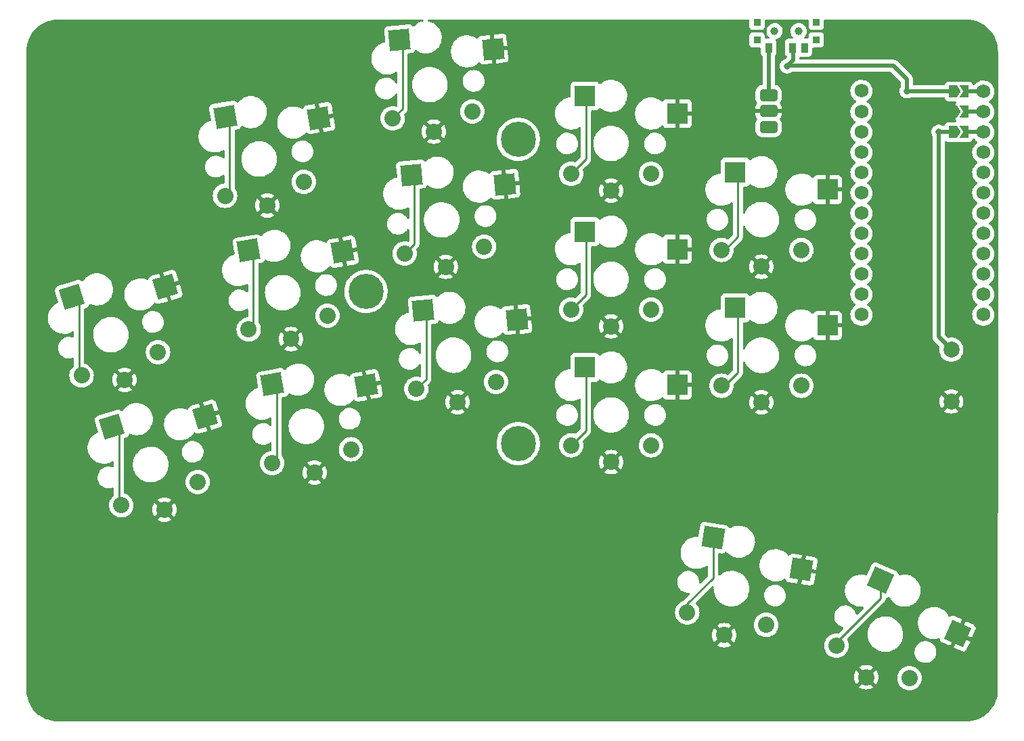
<source format=gbl>
%TF.GenerationSoftware,KiCad,Pcbnew,(6.0.4)*%
%TF.CreationDate,2022-05-21T21:26:49+02:00*%
%TF.ProjectId,battoota,62617474-6f6f-4746-912e-6b696361645f,v1.0.0*%
%TF.SameCoordinates,Original*%
%TF.FileFunction,Copper,L2,Bot*%
%TF.FilePolarity,Positive*%
%FSLAX46Y46*%
G04 Gerber Fmt 4.6, Leading zero omitted, Abs format (unit mm)*
G04 Created by KiCad (PCBNEW (6.0.4)) date 2022-05-21 21:26:49*
%MOMM*%
%LPD*%
G01*
G04 APERTURE LIST*
G04 Aperture macros list*
%AMRoundRect*
0 Rectangle with rounded corners*
0 $1 Rounding radius*
0 $2 $3 $4 $5 $6 $7 $8 $9 X,Y pos of 4 corners*
0 Add a 4 corners polygon primitive as box body*
4,1,4,$2,$3,$4,$5,$6,$7,$8,$9,$2,$3,0*
0 Add four circle primitives for the rounded corners*
1,1,$1+$1,$2,$3*
1,1,$1+$1,$4,$5*
1,1,$1+$1,$6,$7*
1,1,$1+$1,$8,$9*
0 Add four rect primitives between the rounded corners*
20,1,$1+$1,$2,$3,$4,$5,0*
20,1,$1+$1,$4,$5,$6,$7,0*
20,1,$1+$1,$6,$7,$8,$9,0*
20,1,$1+$1,$8,$9,$2,$3,0*%
%AMRotRect*
0 Rectangle, with rotation*
0 The origin of the aperture is its center*
0 $1 length*
0 $2 width*
0 $3 Rotation angle, in degrees counterclockwise*
0 Add horizontal line*
21,1,$1,$2,0,0,$3*%
%AMFreePoly0*
4,1,6,0.150000,0.000000,0.650000,-0.750000,-0.500000,-0.750000,-0.500000,0.750000,0.650000,0.750000,0.150000,0.000000,0.150000,0.000000,$1*%
%AMFreePoly1*
4,1,6,0.500000,-0.750000,-0.500000,-0.750000,-1.000000,0.000000,-0.500000,0.750000,0.500000,0.750000,0.500000,-0.750000,0.500000,-0.750000,$1*%
G04 Aperture macros list end*
%TA.AperFunction,ComponentPad*%
%ADD10C,2.000000*%
%TD*%
%TA.AperFunction,SMDPad,CuDef*%
%ADD11RotRect,2.600000X2.600000X10.000000*%
%TD*%
%TA.AperFunction,ComponentPad*%
%ADD12C,2.032000*%
%TD*%
%TA.AperFunction,SMDPad,CuDef*%
%ADD13RotRect,2.600000X2.600000X5.000000*%
%TD*%
%TA.AperFunction,SMDPad,CuDef*%
%ADD14R,2.600000X2.600000*%
%TD*%
%TA.AperFunction,SMDPad,CuDef*%
%ADD15R,0.900000X0.900000*%
%TD*%
%TA.AperFunction,WasherPad*%
%ADD16C,1.000000*%
%TD*%
%TA.AperFunction,SMDPad,CuDef*%
%ADD17R,0.900000X1.250000*%
%TD*%
%TA.AperFunction,SMDPad,CuDef*%
%ADD18RotRect,2.600000X2.600000X336.000000*%
%TD*%
%TA.AperFunction,ComponentPad*%
%ADD19RoundRect,0.375000X-0.750000X0.375000X-0.750000X-0.375000X0.750000X-0.375000X0.750000X0.375000X0*%
%TD*%
%TA.AperFunction,SMDPad,CuDef*%
%ADD20RotRect,2.600000X2.600000X17.000000*%
%TD*%
%TA.AperFunction,SMDPad,CuDef*%
%ADD21RotRect,2.600000X2.600000X351.000000*%
%TD*%
%TA.AperFunction,ComponentPad*%
%ADD22C,1.752600*%
%TD*%
%TA.AperFunction,SMDPad,CuDef*%
%ADD23FreePoly0,180.000000*%
%TD*%
%TA.AperFunction,SMDPad,CuDef*%
%ADD24R,1.524000X0.500000*%
%TD*%
%TA.AperFunction,SMDPad,CuDef*%
%ADD25FreePoly1,180.000000*%
%TD*%
%TA.AperFunction,ComponentPad*%
%ADD26C,4.400000*%
%TD*%
%TA.AperFunction,ViaPad*%
%ADD27C,0.800000*%
%TD*%
%TA.AperFunction,Conductor*%
%ADD28C,0.250000*%
%TD*%
%TA.AperFunction,Conductor*%
%ADD29C,0.500000*%
%TD*%
G04 APERTURE END LIST*
D10*
%TO.P,B1,1*%
%TO.N,RST*%
X157969791Y80873254D03*
%TO.P,B1,2*%
%TO.N,GND*%
X157969791Y74373254D03*
%TD*%
D11*
%TO.P,S11,1*%
%TO.N,P3*%
X67128658Y110035975D03*
%TO.P,S11,2*%
%TO.N,GND*%
X78885213Y109875035D03*
%TD*%
D12*
%TO.P,S34,1*%
%TO.N,P9*%
X143601464Y43800464D03*
X152736919Y39733098D03*
%TO.P,S34,2*%
%TO.N,GND*%
X147315045Y39848336D03*
X147315045Y39848336D03*
%TD*%
D13*
%TO.P,S15,1*%
%TO.N,P18*%
X90440529Y102756090D03*
%TO.P,S15,2*%
%TO.N,GND*%
X102138320Y101571111D03*
%TD*%
D14*
%TO.P,S21,1*%
%TO.N,P16*%
X112136087Y95636017D03*
%TO.P,S21,2*%
%TO.N,GND*%
X123686087Y93436017D03*
%TD*%
D12*
%TO.P,S8,1*%
%TO.N,P5*%
X73026972Y66651093D03*
X82875050Y68387574D03*
%TO.P,S8,2*%
%TO.N,GND*%
X78315672Y65451237D03*
X78315672Y65451237D03*
%TD*%
D15*
%TO.P,T2,*%
%TO.N,*%
X141068406Y121851838D03*
X133668406Y121851838D03*
X141068406Y119651838D03*
X133668406Y119651838D03*
D16*
X135868406Y120751838D03*
X138868406Y120751838D03*
D17*
%TO.P,T2,1*%
%TO.N,Braw*%
X135118406Y118676838D03*
%TO.P,T2,2*%
%TO.N,RAW*%
X138118406Y118676838D03*
%TO.P,T2,3*%
%TO.N,N/C*%
X139618406Y118676838D03*
%TD*%
D12*
%TO.P,S14,1*%
%TO.N,P2*%
X91053509Y75957538D03*
X101015456Y76829096D03*
%TO.P,S14,2*%
%TO.N,GND*%
X96217510Y74301308D03*
X96217510Y74301308D03*
%TD*%
%TO.P,S20,1*%
%TO.N,P14*%
X120411087Y68886017D03*
X110411087Y68886017D03*
%TO.P,S20,2*%
%TO.N,GND*%
X115411087Y66786017D03*
X115411087Y66786017D03*
%TD*%
%TO.P,S28,1*%
%TO.N,P19*%
X129218280Y76353254D03*
X139218280Y76353254D03*
%TO.P,S28,2*%
%TO.N,GND*%
X134218280Y74253254D03*
X134218280Y74253254D03*
%TD*%
D14*
%TO.P,S29,1*%
%TO.N,P20*%
X130943280Y103103254D03*
%TO.P,S29,2*%
%TO.N,GND*%
X142493280Y100903254D03*
%TD*%
D18*
%TO.P,S33,1*%
%TO.N,P9*%
X149143013Y52005912D03*
%TO.P,S33,2*%
%TO.N,GND*%
X158799642Y45298304D03*
%TD*%
D11*
%TO.P,S7,1*%
%TO.N,P5*%
X73032696Y76552511D03*
%TO.P,S7,2*%
%TO.N,GND*%
X84789251Y76391571D03*
%TD*%
D19*
%TO.P,PAD1,1*%
%TO.N,Braw*%
X135109791Y108738254D03*
%TO.P,PAD1,2*%
%TO.N,GND*%
X135109791Y110738254D03*
%TO.P,PAD1,3*%
%TO.N,Braw*%
X135109791Y112738254D03*
%TD*%
D20*
%TO.P,S5,1*%
%TO.N,P6*%
X47970749Y87462459D03*
%TO.P,S5,2*%
%TO.N,GND*%
X59659287Y88735482D03*
%TD*%
D14*
%TO.P,S27,1*%
%TO.N,P19*%
X130943280Y86103254D03*
%TO.P,S27,2*%
%TO.N,GND*%
X142493280Y83903254D03*
%TD*%
D11*
%TO.P,S9,1*%
%TO.N,P4*%
X70080677Y93294243D03*
%TO.P,S9,2*%
%TO.N,GND*%
X81837232Y93133303D03*
%TD*%
D12*
%TO.P,S16,1*%
%TO.N,P18*%
X99533808Y93764406D03*
X89571861Y92892848D03*
%TO.P,S16,2*%
%TO.N,GND*%
X94735862Y91236618D03*
X94735862Y91236618D03*
%TD*%
%TO.P,S30,1*%
%TO.N,P20*%
X139218280Y93353254D03*
X129218280Y93353254D03*
%TO.P,S30,2*%
%TO.N,GND*%
X134218280Y91253254D03*
X134218280Y91253254D03*
%TD*%
D13*
%TO.P,S13,1*%
%TO.N,P2*%
X91922177Y85820780D03*
%TO.P,S13,2*%
%TO.N,GND*%
X103619968Y84635801D03*
%TD*%
D12*
%TO.P,S24,1*%
%TO.N,P10*%
X110411087Y102886017D03*
X120411087Y102886017D03*
%TO.P,S24,2*%
%TO.N,GND*%
X115411087Y100786017D03*
X115411087Y100786017D03*
%TD*%
D13*
%TO.P,S17,1*%
%TO.N,P15*%
X88958882Y119691400D03*
%TO.P,S17,2*%
%TO.N,GND*%
X100656673Y118506421D03*
%TD*%
D12*
%TO.P,S4,1*%
%TO.N,P7*%
X54142067Y61376965D03*
X63705114Y64300682D03*
%TO.P,S4,2*%
%TO.N,GND*%
X59537571Y60830584D03*
X59537571Y60830584D03*
%TD*%
%TO.P,S10,1*%
%TO.N,P4*%
X70074953Y83392825D03*
X79923031Y85129306D03*
%TO.P,S10,2*%
%TO.N,GND*%
X75363653Y82192969D03*
X75363653Y82192969D03*
%TD*%
%TO.P,S22,1*%
%TO.N,P16*%
X110411087Y85886017D03*
X120411087Y85886017D03*
%TO.P,S22,2*%
%TO.N,GND*%
X115411087Y83786017D03*
X115411087Y83786017D03*
%TD*%
D21*
%TO.P,S31,1*%
%TO.N,P8*%
X128172224Y57326077D03*
%TO.P,S31,2*%
%TO.N,GND*%
X139235868Y53346345D03*
%TD*%
D22*
%TO.P,MCU1,*%
%TO.N,*%
X161977213Y110643254D03*
D23*
X159643690Y110643254D03*
D22*
X161977213Y108103254D03*
D24*
X160593690Y113183254D03*
D22*
X146737213Y108103254D03*
D24*
X160593690Y110643254D03*
X160593690Y108103254D03*
D23*
X159643690Y108103254D03*
X159643690Y113183254D03*
D22*
X146737213Y113267000D03*
X161977213Y113183254D03*
X146737213Y110643254D03*
D25*
%TO.P,MCU1,1*%
%TO.N,RAW*%
X158193690Y113183254D03*
%TO.P,MCU1,2*%
%TO.N,GND*%
X158193690Y110643254D03*
%TO.P,MCU1,3*%
%TO.N,RST*%
X158193690Y108103254D03*
D22*
%TO.P,MCU1,4*%
%TO.N,N/C*%
X146737213Y105563254D03*
%TO.P,MCU1,5*%
%TO.N,P21*%
X146737213Y103023254D03*
%TO.P,MCU1,6*%
%TO.N,P20*%
X146737213Y100483254D03*
%TO.P,MCU1,7*%
%TO.N,P19*%
X146737213Y97943254D03*
%TO.P,MCU1,8*%
%TO.N,P18*%
X146737213Y95403254D03*
%TO.P,MCU1,9*%
%TO.N,P15*%
X146737213Y92863254D03*
%TO.P,MCU1,10*%
%TO.N,P14*%
X146737213Y90323254D03*
%TO.P,MCU1,11*%
%TO.N,P16*%
X146737213Y87783254D03*
%TO.P,MCU1,12*%
%TO.N,P10*%
X146737213Y85243254D03*
%TO.P,MCU1,16*%
%TO.N,N/C*%
X161977213Y105563254D03*
%TO.P,MCU1,17*%
%TO.N,P2*%
X161977213Y103023254D03*
%TO.P,MCU1,18*%
%TO.N,P3*%
X161977213Y100483254D03*
%TO.P,MCU1,19*%
%TO.N,P4*%
X161977213Y97943254D03*
%TO.P,MCU1,20*%
%TO.N,P5*%
X161977213Y95403254D03*
%TO.P,MCU1,21*%
%TO.N,P6*%
X161977213Y92863254D03*
%TO.P,MCU1,22*%
%TO.N,P7*%
X161977213Y90323254D03*
%TO.P,MCU1,23*%
%TO.N,P8*%
X161977213Y87783254D03*
%TO.P,MCU1,24*%
%TO.N,P9*%
X161977213Y85243254D03*
%TD*%
D20*
%TO.P,S3,1*%
%TO.N,P7*%
X52941068Y71205278D03*
%TO.P,S3,2*%
%TO.N,GND*%
X64629606Y72478301D03*
%TD*%
D12*
%TO.P,S32,1*%
%TO.N,P8*%
X134820109Y46401621D03*
X124943225Y47965966D03*
%TO.P,S32,2*%
%TO.N,GND*%
X129553155Y45109648D03*
X129553155Y45109648D03*
%TD*%
D26*
%TO.P,REF\u002A\u002A,1*%
%TO.N,N/C*%
X84747220Y88141427D03*
X103797220Y69091427D03*
X103797220Y107191427D03*
%TD*%
D12*
%TO.P,S12,1*%
%TO.N,P3*%
X76971012Y101871038D03*
X67122934Y100134557D03*
%TO.P,S12,2*%
%TO.N,GND*%
X72411634Y98934701D03*
X72411634Y98934701D03*
%TD*%
D14*
%TO.P,S23,1*%
%TO.N,P10*%
X112136087Y112636017D03*
%TO.P,S23,2*%
%TO.N,GND*%
X123686087Y110436017D03*
%TD*%
D12*
%TO.P,S6,1*%
%TO.N,P6*%
X49171748Y77634146D03*
X58734795Y80557863D03*
%TO.P,S6,2*%
%TO.N,GND*%
X54567252Y77087765D03*
X54567252Y77087765D03*
%TD*%
D14*
%TO.P,S19,1*%
%TO.N,P14*%
X112136087Y78636017D03*
%TO.P,S19,2*%
%TO.N,GND*%
X123686087Y76436017D03*
%TD*%
D12*
%TO.P,S18,1*%
%TO.N,P15*%
X88090214Y109828158D03*
X98052161Y110699716D03*
%TO.P,S18,2*%
%TO.N,GND*%
X93254215Y108171928D03*
X93254215Y108171928D03*
%TD*%
D27*
%TO.N,GND*%
X154304587Y110691138D03*
%TO.N,RAW*%
X152400000Y113253855D03*
X137420433Y116364539D03*
%TO.N,RST*%
X156389782Y108147058D03*
%TD*%
D28*
%TO.N,P6*%
X47655954Y88184596D02*
X48856953Y86983597D01*
X48856953Y86983597D02*
X48856953Y78356283D01*
D29*
%TO.N,GND*%
X154329345Y110666380D02*
X154352471Y110643254D01*
X154304587Y110691138D02*
X152841907Y110691138D01*
X152841907Y110691138D02*
X148444791Y115088254D01*
X138379791Y110738254D02*
X135109791Y110738254D01*
X154352471Y110643254D02*
X158193690Y110643254D01*
X142729791Y115088254D02*
X138379791Y110738254D01*
X148444791Y115088254D02*
X142729791Y115088254D01*
D28*
%TO.N,P5*%
X73590450Y67214571D02*
X73026972Y66651093D01*
X73032696Y76552511D02*
X73590450Y75994757D01*
X73590450Y75994757D02*
X73590450Y67214571D01*
%TO.N,P4*%
X70638431Y83956303D02*
X70074953Y83392825D01*
X70638431Y92736489D02*
X70638431Y83956303D01*
X70080677Y93294243D02*
X70638431Y92736489D01*
%TO.N,P3*%
X67686412Y100698035D02*
X67122934Y100134557D01*
X67128658Y110035975D02*
X67686412Y109478221D01*
X67686412Y109478221D02*
X67686412Y100698035D01*
%TO.N,P2*%
X92270004Y77174033D02*
X91053509Y75957538D01*
X91922177Y85820780D02*
X92270004Y85472953D01*
X92270004Y85472953D02*
X92270004Y77174033D01*
%TO.N,P18*%
X90788356Y94109343D02*
X89571861Y92892848D01*
X90440529Y102756090D02*
X90788356Y102408263D01*
X90788356Y102408263D02*
X90788356Y94109343D01*
%TO.N,P15*%
X89306709Y111044653D02*
X88090214Y109828158D01*
X89306709Y119343573D02*
X89306709Y111044653D01*
X88958882Y119691400D02*
X89306709Y119343573D01*
%TO.N,P14*%
X112285608Y79029475D02*
X112285608Y70760538D01*
X112285608Y70760538D02*
X110411087Y68886017D01*
%TO.N,P16*%
X112285608Y96029475D02*
X112285608Y87760538D01*
X112285608Y87760538D02*
X110411087Y85886017D01*
%TO.N,P10*%
X112285608Y104760538D02*
X110411087Y102886017D01*
X112285608Y113029475D02*
X112285608Y104760538D01*
%TO.N,P19*%
X131272946Y77976510D02*
X129078705Y75782269D01*
X131272946Y85063028D02*
X131272946Y77976510D01*
X130803705Y85532269D02*
X131272946Y85063028D01*
%TO.N,P20*%
X131272946Y102063028D02*
X131272946Y94976510D01*
X129649690Y93353254D02*
X129218280Y93353254D01*
X131272946Y94976510D02*
X129649690Y93353254D01*
X130803705Y102532269D02*
X131272946Y102063028D01*
%TO.N,P7*%
X52626273Y71927415D02*
X53827272Y70726416D01*
X53827272Y70726416D02*
X53827272Y62099102D01*
%TO.N,P8*%
X124943226Y49041689D02*
X124943226Y47965965D01*
X128172224Y52270687D02*
X124943226Y49041689D01*
X128172224Y57326077D02*
X128172224Y52270687D01*
%TO.N,P9*%
X149143013Y52005911D02*
X149143013Y49746476D01*
X149143013Y49746476D02*
X143601465Y44204928D01*
X143601465Y44204928D02*
X143601465Y43800464D01*
D29*
%TO.N,RAW*%
X158193690Y113183254D02*
X158123089Y113253855D01*
X158123089Y113253855D02*
X152400000Y113253855D01*
X138169791Y117113928D02*
X137471818Y116415955D01*
X152400000Y114733450D02*
X152400000Y113253855D01*
X137471818Y116415955D02*
X150717495Y116415955D01*
X150717495Y116415955D02*
X152400000Y114733450D01*
X138169791Y118728254D02*
X138169791Y117113928D01*
%TO.N,RST*%
X157969791Y80873254D02*
X156389782Y82453263D01*
X156433586Y108103254D02*
X158193690Y108103254D01*
X156389782Y108147058D02*
X156433586Y108103254D01*
X156389782Y82453263D02*
X156389782Y108147058D01*
%TO.N,Braw*%
X135118406Y112746869D02*
X135109791Y112738254D01*
X135118406Y118676838D02*
X135118406Y112746869D01*
%TD*%
%TA.AperFunction,Conductor*%
%TO.N,GND*%
G36*
X69948197Y122202020D02*
G01*
X91828332Y122201468D01*
X91896452Y122181464D01*
X91942944Y122127807D01*
X91953046Y122057533D01*
X91923551Y121992953D01*
X91863824Y121954571D01*
X91854533Y121952223D01*
X91666449Y121912244D01*
X91662320Y121910741D01*
X91662316Y121910740D01*
X91406638Y121817681D01*
X91406634Y121817679D01*
X91402493Y121816172D01*
X91154477Y121684299D01*
X91150918Y121681713D01*
X91150916Y121681712D01*
X90997375Y121570158D01*
X90927227Y121519193D01*
X90924063Y121516137D01*
X90924060Y121516135D01*
X90761885Y121359525D01*
X90698988Y121326593D01*
X90628272Y121332893D01*
X90570624Y121379372D01*
X90568031Y121384795D01*
X90531880Y121425157D01*
X90476841Y121486608D01*
X90476838Y121486610D01*
X90470851Y121493295D01*
X90347125Y121570158D01*
X90206799Y121609206D01*
X90198898Y121609372D01*
X90198895Y121609372D01*
X90147677Y121610445D01*
X90147668Y121610445D01*
X90144265Y121610516D01*
X87458257Y121375520D01*
X87396900Y121363372D01*
X87389772Y121359964D01*
X87389771Y121359964D01*
X87300757Y121317410D01*
X87265487Y121300549D01*
X87258803Y121294562D01*
X87258801Y121294561D01*
X87163674Y121209359D01*
X87163672Y121209356D01*
X87156987Y121203369D01*
X87080124Y121079643D01*
X87041076Y120939317D01*
X87040910Y120931416D01*
X87040910Y120931413D01*
X87040113Y120893338D01*
X87039766Y120876783D01*
X87154526Y119565079D01*
X87163818Y119458873D01*
X87149829Y119389268D01*
X87100429Y119338275D01*
X87064494Y119324644D01*
X86877218Y119284837D01*
X86873089Y119283334D01*
X86873085Y119283333D01*
X86617407Y119190274D01*
X86617403Y119190272D01*
X86613262Y119188765D01*
X86365246Y119056892D01*
X86361687Y119054306D01*
X86361685Y119054305D01*
X86236759Y118963541D01*
X86137996Y118891786D01*
X86134832Y118888730D01*
X86134829Y118888728D01*
X86087644Y118843162D01*
X85935936Y118696659D01*
X85837456Y118570610D01*
X85768696Y118482600D01*
X85763000Y118475310D01*
X85760804Y118471506D01*
X85760799Y118471499D01*
X85689472Y118347956D01*
X85622552Y118232047D01*
X85517326Y117971604D01*
X85516261Y117967331D01*
X85516260Y117967329D01*
X85457018Y117729721D01*
X85449371Y117699052D01*
X85448912Y117694684D01*
X85448911Y117694679D01*
X85420894Y117428109D01*
X85420010Y117419695D01*
X85420163Y117415307D01*
X85420163Y117415301D01*
X85429366Y117151776D01*
X85429813Y117138970D01*
X85430575Y117134647D01*
X85430576Y117134640D01*
X85453607Y117004027D01*
X85478590Y116862341D01*
X85565391Y116595193D01*
X85567319Y116591240D01*
X85567321Y116591235D01*
X85603963Y116516109D01*
X85688528Y116342726D01*
X85690983Y116339087D01*
X85690986Y116339081D01*
X85736005Y116272338D01*
X85845603Y116109852D01*
X86033559Y115901106D01*
X86248738Y115720549D01*
X86486952Y115571697D01*
X86743563Y115457446D01*
X87013578Y115380021D01*
X87017928Y115379410D01*
X87017931Y115379409D01*
X87120878Y115364941D01*
X87291740Y115340928D01*
X87502334Y115340928D01*
X87504520Y115341081D01*
X87504524Y115341081D01*
X87708015Y115355310D01*
X87708020Y115355311D01*
X87712400Y115355617D01*
X87987158Y115414019D01*
X87991287Y115415522D01*
X87991291Y115415523D01*
X88246969Y115508582D01*
X88246973Y115508584D01*
X88251114Y115510091D01*
X88359165Y115567543D01*
X88488055Y115636075D01*
X88557593Y115650395D01*
X88623834Y115624847D01*
X88665746Y115567543D01*
X88673209Y115524824D01*
X88673209Y114313740D01*
X88653207Y114245619D01*
X88599551Y114199126D01*
X88529277Y114189022D01*
X88464697Y114218516D01*
X88439490Y114248375D01*
X88418328Y114283250D01*
X88370864Y114361467D01*
X88366047Y114369406D01*
X88366046Y114369407D01*
X88363278Y114373969D01*
X88352290Y114386632D01*
X88215578Y114544179D01*
X88215576Y114544181D01*
X88212078Y114548212D01*
X88141557Y114606036D01*
X88037810Y114691104D01*
X88037804Y114691108D01*
X88033682Y114694488D01*
X87833190Y114808614D01*
X87828174Y114810435D01*
X87828169Y114810437D01*
X87621350Y114885509D01*
X87621346Y114885510D01*
X87616335Y114887329D01*
X87611086Y114888278D01*
X87611083Y114888279D01*
X87393402Y114927642D01*
X87393395Y114927643D01*
X87389318Y114928380D01*
X87371581Y114929216D01*
X87366633Y114929450D01*
X87366626Y114929450D01*
X87365145Y114929520D01*
X87203000Y114929520D01*
X87136044Y114923839D01*
X87036363Y114915381D01*
X87036359Y114915380D01*
X87031052Y114914930D01*
X87025897Y114913592D01*
X87025891Y114913591D01*
X86812922Y114858315D01*
X86812918Y114858314D01*
X86807753Y114856973D01*
X86802887Y114854781D01*
X86802884Y114854780D01*
X86704446Y114810437D01*
X86597410Y114762221D01*
X86592990Y114759245D01*
X86592986Y114759243D01*
X86525925Y114714094D01*
X86406040Y114633382D01*
X86239113Y114474142D01*
X86205384Y114428809D01*
X86104826Y114293653D01*
X86101404Y114289054D01*
X86098989Y114284304D01*
X86024785Y114138355D01*
X85996848Y114083408D01*
X85966028Y113984151D01*
X85930020Y113868190D01*
X85930019Y113868184D01*
X85928436Y113863087D01*
X85914523Y113758112D01*
X85907965Y113708628D01*
X85898125Y113634388D01*
X85906779Y113403852D01*
X85954153Y113178070D01*
X85956111Y113173111D01*
X85956112Y113173109D01*
X85993368Y113078772D01*
X86038892Y112963498D01*
X86158572Y112766271D01*
X86162069Y112762241D01*
X86304170Y112598484D01*
X86309772Y112592028D01*
X86341820Y112565750D01*
X86484040Y112449136D01*
X86484046Y112449132D01*
X86488168Y112445752D01*
X86688660Y112331626D01*
X86693676Y112329805D01*
X86693681Y112329803D01*
X86900498Y112254732D01*
X86905515Y112252911D01*
X86910764Y112251962D01*
X86910767Y112251961D01*
X87128448Y112212598D01*
X87128455Y112212597D01*
X87132532Y112211860D01*
X87150269Y112211024D01*
X87155217Y112210790D01*
X87155224Y112210790D01*
X87156705Y112210720D01*
X87318850Y112210720D01*
X87385806Y112216401D01*
X87485487Y112224859D01*
X87485491Y112224860D01*
X87490798Y112225310D01*
X87495953Y112226648D01*
X87495959Y112226649D01*
X87708928Y112281925D01*
X87708932Y112281926D01*
X87714097Y112283267D01*
X87718963Y112285459D01*
X87718966Y112285460D01*
X87919574Y112375827D01*
X87924440Y112378019D01*
X87928860Y112380995D01*
X87928864Y112380997D01*
X88062982Y112471292D01*
X88115810Y112506858D01*
X88282737Y112666098D01*
X88345781Y112750832D01*
X88417262Y112846906D01*
X88417264Y112846909D01*
X88420446Y112851186D01*
X88434892Y112879599D01*
X88483596Y112931257D01*
X88552496Y112948383D01*
X88619717Y112925540D01*
X88663918Y112869981D01*
X88673209Y112822494D01*
X88673209Y111415843D01*
X88653207Y111347722D01*
X88599551Y111301229D01*
X88529277Y111291125D01*
X88517795Y111293324D01*
X88334249Y111337390D01*
X88334243Y111337391D01*
X88329436Y111338545D01*
X88090214Y111357372D01*
X87850992Y111338545D01*
X87846185Y111337391D01*
X87846179Y111337390D01*
X87749692Y111314225D01*
X87617661Y111282527D01*
X87613090Y111280634D01*
X87613088Y111280633D01*
X87400537Y111192592D01*
X87400535Y111192591D01*
X87395965Y111190698D01*
X87191365Y111065318D01*
X87187598Y111062101D01*
X87187597Y111062100D01*
X87107774Y110993925D01*
X87008896Y110909476D01*
X87005683Y110905714D01*
X86923589Y110809593D01*
X86853054Y110727007D01*
X86727674Y110522407D01*
X86725781Y110517837D01*
X86725780Y110517835D01*
X86654051Y110344664D01*
X86635845Y110300711D01*
X86623858Y110250780D01*
X86580982Y110072193D01*
X86580981Y110072187D01*
X86579827Y110067380D01*
X86561000Y109828158D01*
X86579827Y109588936D01*
X86580981Y109584129D01*
X86580982Y109584123D01*
X86606656Y109477185D01*
X86635845Y109355605D01*
X86637738Y109351034D01*
X86637739Y109351032D01*
X86702130Y109195579D01*
X86727674Y109133909D01*
X86853054Y108929309D01*
X86856271Y108925542D01*
X86856272Y108925541D01*
X86949180Y108816759D01*
X87008896Y108746840D01*
X87030553Y108728343D01*
X87185127Y108596326D01*
X87191365Y108590998D01*
X87395965Y108465618D01*
X87400535Y108463725D01*
X87400537Y108463724D01*
X87613088Y108375683D01*
X87617661Y108373789D01*
X87699251Y108354201D01*
X87846179Y108318926D01*
X87846185Y108318925D01*
X87850992Y108317771D01*
X88090214Y108298944D01*
X88329436Y108317771D01*
X88334243Y108318925D01*
X88334249Y108318926D01*
X88481177Y108354201D01*
X88562767Y108373789D01*
X88567340Y108375683D01*
X88779891Y108463724D01*
X88779893Y108463725D01*
X88784463Y108465618D01*
X88989063Y108590998D01*
X88995302Y108596326D01*
X89149875Y108728343D01*
X89171532Y108746840D01*
X89231248Y108816759D01*
X89324156Y108925541D01*
X89324157Y108925542D01*
X89327374Y108929309D01*
X89452754Y109133909D01*
X89478299Y109195579D01*
X89542689Y109351032D01*
X89542690Y109351034D01*
X89544583Y109355605D01*
X89559005Y109415675D01*
X92374672Y109415675D01*
X92378456Y109406897D01*
X93241403Y108543950D01*
X93255347Y108536336D01*
X93257180Y108536467D01*
X93263795Y108540718D01*
X94126931Y109403854D01*
X94133691Y109416234D01*
X94127964Y109423884D01*
X93952456Y109531435D01*
X93943662Y109535916D01*
X93731186Y109623926D01*
X93721801Y109626975D01*
X93498171Y109680665D01*
X93488424Y109682208D01*
X93259145Y109700253D01*
X93249285Y109700253D01*
X93020006Y109682208D01*
X93010259Y109680665D01*
X92786629Y109626975D01*
X92777244Y109623926D01*
X92564768Y109535916D01*
X92555974Y109531435D01*
X92384132Y109426131D01*
X92374672Y109415675D01*
X89559005Y109415675D01*
X89573772Y109477185D01*
X89599446Y109584123D01*
X89599447Y109584129D01*
X89600601Y109588936D01*
X89619428Y109828158D01*
X89600601Y110067380D01*
X89599447Y110072187D01*
X89599446Y110072193D01*
X89544583Y110300711D01*
X89546818Y110301248D01*
X89545012Y110362678D01*
X89577804Y110419843D01*
X89698962Y110541001D01*
X89707248Y110548541D01*
X89713727Y110552653D01*
X89760353Y110602305D01*
X89763107Y110605146D01*
X89782844Y110624883D01*
X89785324Y110628080D01*
X89793029Y110637102D01*
X89817868Y110663553D01*
X89823295Y110669332D01*
X89827114Y110676278D01*
X89827116Y110676281D01*
X89833057Y110687087D01*
X89841353Y110699716D01*
X96522947Y110699716D01*
X96541774Y110460494D01*
X96542928Y110455687D01*
X96542929Y110455681D01*
X96565550Y110361459D01*
X96597792Y110227163D01*
X96599685Y110222592D01*
X96599686Y110222590D01*
X96666020Y110062446D01*
X96689621Y110005467D01*
X96815001Y109800867D01*
X96818218Y109797100D01*
X96818219Y109797099D01*
X96879117Y109725796D01*
X96970843Y109618398D01*
X96974605Y109615185D01*
X97136184Y109477185D01*
X97153312Y109462556D01*
X97357912Y109337176D01*
X97362482Y109335283D01*
X97362484Y109335282D01*
X97575035Y109247241D01*
X97579608Y109245347D01*
X97623981Y109234694D01*
X97808126Y109190484D01*
X97808132Y109190483D01*
X97812939Y109189329D01*
X98052161Y109170502D01*
X98291383Y109189329D01*
X98296190Y109190483D01*
X98296196Y109190484D01*
X98480341Y109234694D01*
X98524714Y109245347D01*
X98529287Y109247241D01*
X98741838Y109335282D01*
X98741840Y109335283D01*
X98746410Y109337176D01*
X98951010Y109462556D01*
X98968139Y109477185D01*
X99129717Y109615185D01*
X99133479Y109618398D01*
X99225205Y109725796D01*
X99286103Y109797099D01*
X99286104Y109797100D01*
X99289321Y109800867D01*
X99414701Y110005467D01*
X99438303Y110062446D01*
X99504636Y110222590D01*
X99504637Y110222592D01*
X99506530Y110227163D01*
X99538772Y110361459D01*
X99561393Y110455681D01*
X99561394Y110455687D01*
X99562548Y110460494D01*
X99566152Y110506284D01*
X108398909Y110506284D01*
X108399062Y110501896D01*
X108399062Y110501890D01*
X108408553Y110230114D01*
X108408712Y110225559D01*
X108409474Y110221236D01*
X108409475Y110221229D01*
X108433251Y110086393D01*
X108457489Y109948930D01*
X108544290Y109681782D01*
X108546218Y109677829D01*
X108546220Y109677824D01*
X108579935Y109608699D01*
X108667427Y109429315D01*
X108669882Y109425676D01*
X108669885Y109425670D01*
X108717145Y109355605D01*
X108824502Y109196441D01*
X109012458Y108987695D01*
X109227637Y108807138D01*
X109465851Y108658286D01*
X109579523Y108607676D01*
X109694935Y108556291D01*
X109722462Y108544035D01*
X109726690Y108542823D01*
X109726689Y108542823D01*
X109967856Y108473670D01*
X109992477Y108466610D01*
X109996827Y108465999D01*
X109996830Y108465998D01*
X110065936Y108456286D01*
X110270639Y108427517D01*
X110481233Y108427517D01*
X110483419Y108427670D01*
X110483423Y108427670D01*
X110686914Y108441899D01*
X110686919Y108441900D01*
X110691299Y108442206D01*
X110966057Y108500608D01*
X110970186Y108502111D01*
X110970190Y108502112D01*
X111225868Y108595171D01*
X111225872Y108595173D01*
X111230013Y108596680D01*
X111297365Y108632492D01*
X111466954Y108722664D01*
X111536492Y108736984D01*
X111602733Y108711436D01*
X111644645Y108654132D01*
X111652108Y108611413D01*
X111652108Y105075132D01*
X111632106Y105007011D01*
X111615203Y104986037D01*
X111002773Y104373607D01*
X110940461Y104339581D01*
X110884126Y104342410D01*
X110883640Y104340386D01*
X110655122Y104395249D01*
X110655116Y104395250D01*
X110650309Y104396404D01*
X110411087Y104415231D01*
X110171865Y104396404D01*
X110167058Y104395250D01*
X110167052Y104395249D01*
X110042054Y104365239D01*
X109938534Y104340386D01*
X109933963Y104338493D01*
X109933961Y104338492D01*
X109721410Y104250451D01*
X109721408Y104250450D01*
X109716838Y104248557D01*
X109512238Y104123177D01*
X109508471Y104119960D01*
X109508470Y104119959D01*
X109501026Y104113601D01*
X109329769Y103967335D01*
X109326556Y103963573D01*
X109179654Y103791571D01*
X109173927Y103784866D01*
X109048547Y103580266D01*
X109046654Y103575696D01*
X109046653Y103575694D01*
X108959769Y103365936D01*
X108956718Y103358570D01*
X108937732Y103279487D01*
X108901855Y103130052D01*
X108901854Y103130046D01*
X108900700Y103125239D01*
X108881873Y102886017D01*
X108900700Y102646795D01*
X108901854Y102641988D01*
X108901855Y102641982D01*
X108920268Y102565287D01*
X108956718Y102413464D01*
X108958611Y102408893D01*
X108958612Y102408891D01*
X109044069Y102202580D01*
X109048547Y102191768D01*
X109173927Y101987168D01*
X109177144Y101983401D01*
X109177145Y101983400D01*
X109239872Y101909956D01*
X109329769Y101804699D01*
X109333531Y101801486D01*
X109500675Y101658733D01*
X109512238Y101648857D01*
X109716838Y101523477D01*
X109721408Y101521584D01*
X109721410Y101521583D01*
X109918387Y101439993D01*
X109938534Y101431648D01*
X110005912Y101415472D01*
X110167052Y101376785D01*
X110167058Y101376784D01*
X110171865Y101375630D01*
X110411087Y101356803D01*
X110650309Y101375630D01*
X110655116Y101376784D01*
X110655122Y101376785D01*
X110816262Y101415472D01*
X110883640Y101431648D01*
X110903787Y101439993D01*
X111100764Y101521583D01*
X111100766Y101521584D01*
X111105336Y101523477D01*
X111309936Y101648857D01*
X111321500Y101658733D01*
X111488643Y101801486D01*
X111492405Y101804699D01*
X111582302Y101909956D01*
X111645029Y101983400D01*
X111645030Y101983401D01*
X111648247Y101987168D01*
X111674350Y102029764D01*
X114531544Y102029764D01*
X114535328Y102020986D01*
X115398275Y101158039D01*
X115412219Y101150425D01*
X115414052Y101150556D01*
X115420667Y101154807D01*
X116283803Y102017943D01*
X116290563Y102030323D01*
X116284836Y102037973D01*
X116109328Y102145524D01*
X116100534Y102150005D01*
X115888058Y102238015D01*
X115878673Y102241064D01*
X115655043Y102294754D01*
X115645296Y102296297D01*
X115416017Y102314342D01*
X115406157Y102314342D01*
X115176878Y102296297D01*
X115167131Y102294754D01*
X114943501Y102241064D01*
X114934116Y102238015D01*
X114721640Y102150005D01*
X114712846Y102145524D01*
X114541004Y102040220D01*
X114531544Y102029764D01*
X111674350Y102029764D01*
X111773627Y102191768D01*
X111778106Y102202580D01*
X111863562Y102408891D01*
X111863563Y102408893D01*
X111865456Y102413464D01*
X111901906Y102565287D01*
X111920319Y102641982D01*
X111920320Y102641988D01*
X111921474Y102646795D01*
X111940301Y102886017D01*
X118881873Y102886017D01*
X118900700Y102646795D01*
X118901854Y102641988D01*
X118901855Y102641982D01*
X118920268Y102565287D01*
X118956718Y102413464D01*
X118958611Y102408893D01*
X118958612Y102408891D01*
X119044069Y102202580D01*
X119048547Y102191768D01*
X119173927Y101987168D01*
X119177144Y101983401D01*
X119177145Y101983400D01*
X119239872Y101909956D01*
X119329769Y101804699D01*
X119333531Y101801486D01*
X119500675Y101658733D01*
X119512238Y101648857D01*
X119716838Y101523477D01*
X119721408Y101521584D01*
X119721410Y101521583D01*
X119918387Y101439993D01*
X119938534Y101431648D01*
X120005912Y101415472D01*
X120167052Y101376785D01*
X120167058Y101376784D01*
X120171865Y101375630D01*
X120411087Y101356803D01*
X120650309Y101375630D01*
X120655116Y101376784D01*
X120655122Y101376785D01*
X120816262Y101415472D01*
X120883640Y101431648D01*
X120903787Y101439993D01*
X121100764Y101521583D01*
X121100766Y101521584D01*
X121105336Y101523477D01*
X121309936Y101648857D01*
X121321500Y101658733D01*
X121488643Y101801486D01*
X121492405Y101804699D01*
X121582302Y101909956D01*
X121645029Y101983400D01*
X121645030Y101983401D01*
X121648247Y101987168D01*
X121773627Y102191768D01*
X121778106Y102202580D01*
X121863562Y102408891D01*
X121863563Y102408893D01*
X121865456Y102413464D01*
X121901906Y102565287D01*
X121920319Y102641982D01*
X121920320Y102641988D01*
X121921474Y102646795D01*
X121940301Y102886017D01*
X121921474Y103125239D01*
X121920320Y103130046D01*
X121920319Y103130052D01*
X121884442Y103279487D01*
X121865456Y103358570D01*
X121862405Y103365936D01*
X121775521Y103575694D01*
X121775520Y103575696D01*
X121773627Y103580266D01*
X121648247Y103784866D01*
X121642521Y103791571D01*
X121495618Y103963573D01*
X121492405Y103967335D01*
X121321148Y104113601D01*
X121313704Y104119959D01*
X121313703Y104119960D01*
X121309936Y104123177D01*
X121105336Y104248557D01*
X121100766Y104250450D01*
X121100764Y104250451D01*
X120888213Y104338492D01*
X120888211Y104338493D01*
X120883640Y104340386D01*
X120780120Y104365239D01*
X120655122Y104395249D01*
X120655116Y104395250D01*
X120650309Y104396404D01*
X120411087Y104415231D01*
X120171865Y104396404D01*
X120167058Y104395250D01*
X120167052Y104395249D01*
X120042054Y104365239D01*
X119938534Y104340386D01*
X119933963Y104338493D01*
X119933961Y104338492D01*
X119721410Y104250451D01*
X119721408Y104250450D01*
X119716838Y104248557D01*
X119512238Y104123177D01*
X119508471Y104119960D01*
X119508470Y104119959D01*
X119501026Y104113601D01*
X119329769Y103967335D01*
X119326556Y103963573D01*
X119179654Y103791571D01*
X119173927Y103784866D01*
X119048547Y103580266D01*
X119046654Y103575696D01*
X119046653Y103575694D01*
X118959769Y103365936D01*
X118956718Y103358570D01*
X118937732Y103279487D01*
X118901855Y103130052D01*
X118901854Y103130046D01*
X118900700Y103125239D01*
X118881873Y102886017D01*
X111940301Y102886017D01*
X111921474Y103125239D01*
X111920320Y103130046D01*
X111920319Y103130052D01*
X111865456Y103358570D01*
X111867691Y103359107D01*
X111865885Y103420537D01*
X111898677Y103477703D01*
X112263763Y103842788D01*
X112677866Y104256891D01*
X112686145Y104264425D01*
X112692626Y104268538D01*
X112739252Y104318190D01*
X112742006Y104321031D01*
X112761743Y104340768D01*
X112764223Y104343965D01*
X112771928Y104352987D01*
X112777810Y104359251D01*
X112802194Y104385217D01*
X112806013Y104392163D01*
X112806015Y104392166D01*
X112811956Y104402972D01*
X112822807Y104419491D01*
X112826471Y104424215D01*
X112835222Y104435497D01*
X112838367Y104442766D01*
X112838370Y104442770D01*
X112852782Y104476075D01*
X112857999Y104486725D01*
X112879303Y104525478D01*
X112881789Y104535158D01*
X112884341Y104545100D01*
X112890745Y104563804D01*
X112895641Y104575118D01*
X112895641Y104575119D01*
X112898789Y104582393D01*
X112900028Y104590216D01*
X112900031Y104590226D01*
X112905707Y104626062D01*
X112908113Y104637682D01*
X112917136Y104672827D01*
X112917136Y104672828D01*
X112919108Y104680508D01*
X112919108Y104700762D01*
X112920659Y104720473D01*
X112922588Y104732652D01*
X112923828Y104740481D01*
X112919667Y104784500D01*
X112919108Y104796357D01*
X112919108Y106639358D01*
X113183601Y106639358D01*
X113183964Y106635210D01*
X113183964Y106635206D01*
X113201241Y106437724D01*
X113209339Y106345168D01*
X113210249Y106341096D01*
X113210250Y106341091D01*
X113269467Y106076170D01*
X113273759Y106056967D01*
X113275202Y106053044D01*
X113275203Y106053042D01*
X113297258Y105993099D01*
X113375731Y105779818D01*
X113377678Y105776125D01*
X113377679Y105776123D01*
X113430120Y105676661D01*
X113513461Y105518590D01*
X113515881Y105515185D01*
X113682106Y105281282D01*
X113682111Y105281276D01*
X113684530Y105277872D01*
X113687374Y105274822D01*
X113687379Y105274816D01*
X113852848Y105097372D01*
X113885933Y105061893D01*
X114114132Y104874449D01*
X114365116Y104718832D01*
X114368933Y104717116D01*
X114368936Y104717115D01*
X114405323Y104700762D01*
X114634477Y104597776D01*
X114917482Y104513409D01*
X114921602Y104512756D01*
X114921604Y104512756D01*
X115205679Y104467762D01*
X115205685Y104467761D01*
X115209160Y104467211D01*
X115233719Y104466096D01*
X115300104Y104463081D01*
X115300125Y104463081D01*
X115301524Y104463017D01*
X115485988Y104463017D01*
X115705751Y104477614D01*
X115709850Y104478440D01*
X115709854Y104478441D01*
X115880038Y104512756D01*
X115995238Y104535984D01*
X116274462Y104632129D01*
X116447247Y104718653D01*
X116534782Y104762487D01*
X116534784Y104762488D01*
X116538518Y104764358D01*
X116782765Y104930349D01*
X116786424Y104933620D01*
X116961317Y105089993D01*
X117002914Y105127185D01*
X117005958Y105130736D01*
X117192376Y105348233D01*
X117192379Y105348237D01*
X117195096Y105351407D01*
X117197370Y105354909D01*
X117197374Y105354914D01*
X117353657Y105595568D01*
X117353660Y105595573D01*
X117355936Y105599078D01*
X117361702Y105611220D01*
X117464743Y105828226D01*
X117482606Y105865845D01*
X117487472Y105880999D01*
X117571602Y106143034D01*
X117571602Y106143035D01*
X117572882Y106147021D01*
X117606512Y106333930D01*
X117624438Y106433558D01*
X117624439Y106433563D01*
X117625177Y106437667D01*
X117627351Y106485530D01*
X117638384Y106728506D01*
X117638384Y106728511D01*
X117638573Y106732676D01*
X117637033Y106750285D01*
X119548287Y106750285D01*
X119548487Y106744955D01*
X119548487Y106744954D01*
X119552451Y106639358D01*
X119556941Y106519749D01*
X119604315Y106293967D01*
X119606273Y106289008D01*
X119606274Y106289006D01*
X119634246Y106218178D01*
X119689054Y106079395D01*
X119808734Y105882168D01*
X119812231Y105878138D01*
X119938533Y105732588D01*
X119959934Y105707925D01*
X119964065Y105704538D01*
X120134202Y105565033D01*
X120134208Y105565029D01*
X120138330Y105561649D01*
X120338822Y105447523D01*
X120343838Y105445702D01*
X120343843Y105445700D01*
X120550662Y105370628D01*
X120550666Y105370627D01*
X120555677Y105368808D01*
X120560926Y105367859D01*
X120560929Y105367858D01*
X120778610Y105328495D01*
X120778617Y105328494D01*
X120782694Y105327757D01*
X120800431Y105326921D01*
X120805379Y105326687D01*
X120805386Y105326687D01*
X120806867Y105326617D01*
X120969012Y105326617D01*
X121035968Y105332298D01*
X121135649Y105340756D01*
X121135653Y105340757D01*
X121140960Y105341207D01*
X121146115Y105342545D01*
X121146121Y105342546D01*
X121359090Y105397822D01*
X121359094Y105397823D01*
X121364259Y105399164D01*
X121369125Y105401356D01*
X121369128Y105401357D01*
X121569736Y105491724D01*
X121574602Y105493916D01*
X121579022Y105496892D01*
X121579026Y105496894D01*
X121697946Y105576957D01*
X121765972Y105622755D01*
X121932899Y105781995D01*
X122007430Y105882168D01*
X122067424Y105962803D01*
X122067426Y105962806D01*
X122070608Y105967083D01*
X122126071Y106076170D01*
X122172745Y106167971D01*
X122172745Y106167972D01*
X122175164Y106172729D01*
X122215894Y106303899D01*
X122241992Y106387947D01*
X122241993Y106387953D01*
X122243576Y106393050D01*
X122266645Y106567105D01*
X122273187Y106616464D01*
X122273187Y106616469D01*
X122273887Y106621749D01*
X122273070Y106643528D01*
X122265920Y106833981D01*
X122265233Y106852285D01*
X122217859Y107078067D01*
X122133120Y107292639D01*
X122019576Y107479754D01*
X122016209Y107485303D01*
X122016208Y107485304D01*
X122013440Y107489866D01*
X121977804Y107530933D01*
X121865740Y107660076D01*
X121865738Y107660078D01*
X121862240Y107664109D01*
X121813172Y107704342D01*
X121687972Y107807001D01*
X121687966Y107807005D01*
X121683844Y107810385D01*
X121483352Y107924511D01*
X121478336Y107926332D01*
X121478331Y107926334D01*
X121271512Y108001406D01*
X121271508Y108001407D01*
X121266497Y108003226D01*
X121261248Y108004175D01*
X121261245Y108004176D01*
X121043564Y108043539D01*
X121043557Y108043540D01*
X121039480Y108044277D01*
X121021743Y108045113D01*
X121016795Y108045347D01*
X121016788Y108045347D01*
X121015307Y108045417D01*
X120853162Y108045417D01*
X120786206Y108039736D01*
X120686525Y108031278D01*
X120686521Y108031277D01*
X120681214Y108030827D01*
X120676059Y108029489D01*
X120676053Y108029488D01*
X120463084Y107974212D01*
X120463080Y107974211D01*
X120457915Y107972870D01*
X120453049Y107970678D01*
X120453046Y107970677D01*
X120267218Y107886968D01*
X120247572Y107878118D01*
X120243152Y107875142D01*
X120243148Y107875140D01*
X120153425Y107814734D01*
X120056202Y107749279D01*
X119889275Y107590039D01*
X119886087Y107585754D01*
X119758563Y107414355D01*
X119751566Y107404951D01*
X119749151Y107400201D01*
X119657452Y107219842D01*
X119647010Y107199305D01*
X119626919Y107134601D01*
X119580182Y106984087D01*
X119580181Y106984081D01*
X119578598Y106978984D01*
X119570777Y106919972D01*
X119550419Y106766368D01*
X119548287Y106750285D01*
X117637033Y106750285D01*
X117613199Y107022705D01*
X117612835Y107026866D01*
X117605549Y107059462D01*
X117549327Y107310989D01*
X117549325Y107310996D01*
X117548415Y107315067D01*
X117446443Y107592216D01*
X117444023Y107596807D01*
X117354270Y107767037D01*
X117308713Y107853444D01*
X117239489Y107950852D01*
X117140068Y108090752D01*
X117140063Y108090758D01*
X117137644Y108094162D01*
X117134800Y108097212D01*
X117134795Y108097218D01*
X116939087Y108307089D01*
X116936241Y108310141D01*
X116708042Y108497585D01*
X116457058Y108653202D01*
X116449718Y108656501D01*
X116364467Y108694814D01*
X116187697Y108774258D01*
X115904692Y108858625D01*
X115900572Y108859278D01*
X115900570Y108859278D01*
X115616495Y108904272D01*
X115616489Y108904273D01*
X115613014Y108904823D01*
X115588455Y108905938D01*
X115522070Y108908953D01*
X115522049Y108908953D01*
X115520650Y108909017D01*
X115336186Y108909017D01*
X115116423Y108894420D01*
X115112324Y108893594D01*
X115112320Y108893593D01*
X114979724Y108866857D01*
X114826936Y108836050D01*
X114547712Y108739905D01*
X114436076Y108684002D01*
X114291119Y108611413D01*
X114283656Y108607676D01*
X114039409Y108441685D01*
X114036295Y108438901D01*
X114036294Y108438900D01*
X114003553Y108409626D01*
X113819260Y108244849D01*
X113816543Y108241679D01*
X113816542Y108241678D01*
X113634673Y108029488D01*
X113627078Y108020627D01*
X113624804Y108017125D01*
X113624800Y108017120D01*
X113471973Y107781787D01*
X113466238Y107772956D01*
X113464444Y107769178D01*
X113464443Y107769176D01*
X113454995Y107749279D01*
X113339568Y107506189D01*
X113338289Y107502206D01*
X113338288Y107502203D01*
X113269188Y107286981D01*
X113249292Y107225013D01*
X113244614Y107199014D01*
X113198952Y106945231D01*
X113196997Y106934367D01*
X113196808Y106930200D01*
X113196807Y106930193D01*
X113183790Y106643528D01*
X113183601Y106639358D01*
X112919108Y106639358D01*
X112919108Y110506284D01*
X118398909Y110506284D01*
X118399062Y110501896D01*
X118399062Y110501890D01*
X118408553Y110230114D01*
X118408712Y110225559D01*
X118409474Y110221236D01*
X118409475Y110221229D01*
X118433251Y110086393D01*
X118457489Y109948930D01*
X118544290Y109681782D01*
X118546218Y109677829D01*
X118546220Y109677824D01*
X118579935Y109608699D01*
X118667427Y109429315D01*
X118669882Y109425676D01*
X118669885Y109425670D01*
X118717145Y109355605D01*
X118824502Y109196441D01*
X119012458Y108987695D01*
X119227637Y108807138D01*
X119465851Y108658286D01*
X119579523Y108607676D01*
X119694935Y108556291D01*
X119722462Y108544035D01*
X119726690Y108542823D01*
X119726689Y108542823D01*
X119967856Y108473670D01*
X119992477Y108466610D01*
X119996827Y108465999D01*
X119996830Y108465998D01*
X120065936Y108456286D01*
X120270639Y108427517D01*
X120481233Y108427517D01*
X120483419Y108427670D01*
X120483423Y108427670D01*
X120686914Y108441899D01*
X120686919Y108441900D01*
X120691299Y108442206D01*
X120966057Y108500608D01*
X120970186Y108502111D01*
X120970190Y108502112D01*
X121225868Y108595171D01*
X121225872Y108595173D01*
X121230013Y108596680D01*
X121478029Y108728553D01*
X121481857Y108731334D01*
X121701716Y108891070D01*
X121701719Y108891073D01*
X121705279Y108893659D01*
X121717006Y108904983D01*
X121736866Y108924162D01*
X121799763Y108957094D01*
X121870480Y108950794D01*
X121926564Y108907262D01*
X121934911Y108894037D01*
X121941297Y108882374D01*
X122017802Y108780293D01*
X122030363Y108767732D01*
X122132438Y108691231D01*
X122148033Y108682693D01*
X122268481Y108637539D01*
X122283736Y108633912D01*
X122334601Y108628386D01*
X122341415Y108628017D01*
X123413972Y108628017D01*
X123429211Y108632492D01*
X123430416Y108633882D01*
X123432087Y108641565D01*
X123432087Y108646133D01*
X123940087Y108646133D01*
X123944562Y108630894D01*
X123945952Y108629689D01*
X123953635Y108628018D01*
X125030756Y108628018D01*
X125037577Y108628388D01*
X125088439Y108633912D01*
X125103691Y108637538D01*
X125224141Y108682693D01*
X125239736Y108691231D01*
X125341811Y108767732D01*
X125354372Y108780293D01*
X125430873Y108882368D01*
X125439411Y108897963D01*
X125484565Y109018411D01*
X125488192Y109033666D01*
X125493718Y109084531D01*
X125494087Y109091345D01*
X125494087Y109175097D01*
X133476291Y109175097D01*
X133476292Y108301412D01*
X133482361Y108224283D01*
X133530429Y108044892D01*
X133614744Y107879415D01*
X133618897Y107874286D01*
X133618900Y107874282D01*
X133704014Y107769176D01*
X133731621Y107735084D01*
X133736752Y107730929D01*
X133870819Y107622363D01*
X133870823Y107622360D01*
X133875952Y107618207D01*
X134041429Y107533892D01*
X134047802Y107532184D01*
X134047803Y107532184D01*
X134215243Y107487318D01*
X134215247Y107487317D01*
X134220820Y107485824D01*
X134226576Y107485371D01*
X134295491Y107479947D01*
X134295500Y107479947D01*
X134297948Y107479754D01*
X135109462Y107479754D01*
X135921633Y107479755D01*
X135968465Y107483440D01*
X135993008Y107485371D01*
X135993011Y107485371D01*
X135998762Y107485824D01*
X136178153Y107533892D01*
X136343630Y107618207D01*
X136348759Y107622360D01*
X136348763Y107622363D01*
X136482830Y107730929D01*
X136487961Y107735084D01*
X136515568Y107769176D01*
X136600682Y107874282D01*
X136600685Y107874286D01*
X136604838Y107879415D01*
X136689153Y108044892D01*
X136703174Y108097218D01*
X136735727Y108218706D01*
X136735728Y108218710D01*
X136737221Y108224283D01*
X136739059Y108247634D01*
X136743098Y108298954D01*
X136743098Y108298963D01*
X136743291Y108301411D01*
X136743290Y109175096D01*
X136738693Y109233516D01*
X136737674Y109246471D01*
X136737674Y109246474D01*
X136737221Y109252225D01*
X136696592Y109403854D01*
X136690861Y109425242D01*
X136690861Y109425243D01*
X136689153Y109431616D01*
X136604838Y109597093D01*
X136587586Y109618398D01*
X136554418Y109659357D01*
X136527093Y109724885D01*
X136539533Y109794783D01*
X136554418Y109817944D01*
X136600258Y109874553D01*
X136607413Y109885572D01*
X136685689Y110039195D01*
X136690390Y110051441D01*
X136735230Y110218787D01*
X136737177Y110230114D01*
X136742598Y110298993D01*
X136742791Y110303920D01*
X136742791Y110466139D01*
X136738316Y110481378D01*
X136736926Y110482583D01*
X136729243Y110484254D01*
X133494906Y110484254D01*
X133479667Y110479779D01*
X133478462Y110478389D01*
X133476791Y110470706D01*
X133476791Y110303920D01*
X133476984Y110298993D01*
X133482405Y110230114D01*
X133484352Y110218787D01*
X133529192Y110051441D01*
X133533893Y110039195D01*
X133612169Y109885572D01*
X133619324Y109874553D01*
X133665164Y109817944D01*
X133692489Y109752416D01*
X133680049Y109682518D01*
X133665164Y109659357D01*
X133631996Y109618398D01*
X133614744Y109597093D01*
X133530429Y109431616D01*
X133528721Y109425243D01*
X133528721Y109425242D01*
X133484615Y109260636D01*
X133482361Y109252225D01*
X133481908Y109246471D01*
X133481908Y109246469D01*
X133476485Y109177556D01*
X133476291Y109175097D01*
X125494087Y109175097D01*
X125494087Y110163902D01*
X125489612Y110179141D01*
X125488222Y110180346D01*
X125480539Y110182017D01*
X123958202Y110182017D01*
X123942963Y110177542D01*
X123941758Y110176152D01*
X123940087Y110168469D01*
X123940087Y108646133D01*
X123432087Y108646133D01*
X123432087Y110708132D01*
X123940087Y110708132D01*
X123944562Y110692893D01*
X123945952Y110691688D01*
X123953635Y110690017D01*
X125475971Y110690017D01*
X125491210Y110694492D01*
X125492415Y110695882D01*
X125494086Y110703565D01*
X125494086Y111780686D01*
X125493716Y111787507D01*
X125488192Y111838369D01*
X125484566Y111853621D01*
X125439411Y111974071D01*
X125430873Y111989666D01*
X125354372Y112091741D01*
X125341811Y112104302D01*
X125239736Y112180803D01*
X125224141Y112189341D01*
X125103693Y112234495D01*
X125088438Y112238122D01*
X125037573Y112243648D01*
X125030759Y112244017D01*
X123958202Y112244017D01*
X123942963Y112239542D01*
X123941758Y112238152D01*
X123940087Y112230469D01*
X123940087Y110708132D01*
X123432087Y110708132D01*
X123432087Y112225901D01*
X123427612Y112241140D01*
X123426222Y112242345D01*
X123418539Y112244016D01*
X122341418Y112244016D01*
X122334597Y112243646D01*
X122283735Y112238122D01*
X122268483Y112234496D01*
X122148033Y112189341D01*
X122132438Y112180803D01*
X122030363Y112104302D01*
X122017802Y112091741D01*
X121941299Y111989663D01*
X121934162Y111976627D01*
X121883904Y111926481D01*
X121814513Y111911467D01*
X121742651Y111940614D01*
X121597908Y112062068D01*
X121597903Y112062072D01*
X121594537Y112064896D01*
X121356323Y112213748D01*
X121099712Y112327999D01*
X120909978Y112382404D01*
X120833924Y112404212D01*
X120833923Y112404212D01*
X120829697Y112405424D01*
X120825347Y112406035D01*
X120825344Y112406036D01*
X120687894Y112425353D01*
X120551535Y112444517D01*
X120340941Y112444517D01*
X120338755Y112444364D01*
X120338751Y112444364D01*
X120135260Y112430135D01*
X120135255Y112430134D01*
X120130875Y112429828D01*
X119856117Y112371426D01*
X119851988Y112369923D01*
X119851984Y112369922D01*
X119596306Y112276863D01*
X119596302Y112276861D01*
X119592161Y112275354D01*
X119344145Y112143481D01*
X119340586Y112140895D01*
X119340584Y112140894D01*
X119132432Y111989663D01*
X119116895Y111978375D01*
X119113731Y111975319D01*
X119113728Y111975317D01*
X119034304Y111898618D01*
X118914835Y111783248D01*
X118782795Y111614244D01*
X118744673Y111565449D01*
X118741899Y111561899D01*
X118739703Y111558095D01*
X118739698Y111558088D01*
X118639850Y111385145D01*
X118601451Y111318636D01*
X118496225Y111058193D01*
X118495160Y111053920D01*
X118495159Y111053918D01*
X118435623Y110815131D01*
X118428270Y110785641D01*
X118427811Y110781273D01*
X118427810Y110781268D01*
X118400123Y110517835D01*
X118398909Y110506284D01*
X112919108Y110506284D01*
X112919108Y110701517D01*
X112939110Y110769638D01*
X112992766Y110816131D01*
X113045108Y110827517D01*
X113484221Y110827517D01*
X113546403Y110834272D01*
X113682792Y110885402D01*
X113799348Y110972756D01*
X113886702Y111089312D01*
X113889136Y111095804D01*
X113938666Y111145222D01*
X114008057Y111160236D01*
X114079918Y111131089D01*
X114126789Y111091760D01*
X114227637Y111007138D01*
X114465851Y110858286D01*
X114629014Y110785641D01*
X114662233Y110770851D01*
X114722462Y110744035D01*
X114781846Y110727007D01*
X114910847Y110690017D01*
X114992477Y110666610D01*
X114996827Y110665999D01*
X114996830Y110665998D01*
X115063531Y110656624D01*
X115270639Y110627517D01*
X115481233Y110627517D01*
X115483419Y110627670D01*
X115483423Y110627670D01*
X115686914Y110641899D01*
X115686919Y110641900D01*
X115691299Y110642206D01*
X115966057Y110700608D01*
X115970186Y110702111D01*
X115970190Y110702112D01*
X116225868Y110795171D01*
X116225872Y110795173D01*
X116230013Y110796680D01*
X116478029Y110928553D01*
X116492323Y110938938D01*
X116701716Y111091070D01*
X116701719Y111091073D01*
X116705279Y111093659D01*
X116724267Y111111995D01*
X116814913Y111199531D01*
X116907339Y111288786D01*
X117068371Y111494899D01*
X117077568Y111506670D01*
X117077569Y111506671D01*
X117080275Y111510135D01*
X117082471Y111513939D01*
X117082476Y111513946D01*
X117203803Y111724092D01*
X117220723Y111753398D01*
X117325949Y112013841D01*
X117334898Y112049733D01*
X117392840Y112282124D01*
X117392841Y112282129D01*
X117393904Y112286393D01*
X117394684Y112293809D01*
X117422806Y112561381D01*
X117422806Y112561384D01*
X117423265Y112565750D01*
X117423078Y112571106D01*
X117413616Y112842078D01*
X117413615Y112842084D01*
X117413462Y112846475D01*
X117412632Y112851186D01*
X117381717Y113026511D01*
X117364685Y113123104D01*
X117277884Y113390252D01*
X117270952Y113404466D01*
X117177000Y113597093D01*
X117154747Y113642719D01*
X117152292Y113646358D01*
X117152289Y113646364D01*
X117018831Y113844223D01*
X116997672Y113875593D01*
X116809716Y114084339D01*
X116778557Y114110485D01*
X116629132Y114235867D01*
X116594537Y114264896D01*
X116356323Y114413748D01*
X116176463Y114493827D01*
X116103726Y114526212D01*
X116103724Y114526213D01*
X116099712Y114527999D01*
X115829697Y114605424D01*
X115825347Y114606035D01*
X115825344Y114606036D01*
X115722397Y114620504D01*
X115551535Y114644517D01*
X115340941Y114644517D01*
X115338755Y114644364D01*
X115338751Y114644364D01*
X115135260Y114630135D01*
X115135255Y114630134D01*
X115130875Y114629828D01*
X114856117Y114571426D01*
X114851988Y114569923D01*
X114851984Y114569922D01*
X114596306Y114476863D01*
X114596302Y114476861D01*
X114592161Y114475354D01*
X114344145Y114343481D01*
X114340586Y114340895D01*
X114340584Y114340894D01*
X114132769Y114189908D01*
X114116895Y114178375D01*
X114085684Y114148235D01*
X114022790Y114115303D01*
X113952074Y114121602D01*
X113895988Y114165133D01*
X113889358Y114175638D01*
X113886702Y114182722D01*
X113881317Y114189908D01*
X113817112Y114275576D01*
X113799348Y114299278D01*
X113682792Y114386632D01*
X113546403Y114437762D01*
X113484221Y114444517D01*
X110787953Y114444517D01*
X110725771Y114437762D01*
X110589382Y114386632D01*
X110472826Y114299278D01*
X110385472Y114182722D01*
X110334342Y114046333D01*
X110327587Y113984151D01*
X110327587Y112561080D01*
X110307585Y112492959D01*
X110253929Y112446466D01*
X110210376Y112435387D01*
X110199977Y112434660D01*
X110135259Y112430135D01*
X110135253Y112430134D01*
X110130875Y112429828D01*
X109856117Y112371426D01*
X109851988Y112369923D01*
X109851984Y112369922D01*
X109596306Y112276863D01*
X109596302Y112276861D01*
X109592161Y112275354D01*
X109344145Y112143481D01*
X109340586Y112140895D01*
X109340584Y112140894D01*
X109132432Y111989663D01*
X109116895Y111978375D01*
X109113731Y111975319D01*
X109113728Y111975317D01*
X109034304Y111898618D01*
X108914835Y111783248D01*
X108782795Y111614244D01*
X108744673Y111565449D01*
X108741899Y111561899D01*
X108739703Y111558095D01*
X108739698Y111558088D01*
X108639850Y111385145D01*
X108601451Y111318636D01*
X108496225Y111058193D01*
X108495160Y111053920D01*
X108495159Y111053918D01*
X108435623Y110815131D01*
X108428270Y110785641D01*
X108427811Y110781273D01*
X108427810Y110781268D01*
X108400123Y110517835D01*
X108398909Y110506284D01*
X99566152Y110506284D01*
X99581375Y110699716D01*
X99562548Y110938938D01*
X99561394Y110943745D01*
X99561393Y110943751D01*
X99524890Y111095793D01*
X99506530Y111172269D01*
X99504357Y111177515D01*
X99416595Y111389393D01*
X99416594Y111389395D01*
X99414701Y111393965D01*
X99289321Y111598565D01*
X99280317Y111609108D01*
X99136692Y111777272D01*
X99133479Y111781034D01*
X99019874Y111878061D01*
X98954778Y111933658D01*
X98954777Y111933659D01*
X98951010Y111936876D01*
X98746410Y112062256D01*
X98741840Y112064149D01*
X98741838Y112064150D01*
X98529287Y112152191D01*
X98529285Y112152192D01*
X98524714Y112154085D01*
X98413426Y112180803D01*
X98296196Y112208948D01*
X98296190Y112208949D01*
X98291383Y112210103D01*
X98052161Y112228930D01*
X97812939Y112210103D01*
X97808132Y112208949D01*
X97808126Y112208948D01*
X97690896Y112180803D01*
X97579608Y112154085D01*
X97575037Y112152192D01*
X97575035Y112152191D01*
X97362484Y112064150D01*
X97362482Y112064149D01*
X97357912Y112062256D01*
X97153312Y111936876D01*
X97149545Y111933659D01*
X97149544Y111933658D01*
X97084448Y111878061D01*
X96970843Y111781034D01*
X96967630Y111777272D01*
X96824006Y111609108D01*
X96815001Y111598565D01*
X96689621Y111393965D01*
X96687728Y111389395D01*
X96687727Y111389393D01*
X96599965Y111177515D01*
X96597792Y111172269D01*
X96579432Y111095793D01*
X96542929Y110943751D01*
X96542928Y110943745D01*
X96541774Y110938938D01*
X96522947Y110699716D01*
X89841353Y110699716D01*
X89843908Y110703606D01*
X89844715Y110704646D01*
X89856323Y110719612D01*
X89859468Y110726881D01*
X89859471Y110726885D01*
X89873883Y110760190D01*
X89879100Y110770840D01*
X89900404Y110809593D01*
X89905442Y110829216D01*
X89911846Y110847919D01*
X89916742Y110859233D01*
X89916742Y110859234D01*
X89919890Y110866508D01*
X89921129Y110874331D01*
X89921132Y110874341D01*
X89926808Y110910177D01*
X89929214Y110921797D01*
X89938237Y110956942D01*
X89938237Y110956943D01*
X89940209Y110964623D01*
X89940209Y110984877D01*
X89941760Y111004588D01*
X89942810Y111011214D01*
X89944929Y111024596D01*
X89940768Y111068615D01*
X89940209Y111080472D01*
X89940209Y114002818D01*
X90512510Y114002818D01*
X90512873Y113998670D01*
X90512873Y113998666D01*
X90523960Y113871942D01*
X90538248Y113708628D01*
X90539158Y113704556D01*
X90539159Y113704551D01*
X90601592Y113425242D01*
X90602668Y113420427D01*
X90604111Y113416504D01*
X90604112Y113416502D01*
X90608766Y113403852D01*
X90704640Y113143278D01*
X90706587Y113139585D01*
X90706588Y113139583D01*
X90721103Y113112053D01*
X90842370Y112882050D01*
X90867508Y112846678D01*
X91011015Y112644742D01*
X91011020Y112644736D01*
X91013439Y112641332D01*
X91016283Y112638282D01*
X91016288Y112638276D01*
X91198924Y112442423D01*
X91214842Y112425353D01*
X91443041Y112237909D01*
X91694025Y112082292D01*
X91697842Y112080576D01*
X91697845Y112080575D01*
X91752934Y112055817D01*
X91963386Y111961236D01*
X92121901Y111913981D01*
X92238062Y111879352D01*
X92246391Y111876869D01*
X92250511Y111876216D01*
X92250513Y111876216D01*
X92534588Y111831222D01*
X92534594Y111831221D01*
X92538069Y111830671D01*
X92562628Y111829556D01*
X92629013Y111826541D01*
X92629034Y111826541D01*
X92630433Y111826477D01*
X92814897Y111826477D01*
X93034660Y111841074D01*
X93038759Y111841900D01*
X93038763Y111841901D01*
X93181357Y111870653D01*
X93324147Y111899444D01*
X93603371Y111995589D01*
X93773085Y112080575D01*
X93863691Y112125947D01*
X93863693Y112125948D01*
X93867427Y112127818D01*
X94111674Y112293809D01*
X94117429Y112298954D01*
X94279665Y112444010D01*
X94331823Y112490645D01*
X94374978Y112540995D01*
X94521285Y112711693D01*
X94521288Y112711697D01*
X94524005Y112714867D01*
X94526279Y112718369D01*
X94526283Y112718374D01*
X94682566Y112959028D01*
X94682569Y112959033D01*
X94684845Y112962538D01*
X94687657Y112968459D01*
X94783535Y113170379D01*
X94811515Y113229305D01*
X94817027Y113246471D01*
X94900511Y113506494D01*
X94900511Y113506495D01*
X94901791Y113510481D01*
X94926240Y113646364D01*
X94953347Y113797018D01*
X94953348Y113797023D01*
X94954086Y113801127D01*
X94954485Y113809900D01*
X94967293Y114091966D01*
X94967293Y114091971D01*
X94967482Y114096136D01*
X94963789Y114138355D01*
X94942108Y114386165D01*
X94941744Y114390326D01*
X94939457Y114400558D01*
X94896419Y114593102D01*
X96856267Y114593102D01*
X96856467Y114587772D01*
X96856467Y114587771D01*
X96858760Y114526700D01*
X96864921Y114362566D01*
X96912295Y114136784D01*
X96914253Y114131825D01*
X96914254Y114131823D01*
X96952532Y114034899D01*
X96997034Y113922212D01*
X97067784Y113805620D01*
X97109795Y113736388D01*
X97116714Y113724985D01*
X97120211Y113720955D01*
X97227693Y113597093D01*
X97267914Y113550742D01*
X97272045Y113547355D01*
X97442182Y113407850D01*
X97442188Y113407846D01*
X97446310Y113404466D01*
X97646802Y113290340D01*
X97651818Y113288519D01*
X97651823Y113288517D01*
X97858642Y113213445D01*
X97858646Y113213444D01*
X97863657Y113211625D01*
X97868906Y113210676D01*
X97868909Y113210675D01*
X98086590Y113171312D01*
X98086597Y113171311D01*
X98090674Y113170574D01*
X98108411Y113169738D01*
X98113359Y113169504D01*
X98113366Y113169504D01*
X98114847Y113169434D01*
X98276992Y113169434D01*
X98343948Y113175115D01*
X98443629Y113183573D01*
X98443633Y113183574D01*
X98448940Y113184024D01*
X98454095Y113185362D01*
X98454101Y113185363D01*
X98667070Y113240639D01*
X98667074Y113240640D01*
X98672239Y113241981D01*
X98677105Y113244173D01*
X98677108Y113244174D01*
X98877716Y113334541D01*
X98882582Y113336733D01*
X98887002Y113339709D01*
X98887006Y113339711D01*
X99014048Y113425242D01*
X99073952Y113465572D01*
X99240879Y113624812D01*
X99330732Y113745579D01*
X99375404Y113805620D01*
X99375406Y113805623D01*
X99378588Y113809900D01*
X99434004Y113918894D01*
X99480725Y114010788D01*
X99480725Y114010789D01*
X99483144Y114015546D01*
X99521173Y114138019D01*
X99549972Y114230764D01*
X99549973Y114230770D01*
X99551556Y114235867D01*
X99566093Y114345547D01*
X99581167Y114459281D01*
X99581167Y114459286D01*
X99581867Y114464566D01*
X99579501Y114527608D01*
X99573688Y114682452D01*
X99573213Y114695102D01*
X99525839Y114920884D01*
X99522518Y114929295D01*
X99477065Y115044386D01*
X99441100Y115135456D01*
X99321420Y115332683D01*
X99251633Y115413106D01*
X99173720Y115502893D01*
X99173718Y115502895D01*
X99170220Y115506926D01*
X99128085Y115541474D01*
X98995952Y115649818D01*
X98995946Y115649822D01*
X98991824Y115653202D01*
X98791332Y115767328D01*
X98786316Y115769149D01*
X98786311Y115769151D01*
X98579492Y115844223D01*
X98579488Y115844224D01*
X98574477Y115846043D01*
X98569228Y115846992D01*
X98569225Y115846993D01*
X98351544Y115886356D01*
X98351537Y115886357D01*
X98347460Y115887094D01*
X98329723Y115887930D01*
X98324775Y115888164D01*
X98324768Y115888164D01*
X98323287Y115888234D01*
X98161142Y115888234D01*
X98094186Y115882553D01*
X97994505Y115874095D01*
X97994501Y115874094D01*
X97989194Y115873644D01*
X97984039Y115872306D01*
X97984033Y115872305D01*
X97771064Y115817029D01*
X97771060Y115817028D01*
X97765895Y115815687D01*
X97761029Y115813495D01*
X97761026Y115813494D01*
X97658541Y115767328D01*
X97555552Y115720935D01*
X97551132Y115717959D01*
X97551128Y115717957D01*
X97461262Y115657455D01*
X97364182Y115592096D01*
X97197255Y115432856D01*
X97194067Y115428571D01*
X97081838Y115277729D01*
X97059546Y115247768D01*
X97057131Y115243018D01*
X97002444Y115135456D01*
X96954990Y115042122D01*
X96920784Y114931961D01*
X96888162Y114826904D01*
X96888161Y114826898D01*
X96886578Y114821801D01*
X96878287Y114759243D01*
X96858566Y114610446D01*
X96856267Y114593102D01*
X94896419Y114593102D01*
X94878236Y114674449D01*
X94878234Y114674456D01*
X94877324Y114678527D01*
X94871452Y114694488D01*
X94807004Y114869649D01*
X94775352Y114955676D01*
X94728581Y115044386D01*
X94683180Y115130495D01*
X94637622Y115216904D01*
X94558585Y115328120D01*
X94468977Y115454212D01*
X94468972Y115454218D01*
X94466553Y115457622D01*
X94463709Y115460672D01*
X94463704Y115460678D01*
X94267996Y115670549D01*
X94265150Y115673601D01*
X94036951Y115861045D01*
X93785967Y116016662D01*
X93516606Y116137718D01*
X93306557Y116200336D01*
X93237600Y116220893D01*
X93237598Y116220893D01*
X93233601Y116222085D01*
X93229481Y116222738D01*
X93229479Y116222738D01*
X92945404Y116267732D01*
X92945398Y116267733D01*
X92941923Y116268283D01*
X92917364Y116269398D01*
X92850979Y116272413D01*
X92850958Y116272413D01*
X92849559Y116272477D01*
X92665095Y116272477D01*
X92445332Y116257880D01*
X92441233Y116257054D01*
X92441229Y116257053D01*
X92298635Y116228301D01*
X92155845Y116199510D01*
X91876621Y116103365D01*
X91872893Y116101498D01*
X91656193Y115992983D01*
X91612565Y115971136D01*
X91368318Y115805145D01*
X91365204Y115802361D01*
X91365203Y115802360D01*
X91276586Y115723127D01*
X91148169Y115608309D01*
X91145452Y115605139D01*
X91145451Y115605138D01*
X90981642Y115414019D01*
X90955987Y115384087D01*
X90953713Y115380585D01*
X90953709Y115380580D01*
X90797426Y115139926D01*
X90795147Y115136416D01*
X90793353Y115132638D01*
X90793352Y115132636D01*
X90769075Y115081508D01*
X90668477Y114869649D01*
X90667198Y114865666D01*
X90667197Y114865663D01*
X90588162Y114619499D01*
X90578201Y114588473D01*
X90568715Y114535753D01*
X90527395Y114306100D01*
X90525906Y114297827D01*
X90525717Y114293660D01*
X90525716Y114293653D01*
X90513088Y114015546D01*
X90512510Y114002818D01*
X89940209Y114002818D01*
X89940209Y117846389D01*
X89960211Y117914510D01*
X90013867Y117961003D01*
X90055226Y117971910D01*
X90459507Y118007280D01*
X90520864Y118019428D01*
X90564970Y118040513D01*
X90644180Y118078380D01*
X90644181Y118078381D01*
X90652277Y118082251D01*
X90712275Y118135989D01*
X90754090Y118173441D01*
X90754092Y118173444D01*
X90760777Y118179431D01*
X90783965Y118216756D01*
X90832905Y118295534D01*
X90832907Y118295538D01*
X90837640Y118303157D01*
X90838824Y118307412D01*
X90883047Y118359992D01*
X90950866Y118380994D01*
X91019274Y118361997D01*
X91033706Y118351533D01*
X91037969Y118347956D01*
X91276183Y118199104D01*
X91532794Y118084853D01*
X91555368Y118078380D01*
X91776664Y118014925D01*
X91802809Y118007428D01*
X91807159Y118006817D01*
X91807162Y118006816D01*
X91910109Y117992348D01*
X92080971Y117968335D01*
X92291565Y117968335D01*
X92293751Y117968488D01*
X92293755Y117968488D01*
X92497246Y117982717D01*
X92497251Y117982718D01*
X92501631Y117983024D01*
X92776389Y118041426D01*
X92780518Y118042929D01*
X92780522Y118042930D01*
X93036200Y118135989D01*
X93036204Y118135991D01*
X93040345Y118137498D01*
X93288361Y118269371D01*
X93302680Y118279774D01*
X93318480Y118291253D01*
X95381957Y118291253D01*
X95382110Y118286865D01*
X95382110Y118286859D01*
X95391503Y118017894D01*
X95391760Y118010528D01*
X95392522Y118006205D01*
X95392523Y118006198D01*
X95416299Y117871362D01*
X95440537Y117733899D01*
X95527338Y117466751D01*
X95650475Y117214284D01*
X95652930Y117210645D01*
X95652933Y117210639D01*
X95704195Y117134640D01*
X95807550Y116981410D01*
X95810495Y116978139D01*
X95810496Y116978138D01*
X95879517Y116901483D01*
X95995506Y116772664D01*
X96210685Y116592107D01*
X96448899Y116443255D01*
X96582619Y116383719D01*
X96640443Y116357974D01*
X96705510Y116329004D01*
X96709738Y116327792D01*
X96709737Y116327792D01*
X96953551Y116257880D01*
X96975525Y116251579D01*
X96979875Y116250968D01*
X96979878Y116250967D01*
X97082825Y116236499D01*
X97253687Y116212486D01*
X97464281Y116212486D01*
X97466467Y116212639D01*
X97466471Y116212639D01*
X97669962Y116226868D01*
X97669967Y116226869D01*
X97674347Y116227175D01*
X97949105Y116285577D01*
X97953234Y116287080D01*
X97953238Y116287081D01*
X98208916Y116380140D01*
X98208920Y116380142D01*
X98213061Y116381649D01*
X98461077Y116513522D01*
X98508400Y116547904D01*
X98684764Y116676039D01*
X98684767Y116676042D01*
X98688327Y116678628D01*
X98854040Y116838655D01*
X98916934Y116871586D01*
X98987651Y116865286D01*
X99046391Y116817927D01*
X99053930Y116806623D01*
X99139042Y116711596D01*
X99152650Y116700178D01*
X99261007Y116632864D01*
X99277283Y116625719D01*
X99401215Y116591233D01*
X99416718Y116588951D01*
X99467880Y116587878D01*
X99474682Y116588104D01*
X100543169Y116681585D01*
X100557962Y116687372D01*
X100559042Y116688863D01*
X100560036Y116696658D01*
X100423084Y118262031D01*
X100933025Y118262031D01*
X101065705Y116745487D01*
X101071492Y116730694D01*
X101072983Y116729614D01*
X101080778Y116728620D01*
X102153814Y116822499D01*
X102160555Y116823459D01*
X102210751Y116833396D01*
X102225634Y116838340D01*
X102341690Y116893821D01*
X102356473Y116903680D01*
X102451498Y116988790D01*
X102462916Y117002398D01*
X102530230Y117110755D01*
X102537375Y117127031D01*
X102571861Y117250963D01*
X102574143Y117266466D01*
X102575216Y117317628D01*
X102574990Y117324430D01*
X102481509Y118392917D01*
X102475722Y118407710D01*
X102474231Y118408790D01*
X102466436Y118409784D01*
X100949892Y118277104D01*
X100935099Y118271317D01*
X100934019Y118269826D01*
X100933025Y118262031D01*
X100423084Y118262031D01*
X100384759Y118700093D01*
X100247641Y120267355D01*
X100241854Y120282148D01*
X100240363Y120283228D01*
X100232568Y120284222D01*
X99159532Y120190343D01*
X99152791Y120189383D01*
X99102595Y120179446D01*
X99087712Y120174502D01*
X98971656Y120119021D01*
X98956873Y120109162D01*
X98861848Y120024052D01*
X98850430Y120010444D01*
X98783113Y119902083D01*
X98778613Y119891831D01*
X98732918Y119837494D01*
X98665100Y119816488D01*
X98596692Y119835481D01*
X98582249Y119845951D01*
X98577585Y119849865D01*
X98339371Y119998717D01*
X98159511Y120078796D01*
X98086774Y120111181D01*
X98086772Y120111182D01*
X98082760Y120112968D01*
X97850922Y120179446D01*
X97816972Y120189181D01*
X97816971Y120189181D01*
X97812745Y120190393D01*
X97808395Y120191004D01*
X97808392Y120191005D01*
X97705445Y120205473D01*
X97534583Y120229486D01*
X97323989Y120229486D01*
X97321803Y120229333D01*
X97321799Y120229333D01*
X97118308Y120215104D01*
X97118303Y120215103D01*
X97113923Y120214797D01*
X96839165Y120156395D01*
X96835036Y120154892D01*
X96835032Y120154891D01*
X96579354Y120061832D01*
X96579350Y120061830D01*
X96575209Y120060323D01*
X96327193Y119928450D01*
X96323634Y119925864D01*
X96323632Y119925863D01*
X96156502Y119804436D01*
X96099943Y119763344D01*
X96096779Y119760288D01*
X96096776Y119760286D01*
X96024637Y119690622D01*
X95897883Y119568217D01*
X95724947Y119346868D01*
X95722751Y119343064D01*
X95722746Y119343057D01*
X95689660Y119285750D01*
X95584499Y119103605D01*
X95479273Y118843162D01*
X95478208Y118838889D01*
X95478207Y118838887D01*
X95423553Y118619680D01*
X95411318Y118570610D01*
X95410859Y118566242D01*
X95410858Y118566237D01*
X95383537Y118306290D01*
X95381957Y118291253D01*
X93318480Y118291253D01*
X93512048Y118431888D01*
X93512051Y118431891D01*
X93515611Y118434477D01*
X93553949Y118471499D01*
X93607554Y118523266D01*
X93717671Y118629604D01*
X93884520Y118843162D01*
X93887900Y118847488D01*
X93887901Y118847489D01*
X93890607Y118850953D01*
X93892803Y118854757D01*
X93892808Y118854764D01*
X94028854Y119090404D01*
X94031055Y119094216D01*
X94136281Y119354659D01*
X94144910Y119389268D01*
X94203172Y119622942D01*
X94203173Y119622947D01*
X94204236Y119627211D01*
X94207464Y119657919D01*
X94233138Y119902199D01*
X94233138Y119902202D01*
X94233597Y119906568D01*
X94233444Y119910962D01*
X94223948Y120182896D01*
X94223947Y120182902D01*
X94223794Y120187293D01*
X94221897Y120198055D01*
X94201067Y120316184D01*
X100753310Y120316184D01*
X100885990Y118799640D01*
X100891777Y118784847D01*
X100893268Y118783767D01*
X100901063Y118782773D01*
X102417607Y118915453D01*
X102432400Y118921240D01*
X102433480Y118922731D01*
X102434474Y118930526D01*
X102414948Y119153704D01*
X132709906Y119153704D01*
X132716661Y119091522D01*
X132767791Y118955133D01*
X132855145Y118838577D01*
X132971701Y118751223D01*
X133108090Y118700093D01*
X133170272Y118693338D01*
X134033906Y118693338D01*
X134102027Y118673336D01*
X134148520Y118619680D01*
X134159906Y118567338D01*
X134159906Y118003704D01*
X134166661Y117941522D01*
X134217791Y117805133D01*
X134305145Y117688577D01*
X134312325Y117683196D01*
X134318675Y117676846D01*
X134317040Y117675211D01*
X134351985Y117628479D01*
X134359906Y117584509D01*
X134359906Y114118103D01*
X134339904Y114049982D01*
X134286248Y114003489D01*
X134243789Y113992491D01*
X134234680Y113991775D01*
X134226574Y113991137D01*
X134226571Y113991137D01*
X134220820Y113990684D01*
X134041429Y113942616D01*
X133875952Y113858301D01*
X133870823Y113854148D01*
X133870819Y113854145D01*
X133792662Y113790854D01*
X133731621Y113741424D01*
X133727466Y113736293D01*
X133618900Y113602226D01*
X133618897Y113602222D01*
X133614744Y113597093D01*
X133530429Y113431616D01*
X133528721Y113425243D01*
X133528721Y113425242D01*
X133504418Y113334541D01*
X133482361Y113252225D01*
X133481908Y113246471D01*
X133481908Y113246469D01*
X133476485Y113177556D01*
X133476291Y113175097D01*
X133476292Y112301412D01*
X133479965Y112254732D01*
X133481632Y112233552D01*
X133482361Y112224283D01*
X133485995Y112210720D01*
X133528705Y112051327D01*
X133530429Y112044892D01*
X133614744Y111879415D01*
X133618899Y111874284D01*
X133665164Y111817151D01*
X133692489Y111751623D01*
X133680049Y111681725D01*
X133665164Y111658564D01*
X133619324Y111601955D01*
X133612169Y111590936D01*
X133533893Y111437313D01*
X133529192Y111425067D01*
X133484352Y111257721D01*
X133482405Y111246394D01*
X133476984Y111177515D01*
X133476791Y111172589D01*
X133476791Y111010369D01*
X133481266Y110995130D01*
X133482656Y110993925D01*
X133490339Y110992254D01*
X136724676Y110992254D01*
X136739915Y110996729D01*
X136741120Y110998119D01*
X136742791Y111005802D01*
X136742791Y111172589D01*
X136742598Y111177515D01*
X136737177Y111246394D01*
X136735230Y111257721D01*
X136690390Y111425067D01*
X136685689Y111437313D01*
X136607413Y111590936D01*
X136600258Y111601955D01*
X136554418Y111658564D01*
X136527093Y111724092D01*
X136539533Y111793990D01*
X136554418Y111817151D01*
X136600683Y111874284D01*
X136604838Y111879415D01*
X136689153Y112044892D01*
X136690878Y112051327D01*
X136735727Y112218706D01*
X136735728Y112218710D01*
X136737221Y112224283D01*
X136738310Y112238122D01*
X136743098Y112298954D01*
X136743098Y112298963D01*
X136743291Y112301411D01*
X136743290Y113175096D01*
X136739322Y113225523D01*
X136737674Y113246471D01*
X136737674Y113246474D01*
X136737221Y113252225D01*
X136689153Y113431616D01*
X136604838Y113597093D01*
X136600685Y113602222D01*
X136600682Y113602226D01*
X136492116Y113736293D01*
X136487961Y113741424D01*
X136426920Y113790854D01*
X136348763Y113854145D01*
X136348759Y113854148D01*
X136343630Y113858301D01*
X136178153Y113942616D01*
X136122117Y113957631D01*
X136004339Y113989190D01*
X136004335Y113989191D01*
X135998762Y113990684D01*
X135993008Y113991137D01*
X135987309Y113992116D01*
X135987502Y113993239D01*
X135926677Y114016423D01*
X135884538Y114073561D01*
X135876906Y114116748D01*
X135876906Y116364539D01*
X136506929Y116364539D01*
X136507619Y116357974D01*
X136522027Y116220893D01*
X136526891Y116174611D01*
X136585906Y115992983D01*
X136681393Y115827595D01*
X136685811Y115822688D01*
X136685812Y115822687D01*
X136779877Y115718217D01*
X136809180Y115685673D01*
X136963681Y115573421D01*
X136969709Y115570737D01*
X136969711Y115570736D01*
X137105923Y115510091D01*
X137138145Y115495745D01*
X137231546Y115475892D01*
X137318489Y115457411D01*
X137318494Y115457411D01*
X137324946Y115456039D01*
X137515920Y115456039D01*
X137522372Y115457411D01*
X137522377Y115457411D01*
X137609320Y115475892D01*
X137702721Y115495745D01*
X137734943Y115510091D01*
X137871155Y115570736D01*
X137871157Y115570737D01*
X137877185Y115573421D01*
X137920840Y115605138D01*
X137959726Y115633391D01*
X138026593Y115657249D01*
X138033787Y115657455D01*
X150351124Y115657455D01*
X150419245Y115637453D01*
X150440219Y115620550D01*
X151604595Y114456174D01*
X151638621Y114393862D01*
X151641500Y114367079D01*
X151641500Y113790854D01*
X151624619Y113727855D01*
X151565473Y113625411D01*
X151506458Y113443783D01*
X151505768Y113437222D01*
X151505768Y113437220D01*
X151502261Y113403852D01*
X151486496Y113253855D01*
X151487186Y113247290D01*
X151495362Y113169504D01*
X151506458Y113063927D01*
X151565473Y112882299D01*
X151568776Y112876577D01*
X151568777Y112876576D01*
X151602686Y112817845D01*
X151660960Y112716911D01*
X151665378Y112712004D01*
X151665379Y112712003D01*
X151767592Y112598484D01*
X151788747Y112574989D01*
X151877461Y112510534D01*
X151937904Y112466620D01*
X151943248Y112462737D01*
X151949276Y112460053D01*
X151949278Y112460052D01*
X152074698Y112404212D01*
X152117712Y112385061D01*
X152203237Y112366882D01*
X152298056Y112346727D01*
X152298061Y112346727D01*
X152304513Y112345355D01*
X152495487Y112345355D01*
X152501939Y112346727D01*
X152501944Y112346727D01*
X152596763Y112366882D01*
X152682288Y112385061D01*
X152725302Y112404212D01*
X152850722Y112460052D01*
X152850724Y112460053D01*
X152856752Y112462737D01*
X152862091Y112466616D01*
X152862098Y112466620D01*
X152868528Y112471292D01*
X152942587Y112495355D01*
X157058209Y112495355D01*
X157126330Y112475353D01*
X157172823Y112421697D01*
X157183888Y112378345D01*
X157185190Y112360143D01*
X157202435Y112301412D01*
X157223832Y112228542D01*
X157226386Y112219843D01*
X157237421Y112202672D01*
X157300568Y112104413D01*
X157300570Y112104410D01*
X157305440Y112096833D01*
X157312250Y112090932D01*
X157409135Y112006980D01*
X157409138Y112006978D01*
X157415947Y112001078D01*
X157548956Y111940335D01*
X157693690Y111919525D01*
X158501288Y111919525D01*
X158569409Y111899523D01*
X158615902Y111845867D01*
X158626006Y111775593D01*
X158597886Y111712625D01*
X158556908Y111663696D01*
X158553304Y111655441D01*
X158553302Y111655437D01*
X158514020Y111565449D01*
X158498408Y111529685D01*
X158497275Y111520744D01*
X158497275Y111520742D01*
X158482773Y111406246D01*
X158480034Y111384622D01*
X158503272Y111240258D01*
X158524136Y111196532D01*
X158559193Y111123062D01*
X158566242Y111108288D01*
X158829670Y110713146D01*
X158850814Y110645371D01*
X158829670Y110573362D01*
X158575941Y110192768D01*
X158566242Y110178220D01*
X158526386Y110106665D01*
X158485190Y109966365D01*
X158485190Y109820143D01*
X158487728Y109811500D01*
X158487728Y109811499D01*
X158513992Y109722054D01*
X158526386Y109679843D01*
X158531256Y109672265D01*
X158531257Y109672263D01*
X158602695Y109561104D01*
X158622697Y109492983D01*
X158602695Y109424862D01*
X158549039Y109378369D01*
X158496697Y109366983D01*
X157693690Y109366983D01*
X157661704Y109364695D01*
X157627317Y109362236D01*
X157627316Y109362236D01*
X157620579Y109361754D01*
X157549939Y109341012D01*
X157488925Y109323097D01*
X157488923Y109323096D01*
X157480279Y109320558D01*
X157464061Y109310135D01*
X157364849Y109246376D01*
X157364846Y109246374D01*
X157357269Y109241504D01*
X157351368Y109234694D01*
X157267416Y109137809D01*
X157267414Y109137806D01*
X157261514Y109130997D01*
X157200771Y108997988D01*
X157199488Y108989065D01*
X157196721Y108969821D01*
X157167227Y108905240D01*
X157107501Y108866857D01*
X157072004Y108861754D01*
X156992659Y108861754D01*
X156924538Y108881756D01*
X156918598Y108885818D01*
X156851876Y108934295D01*
X156851875Y108934296D01*
X156846534Y108938176D01*
X156840506Y108940860D01*
X156840504Y108940861D01*
X156678101Y109013167D01*
X156678100Y109013167D01*
X156672070Y109015852D01*
X156578670Y109035705D01*
X156491726Y109054186D01*
X156491721Y109054186D01*
X156485269Y109055558D01*
X156294295Y109055558D01*
X156287843Y109054186D01*
X156287838Y109054186D01*
X156200894Y109035705D01*
X156107494Y109015852D01*
X156101464Y109013167D01*
X156101463Y109013167D01*
X155939060Y108940861D01*
X155939058Y108940860D01*
X155933030Y108938176D01*
X155927689Y108934296D01*
X155927688Y108934295D01*
X155915639Y108925541D01*
X155778529Y108825924D01*
X155774108Y108821014D01*
X155774107Y108821013D01*
X155675444Y108711436D01*
X155650742Y108684002D01*
X155621805Y108633882D01*
X155570964Y108545822D01*
X155555255Y108518614D01*
X155496240Y108336986D01*
X155495550Y108330425D01*
X155495550Y108330423D01*
X155483809Y108218708D01*
X155476278Y108147058D01*
X155476968Y108140493D01*
X155494586Y107972870D01*
X155496240Y107957130D01*
X155555255Y107775502D01*
X155558558Y107769780D01*
X155558559Y107769779D01*
X155568678Y107752253D01*
X155613208Y107675126D01*
X155614401Y107673059D01*
X155631282Y107610059D01*
X155631282Y82520333D01*
X155629849Y82501383D01*
X155626583Y82479914D01*
X155627176Y82472622D01*
X155627176Y82472619D01*
X155630867Y82427245D01*
X155631282Y82417030D01*
X155631282Y82408970D01*
X155632249Y82400677D01*
X155634571Y82380756D01*
X155635004Y82376381D01*
X155640319Y82311042D01*
X155640922Y82303626D01*
X155643178Y82296662D01*
X155644369Y82290703D01*
X155645753Y82284848D01*
X155646600Y82277582D01*
X155671517Y82208936D01*
X155672934Y82204808D01*
X155692687Y82143835D01*
X155695431Y82135364D01*
X155699227Y82129109D01*
X155701733Y82123635D01*
X155704452Y82118205D01*
X155706949Y82111326D01*
X155710962Y82105206D01*
X155710962Y82105205D01*
X155746968Y82050287D01*
X155749305Y82046583D01*
X155787187Y81984156D01*
X155790903Y81979948D01*
X155790904Y81979947D01*
X155794585Y81975779D01*
X155794558Y81975755D01*
X155797211Y81972763D01*
X155799914Y81969530D01*
X155803926Y81963411D01*
X155809238Y81958379D01*
X155860165Y81910135D01*
X155862607Y81907757D01*
X156461203Y81309161D01*
X156495229Y81246849D01*
X156494627Y81190652D01*
X156476411Y81114778D01*
X156476410Y81114772D01*
X156475256Y81109965D01*
X156456626Y80873254D01*
X156475256Y80636543D01*
X156476410Y80631736D01*
X156476411Y80631730D01*
X156506265Y80507379D01*
X156530686Y80405660D01*
X156532579Y80401089D01*
X156532580Y80401087D01*
X156617636Y80195743D01*
X156621551Y80186291D01*
X156624137Y80182071D01*
X156743032Y79988052D01*
X156743036Y79988046D01*
X156745615Y79983838D01*
X156899822Y79803285D01*
X157080375Y79649078D01*
X157084583Y79646499D01*
X157084589Y79646495D01*
X157272724Y79531206D01*
X157282828Y79525014D01*
X157287398Y79523121D01*
X157287402Y79523119D01*
X157497624Y79436043D01*
X157502197Y79434149D01*
X157569892Y79417897D01*
X157728267Y79379874D01*
X157728273Y79379873D01*
X157733080Y79378719D01*
X157969791Y79360089D01*
X158206502Y79378719D01*
X158211309Y79379873D01*
X158211315Y79379874D01*
X158369690Y79417897D01*
X158437385Y79434149D01*
X158441958Y79436043D01*
X158652180Y79523119D01*
X158652184Y79523121D01*
X158656754Y79525014D01*
X158666858Y79531206D01*
X158854993Y79646495D01*
X158854999Y79646499D01*
X158859207Y79649078D01*
X159039760Y79803285D01*
X159193967Y79983838D01*
X159196546Y79988046D01*
X159196550Y79988052D01*
X159315445Y80182071D01*
X159318031Y80186291D01*
X159321947Y80195743D01*
X159407002Y80401087D01*
X159407003Y80401089D01*
X159408896Y80405660D01*
X159433317Y80507379D01*
X159463171Y80631730D01*
X159463172Y80631736D01*
X159464326Y80636543D01*
X159482956Y80873254D01*
X159464326Y81109965D01*
X159460162Y81127313D01*
X159413840Y81320253D01*
X159408896Y81340848D01*
X159407002Y81345421D01*
X159319926Y81555643D01*
X159319924Y81555647D01*
X159318031Y81560217D01*
X159271947Y81635419D01*
X159196550Y81758456D01*
X159196546Y81758462D01*
X159193967Y81762670D01*
X159039760Y81943223D01*
X158859207Y82097430D01*
X158854999Y82100009D01*
X158854993Y82100013D01*
X158660974Y82218908D01*
X158656754Y82221494D01*
X158652184Y82223387D01*
X158652180Y82223389D01*
X158441958Y82310465D01*
X158441956Y82310466D01*
X158437385Y82312359D01*
X158355803Y82331945D01*
X158211315Y82366634D01*
X158211309Y82366635D01*
X158206502Y82367789D01*
X157969791Y82386419D01*
X157733080Y82367789D01*
X157728273Y82366635D01*
X157728267Y82366634D01*
X157652393Y82348418D01*
X157581485Y82351965D01*
X157533884Y82381842D01*
X157185187Y82730539D01*
X157151161Y82792851D01*
X157148282Y82819634D01*
X157148282Y106877110D01*
X157168284Y106945231D01*
X157221940Y106991724D01*
X157292214Y107001828D01*
X157356794Y106972334D01*
X157415947Y106921078D01*
X157424144Y106917334D01*
X157424145Y106917334D01*
X157438956Y106910570D01*
X157548956Y106860335D01*
X157693690Y106839525D01*
X158693690Y106839525D01*
X158695654Y106839649D01*
X158695658Y106839649D01*
X158751770Y106843188D01*
X158751774Y106843189D01*
X158758247Y106843597D01*
X158803922Y106856179D01*
X158855314Y106859421D01*
X158993690Y106839525D01*
X160143690Y106839525D01*
X160175676Y106841813D01*
X160210063Y106844272D01*
X160210064Y106844272D01*
X160216801Y106844754D01*
X160326995Y106877110D01*
X160348455Y106883411D01*
X160348457Y106883412D01*
X160357101Y106885950D01*
X160421944Y106927622D01*
X160472531Y106960132D01*
X160472534Y106960134D01*
X160480111Y106965004D01*
X160486012Y106971814D01*
X160569964Y107068699D01*
X160569966Y107068702D01*
X160575866Y107075511D01*
X160636609Y107208520D01*
X160637892Y107217443D01*
X160640429Y107226084D01*
X160642066Y107225603D01*
X160667178Y107280591D01*
X160726904Y107318975D01*
X160797901Y107318975D01*
X160857641Y107280576D01*
X161004999Y107110461D01*
X161091165Y107038925D01*
X161172001Y106971814D01*
X161180202Y106965005D01*
X161184653Y106962404D01*
X161184663Y106962397D01*
X161217479Y106943221D01*
X161266202Y106891582D01*
X161279272Y106821799D01*
X161252539Y106756027D01*
X161229566Y106733679D01*
X161054657Y106602354D01*
X160988238Y106532850D01*
X160946462Y106489134D01*
X160897333Y106437724D01*
X160894419Y106433452D01*
X160894418Y106433451D01*
X160852390Y106371840D01*
X160769010Y106249609D01*
X160673134Y106043062D01*
X160671752Y106038080D01*
X160671752Y106038079D01*
X160652063Y105967083D01*
X160612280Y105823629D01*
X160588082Y105597204D01*
X160588379Y105592052D01*
X160588379Y105592048D01*
X160590284Y105559009D01*
X160601190Y105369867D01*
X160602325Y105364830D01*
X160602326Y105364824D01*
X160643508Y105182086D01*
X160651252Y105147723D01*
X160653196Y105142937D01*
X160653197Y105142932D01*
X160720328Y104977610D01*
X160736924Y104936739D01*
X160791558Y104847585D01*
X160851978Y104748989D01*
X160855905Y104742580D01*
X161004999Y104570461D01*
X161116834Y104477614D01*
X161175105Y104429237D01*
X161180202Y104425005D01*
X161184653Y104422404D01*
X161184663Y104422397D01*
X161217479Y104403221D01*
X161266202Y104351582D01*
X161279272Y104281799D01*
X161252539Y104216027D01*
X161229566Y104193679D01*
X161054657Y104062354D01*
X160897333Y103897724D01*
X160894419Y103893452D01*
X160894418Y103893451D01*
X160871296Y103859555D01*
X160769010Y103709609D01*
X160673134Y103503062D01*
X160612280Y103283629D01*
X160588082Y103057204D01*
X160588379Y103052052D01*
X160588379Y103052048D01*
X160592127Y102987051D01*
X160601190Y102829867D01*
X160602325Y102824830D01*
X160602326Y102824824D01*
X160646358Y102629440D01*
X160651252Y102607723D01*
X160653196Y102602937D01*
X160653197Y102602932D01*
X160732380Y102407929D01*
X160736924Y102396739D01*
X160855905Y102202580D01*
X161004999Y102030461D01*
X161180202Y101885005D01*
X161184653Y101882404D01*
X161184663Y101882397D01*
X161217479Y101863221D01*
X161266202Y101811582D01*
X161279272Y101741799D01*
X161252539Y101676027D01*
X161229566Y101653679D01*
X161054657Y101522354D01*
X161051085Y101518616D01*
X160914074Y101375242D01*
X160897333Y101357724D01*
X160894419Y101353452D01*
X160894418Y101353451D01*
X160876184Y101326721D01*
X160769010Y101169609D01*
X160673134Y100963062D01*
X160612280Y100743629D01*
X160588082Y100517204D01*
X160588379Y100512052D01*
X160588379Y100512048D01*
X160591206Y100463026D01*
X160601190Y100289867D01*
X160602325Y100284830D01*
X160602326Y100284824D01*
X160620617Y100203660D01*
X160651252Y100067723D01*
X160653196Y100062937D01*
X160653197Y100062932D01*
X160724559Y99887189D01*
X160736924Y99856739D01*
X160855905Y99662580D01*
X161004999Y99490461D01*
X161119403Y99395481D01*
X161174964Y99349354D01*
X161180202Y99345005D01*
X161184653Y99342404D01*
X161184663Y99342397D01*
X161217479Y99323221D01*
X161266202Y99271582D01*
X161279272Y99201799D01*
X161252539Y99136027D01*
X161229566Y99113679D01*
X161054657Y98982354D01*
X160897333Y98817724D01*
X160894419Y98813452D01*
X160894418Y98813451D01*
X160873405Y98782647D01*
X160769010Y98629609D01*
X160673134Y98423062D01*
X160612280Y98203629D01*
X160588082Y97977204D01*
X160588379Y97972052D01*
X160588379Y97972048D01*
X160590783Y97930353D01*
X160601190Y97749867D01*
X160602325Y97744830D01*
X160602326Y97744824D01*
X160640554Y97575194D01*
X160651252Y97527723D01*
X160653196Y97522937D01*
X160653197Y97522932D01*
X160733675Y97324740D01*
X160736924Y97316739D01*
X160775547Y97253712D01*
X160840268Y97148098D01*
X160855905Y97122580D01*
X161004999Y96950461D01*
X161180202Y96805005D01*
X161184653Y96802404D01*
X161184663Y96802397D01*
X161217479Y96783221D01*
X161266202Y96731582D01*
X161279272Y96661799D01*
X161252539Y96596027D01*
X161229566Y96573679D01*
X161054657Y96442354D01*
X161035881Y96422706D01*
X160958607Y96341843D01*
X160897333Y96277724D01*
X160894419Y96273452D01*
X160894418Y96273451D01*
X160873482Y96242760D01*
X160769010Y96089609D01*
X160673134Y95883062D01*
X160671752Y95878080D01*
X160671752Y95878079D01*
X160656242Y95822151D01*
X160612280Y95663629D01*
X160588082Y95437204D01*
X160588379Y95432052D01*
X160588379Y95432048D01*
X160590502Y95395238D01*
X160601190Y95209867D01*
X160602325Y95204830D01*
X160602326Y95204824D01*
X160649386Y94996003D01*
X160651252Y94987723D01*
X160653196Y94982937D01*
X160653197Y94982932D01*
X160733040Y94786304D01*
X160736924Y94776739D01*
X160799533Y94674571D01*
X160834705Y94617176D01*
X160855905Y94582580D01*
X161004999Y94410461D01*
X161180202Y94265005D01*
X161184653Y94262404D01*
X161184663Y94262397D01*
X161217479Y94243221D01*
X161266202Y94191582D01*
X161279272Y94121799D01*
X161252539Y94056027D01*
X161229566Y94033679D01*
X161054657Y93902354D01*
X161051085Y93898616D01*
X160905072Y93745822D01*
X160897333Y93737724D01*
X160894419Y93733452D01*
X160894418Y93733451D01*
X160849649Y93667822D01*
X160769010Y93549609D01*
X160673134Y93343062D01*
X160671752Y93338080D01*
X160671752Y93338079D01*
X160657664Y93287280D01*
X160612280Y93123629D01*
X160588082Y92897204D01*
X160588379Y92892052D01*
X160588379Y92892048D01*
X160591426Y92839213D01*
X160601190Y92669867D01*
X160602325Y92664830D01*
X160602326Y92664824D01*
X160642046Y92488574D01*
X160651252Y92447723D01*
X160653196Y92442937D01*
X160653197Y92442932D01*
X160729438Y92255174D01*
X160736924Y92236739D01*
X160855905Y92042580D01*
X161004999Y91870461D01*
X161180202Y91725005D01*
X161184653Y91722404D01*
X161184663Y91722397D01*
X161217479Y91703221D01*
X161266202Y91651582D01*
X161279272Y91581799D01*
X161252539Y91516027D01*
X161229566Y91493679D01*
X161054657Y91362354D01*
X161035881Y91342706D01*
X160902229Y91202847D01*
X160897333Y91197724D01*
X160894419Y91193452D01*
X160894418Y91193451D01*
X160840943Y91115059D01*
X160769010Y91009609D01*
X160673134Y90803062D01*
X160671752Y90798080D01*
X160671752Y90798079D01*
X160665572Y90775793D01*
X160612280Y90583629D01*
X160588082Y90357204D01*
X160588379Y90352052D01*
X160588379Y90352048D01*
X160590621Y90313170D01*
X160601190Y90129867D01*
X160602325Y90124830D01*
X160602326Y90124824D01*
X160650114Y89912772D01*
X160651252Y89907723D01*
X160653196Y89902937D01*
X160653197Y89902932D01*
X160730780Y89711869D01*
X160736924Y89696739D01*
X160855905Y89502580D01*
X161004999Y89330461D01*
X161180202Y89185005D01*
X161184653Y89182404D01*
X161184663Y89182397D01*
X161217479Y89163221D01*
X161266202Y89111582D01*
X161279272Y89041799D01*
X161252539Y88976027D01*
X161229566Y88953679D01*
X161054657Y88822354D01*
X161010601Y88776252D01*
X160922795Y88684368D01*
X160897333Y88657724D01*
X160894419Y88653452D01*
X160894418Y88653451D01*
X160854933Y88595568D01*
X160769010Y88469609D01*
X160673134Y88263062D01*
X160671752Y88258080D01*
X160671752Y88258079D01*
X160667449Y88242563D01*
X160612280Y88043629D01*
X160588082Y87817204D01*
X160588379Y87812052D01*
X160588379Y87812048D01*
X160591214Y87762891D01*
X160601190Y87589867D01*
X160602325Y87584830D01*
X160602326Y87584824D01*
X160647863Y87382762D01*
X160651252Y87367723D01*
X160653196Y87362937D01*
X160653197Y87362932D01*
X160715734Y87208923D01*
X160736924Y87156739D01*
X160855905Y86962580D01*
X161004999Y86790461D01*
X161180202Y86645005D01*
X161184653Y86642404D01*
X161184663Y86642397D01*
X161217479Y86623221D01*
X161266202Y86571582D01*
X161279272Y86501799D01*
X161252539Y86436027D01*
X161229566Y86413679D01*
X161054657Y86282354D01*
X161000300Y86225473D01*
X160905375Y86126139D01*
X160897333Y86117724D01*
X160894419Y86113452D01*
X160894418Y86113451D01*
X160856476Y86057830D01*
X160769010Y85929609D01*
X160673134Y85723062D01*
X160671752Y85718080D01*
X160671752Y85718079D01*
X160663968Y85690010D01*
X160612280Y85503629D01*
X160588082Y85277204D01*
X160588379Y85272052D01*
X160588379Y85272048D01*
X160592064Y85208140D01*
X160601190Y85049867D01*
X160602325Y85044830D01*
X160602326Y85044824D01*
X160645940Y84851295D01*
X160651252Y84827723D01*
X160653196Y84822937D01*
X160653197Y84822932D01*
X160734980Y84621526D01*
X160736924Y84616739D01*
X160855905Y84422580D01*
X161004999Y84250461D01*
X161180202Y84105005D01*
X161184654Y84102403D01*
X161184659Y84102400D01*
X161277774Y84047988D01*
X161376810Y83990116D01*
X161589542Y83908882D01*
X161594608Y83907851D01*
X161594609Y83907851D01*
X161629291Y83900795D01*
X161812685Y83863483D01*
X161940501Y83858796D01*
X162035083Y83855327D01*
X162035088Y83855327D01*
X162040247Y83855138D01*
X162045367Y83855794D01*
X162045369Y83855794D01*
X162137542Y83867602D01*
X162266116Y83884073D01*
X162271065Y83885558D01*
X162271071Y83885559D01*
X162397417Y83923465D01*
X162484226Y83949509D01*
X162688720Y84049690D01*
X162692924Y84052688D01*
X162692928Y84052691D01*
X162810855Y84136808D01*
X162874106Y84181924D01*
X163035406Y84342662D01*
X163046446Y84358025D01*
X163165268Y84523385D01*
X163168286Y84527585D01*
X163173518Y84538170D01*
X163266886Y84727086D01*
X163266887Y84727088D01*
X163269180Y84731728D01*
X163321281Y84903212D01*
X163333875Y84944664D01*
X163333875Y84944665D01*
X163335377Y84949608D01*
X163337834Y84968267D01*
X163364663Y85172053D01*
X163364664Y85172060D01*
X163365100Y85175375D01*
X163365366Y85186272D01*
X163366677Y85239889D01*
X163366677Y85239894D01*
X163366759Y85243254D01*
X163356865Y85363594D01*
X163348524Y85465052D01*
X163348523Y85465058D01*
X163348100Y85470203D01*
X163310845Y85618524D01*
X163293885Y85686046D01*
X163293884Y85686050D01*
X163292626Y85691057D01*
X163289963Y85697182D01*
X163203885Y85895148D01*
X163203883Y85895151D01*
X163201825Y85899885D01*
X163110959Y86040342D01*
X163080944Y86086739D01*
X163080942Y86086742D01*
X163078136Y86091079D01*
X162924881Y86259504D01*
X162746176Y86400636D01*
X162739548Y86404295D01*
X162738864Y86404985D01*
X162737344Y86405995D01*
X162737552Y86406309D01*
X162689576Y86454721D01*
X162674798Y86524163D01*
X162699909Y86590570D01*
X162727267Y86617185D01*
X162869902Y86718925D01*
X162869904Y86718927D01*
X162874106Y86721924D01*
X163035406Y86882662D01*
X163038763Y86887333D01*
X163165268Y87063385D01*
X163168286Y87067585D01*
X163184829Y87101056D01*
X163266886Y87267086D01*
X163266887Y87267088D01*
X163269180Y87271728D01*
X163327298Y87463017D01*
X163333875Y87484664D01*
X163333875Y87484665D01*
X163335377Y87489608D01*
X163337429Y87505196D01*
X163364663Y87712053D01*
X163364664Y87712060D01*
X163365100Y87715375D01*
X163365182Y87718727D01*
X163366677Y87779889D01*
X163366677Y87779894D01*
X163366759Y87783254D01*
X163356697Y87905641D01*
X163348524Y88005052D01*
X163348523Y88005058D01*
X163348100Y88010203D01*
X163310697Y88159114D01*
X163293885Y88226046D01*
X163293884Y88226050D01*
X163292626Y88231057D01*
X163287623Y88242563D01*
X163203885Y88435148D01*
X163203883Y88435151D01*
X163201825Y88439885D01*
X163101109Y88595568D01*
X163080944Y88626739D01*
X163080942Y88626742D01*
X163078136Y88631079D01*
X162924881Y88799504D01*
X162746176Y88940636D01*
X162739548Y88944295D01*
X162738864Y88944985D01*
X162737344Y88945995D01*
X162737552Y88946309D01*
X162689576Y88994721D01*
X162674798Y89064163D01*
X162699909Y89130570D01*
X162727267Y89157185D01*
X162869902Y89258925D01*
X162869904Y89258927D01*
X162874106Y89261924D01*
X163035406Y89422662D01*
X163049188Y89441841D01*
X163165268Y89603385D01*
X163168286Y89607585D01*
X163172675Y89616464D01*
X163266886Y89807086D01*
X163266887Y89807088D01*
X163269180Y89811728D01*
X163335377Y90029608D01*
X163336052Y90034734D01*
X163364663Y90252053D01*
X163364664Y90252060D01*
X163365100Y90255375D01*
X163366122Y90297200D01*
X163366677Y90319889D01*
X163366677Y90319894D01*
X163366759Y90323254D01*
X163353061Y90489866D01*
X163348524Y90545052D01*
X163348523Y90545058D01*
X163348100Y90550203D01*
X163304127Y90725268D01*
X163293885Y90766046D01*
X163293884Y90766050D01*
X163292626Y90771057D01*
X163288779Y90779905D01*
X163203885Y90975148D01*
X163203883Y90975151D01*
X163201825Y90979885D01*
X163078136Y91171079D01*
X162924881Y91339504D01*
X162746176Y91480636D01*
X162739548Y91484295D01*
X162738864Y91484985D01*
X162737344Y91485995D01*
X162737552Y91486309D01*
X162689576Y91534721D01*
X162674798Y91604163D01*
X162699909Y91670570D01*
X162727267Y91697185D01*
X162869902Y91798925D01*
X162869904Y91798927D01*
X162874106Y91801924D01*
X163035406Y91962662D01*
X163080685Y92025674D01*
X163165268Y92143385D01*
X163168286Y92147585D01*
X163171166Y92153411D01*
X163266886Y92347086D01*
X163266887Y92347088D01*
X163269180Y92351728D01*
X163335377Y92569608D01*
X163343969Y92634872D01*
X163364663Y92792053D01*
X163364664Y92792060D01*
X163365100Y92795375D01*
X163366168Y92839055D01*
X163366677Y92859889D01*
X163366677Y92859894D01*
X163366759Y92863254D01*
X163359360Y92953253D01*
X163348524Y93085052D01*
X163348523Y93085058D01*
X163348100Y93090203D01*
X163312997Y93229956D01*
X163293885Y93306046D01*
X163293884Y93306050D01*
X163292626Y93311057D01*
X163289242Y93318840D01*
X163203885Y93515148D01*
X163203883Y93515151D01*
X163201825Y93519885D01*
X163088867Y93694492D01*
X163080944Y93706739D01*
X163080942Y93706742D01*
X163078136Y93711079D01*
X162924881Y93879504D01*
X162746176Y94020636D01*
X162739548Y94024295D01*
X162738864Y94024985D01*
X162737344Y94025995D01*
X162737552Y94026309D01*
X162689576Y94074721D01*
X162674798Y94144163D01*
X162699909Y94210570D01*
X162727267Y94237185D01*
X162869902Y94338925D01*
X162869904Y94338927D01*
X162874106Y94341924D01*
X163035406Y94502662D01*
X163043165Y94513459D01*
X163165268Y94683385D01*
X163168286Y94687585D01*
X163173185Y94697496D01*
X163266886Y94887086D01*
X163266887Y94887088D01*
X163269180Y94891728D01*
X163332265Y95099366D01*
X163333875Y95104664D01*
X163333875Y95104665D01*
X163335377Y95109608D01*
X163339496Y95140894D01*
X163364663Y95332053D01*
X163364664Y95332060D01*
X163365100Y95335375D01*
X163365182Y95338727D01*
X163366677Y95399889D01*
X163366677Y95399894D01*
X163366759Y95403254D01*
X163356159Y95532182D01*
X163348524Y95625052D01*
X163348523Y95625058D01*
X163348100Y95630203D01*
X163316773Y95754923D01*
X163293885Y95846046D01*
X163293884Y95846050D01*
X163292626Y95851057D01*
X163290150Y95856752D01*
X163203885Y96055148D01*
X163203883Y96055151D01*
X163201825Y96059885D01*
X163089105Y96234124D01*
X163080944Y96246739D01*
X163080942Y96246742D01*
X163078136Y96251079D01*
X162924881Y96419504D01*
X162746176Y96560636D01*
X162739548Y96564295D01*
X162738864Y96564985D01*
X162737344Y96565995D01*
X162737552Y96566309D01*
X162689576Y96614721D01*
X162674798Y96684163D01*
X162699909Y96750570D01*
X162727267Y96777185D01*
X162869902Y96878925D01*
X162869904Y96878927D01*
X162874106Y96881924D01*
X163035406Y97042662D01*
X163066073Y97085339D01*
X163165268Y97223385D01*
X163168286Y97227585D01*
X163186727Y97264896D01*
X163266886Y97427086D01*
X163266887Y97427088D01*
X163269180Y97431728D01*
X163335377Y97649608D01*
X163336370Y97657150D01*
X163364663Y97872053D01*
X163364664Y97872060D01*
X163365100Y97875375D01*
X163365372Y97886491D01*
X163366677Y97939889D01*
X163366677Y97939894D01*
X163366759Y97943254D01*
X163357528Y98055533D01*
X163348524Y98165052D01*
X163348523Y98165058D01*
X163348100Y98170203D01*
X163313562Y98307708D01*
X163293885Y98386046D01*
X163293884Y98386050D01*
X163292626Y98391057D01*
X163289880Y98397373D01*
X163203885Y98595148D01*
X163203883Y98595151D01*
X163201825Y98599885D01*
X163081914Y98785239D01*
X163080944Y98786739D01*
X163080942Y98786742D01*
X163078136Y98791079D01*
X162924881Y98959504D01*
X162746176Y99100636D01*
X162739548Y99104295D01*
X162738864Y99104985D01*
X162737344Y99105995D01*
X162737552Y99106309D01*
X162689576Y99154721D01*
X162674798Y99224163D01*
X162699909Y99290570D01*
X162727267Y99317185D01*
X162869902Y99418925D01*
X162869904Y99418927D01*
X162874106Y99421924D01*
X163035406Y99582662D01*
X163087002Y99654465D01*
X163165268Y99763385D01*
X163168286Y99767585D01*
X163172587Y99776286D01*
X163266886Y99967086D01*
X163266887Y99967088D01*
X163269180Y99971728D01*
X163335377Y100189608D01*
X163337806Y100208057D01*
X163364663Y100412053D01*
X163364664Y100412060D01*
X163365100Y100415375D01*
X163366759Y100483254D01*
X163356200Y100611683D01*
X163348524Y100705052D01*
X163348523Y100705058D01*
X163348100Y100710203D01*
X163292626Y100931057D01*
X163290454Y100936052D01*
X163203885Y101135148D01*
X163203883Y101135151D01*
X163201825Y101139885D01*
X163082885Y101323738D01*
X163080944Y101326739D01*
X163080942Y101326742D01*
X163078136Y101331079D01*
X162924881Y101499504D01*
X162746176Y101640636D01*
X162739548Y101644295D01*
X162738864Y101644985D01*
X162737344Y101645995D01*
X162737552Y101646309D01*
X162689576Y101694721D01*
X162674798Y101764163D01*
X162699909Y101830570D01*
X162727267Y101857185D01*
X162869902Y101958925D01*
X162869904Y101958927D01*
X162874106Y101961924D01*
X163035406Y102122662D01*
X163068197Y102168295D01*
X163165268Y102303385D01*
X163168286Y102307585D01*
X163186082Y102343591D01*
X163266886Y102507086D01*
X163266887Y102507088D01*
X163269180Y102511728D01*
X163322624Y102687632D01*
X163333875Y102724664D01*
X163333875Y102724665D01*
X163335377Y102729608D01*
X163336807Y102740466D01*
X163364663Y102952053D01*
X163364664Y102952060D01*
X163365100Y102955375D01*
X163365379Y102966773D01*
X163366677Y103019889D01*
X163366677Y103019894D01*
X163366759Y103023254D01*
X163357155Y103140072D01*
X163348524Y103245052D01*
X163348523Y103245058D01*
X163348100Y103250203D01*
X163311492Y103395947D01*
X163293885Y103466046D01*
X163293884Y103466050D01*
X163292626Y103471057D01*
X163290567Y103475793D01*
X163203885Y103675148D01*
X163203883Y103675151D01*
X163201825Y103679885D01*
X163086928Y103857489D01*
X163080944Y103866739D01*
X163080942Y103866742D01*
X163078136Y103871079D01*
X162924881Y104039504D01*
X162746176Y104180636D01*
X162739548Y104184295D01*
X162738864Y104184985D01*
X162737344Y104185995D01*
X162737552Y104186309D01*
X162689576Y104234721D01*
X162674798Y104304163D01*
X162699909Y104370570D01*
X162727267Y104397185D01*
X162869902Y104498925D01*
X162869904Y104498927D01*
X162874106Y104501924D01*
X163035406Y104662662D01*
X163043479Y104673896D01*
X163165268Y104843385D01*
X163168286Y104847585D01*
X163182873Y104877098D01*
X163266886Y105047086D01*
X163266887Y105047088D01*
X163269180Y105051728D01*
X163335377Y105269608D01*
X163340442Y105308082D01*
X163364663Y105492053D01*
X163364664Y105492060D01*
X163365100Y105495375D01*
X163365584Y105515185D01*
X163366677Y105559889D01*
X163366677Y105559894D01*
X163366759Y105563254D01*
X163357324Y105678013D01*
X163348524Y105785052D01*
X163348523Y105785058D01*
X163348100Y105790203D01*
X163305565Y105959546D01*
X163293885Y106006046D01*
X163293884Y106006050D01*
X163292626Y106011057D01*
X163290567Y106015793D01*
X163203885Y106215148D01*
X163203883Y106215151D01*
X163201825Y106219885D01*
X163093101Y106387947D01*
X163080944Y106406739D01*
X163080942Y106406742D01*
X163078136Y106411079D01*
X162924881Y106579504D01*
X162746176Y106720636D01*
X162739548Y106724295D01*
X162738864Y106724985D01*
X162737344Y106725995D01*
X162737552Y106726309D01*
X162689576Y106774721D01*
X162674798Y106844163D01*
X162699909Y106910570D01*
X162727267Y106937185D01*
X162869902Y107038925D01*
X162869904Y107038927D01*
X162874106Y107041924D01*
X163035406Y107202662D01*
X163039616Y107208520D01*
X163165268Y107383385D01*
X163168286Y107387585D01*
X163207536Y107467000D01*
X163266886Y107587086D01*
X163266887Y107587088D01*
X163269180Y107591728D01*
X163335377Y107809608D01*
X163341148Y107853444D01*
X163364663Y108032053D01*
X163364664Y108032060D01*
X163365100Y108035375D01*
X163365344Y108045347D01*
X163366677Y108099889D01*
X163366677Y108099894D01*
X163366759Y108103254D01*
X163357267Y108218708D01*
X163348524Y108325052D01*
X163348523Y108325058D01*
X163348100Y108330203D01*
X163313533Y108467822D01*
X163293885Y108546046D01*
X163293884Y108546050D01*
X163292626Y108551057D01*
X163290350Y108556291D01*
X163203885Y108755148D01*
X163203883Y108755151D01*
X163201825Y108759885D01*
X163112498Y108897963D01*
X163080944Y108946739D01*
X163080942Y108946742D01*
X163078136Y108951079D01*
X162924881Y109119504D01*
X162746176Y109260636D01*
X162739548Y109264295D01*
X162738864Y109264985D01*
X162737344Y109265995D01*
X162737552Y109266309D01*
X162689576Y109314721D01*
X162674798Y109384163D01*
X162699909Y109450570D01*
X162727267Y109477185D01*
X162869902Y109578925D01*
X162869904Y109578927D01*
X162874106Y109581924D01*
X163035406Y109742662D01*
X163039616Y109748520D01*
X163165268Y109923385D01*
X163168286Y109927585D01*
X163176771Y109944752D01*
X163266886Y110127086D01*
X163266887Y110127088D01*
X163269180Y110131728D01*
X163321910Y110305284D01*
X163333875Y110344664D01*
X163333875Y110344665D01*
X163335377Y110349608D01*
X163344624Y110419843D01*
X163364663Y110572053D01*
X163364664Y110572060D01*
X163365100Y110575375D01*
X163365828Y110605146D01*
X163366677Y110639889D01*
X163366677Y110639894D01*
X163366759Y110643254D01*
X163356368Y110769638D01*
X163348524Y110865052D01*
X163348523Y110865058D01*
X163348100Y110870203D01*
X163314345Y111004588D01*
X163293885Y111086046D01*
X163293884Y111086050D01*
X163292626Y111091057D01*
X163283368Y111112349D01*
X163203885Y111295148D01*
X163203883Y111295151D01*
X163201825Y111299885D01*
X163091174Y111470926D01*
X163080944Y111486739D01*
X163080942Y111486742D01*
X163078136Y111491079D01*
X162924881Y111659504D01*
X162746176Y111800636D01*
X162739548Y111804295D01*
X162738864Y111804985D01*
X162737344Y111805995D01*
X162737552Y111806309D01*
X162689576Y111854721D01*
X162674798Y111924163D01*
X162699909Y111990570D01*
X162727267Y112017185D01*
X162869902Y112118925D01*
X162869904Y112118927D01*
X162874106Y112121924D01*
X163035406Y112282662D01*
X163039616Y112288520D01*
X163165268Y112463385D01*
X163168286Y112467585D01*
X163182654Y112496655D01*
X163266886Y112667086D01*
X163266887Y112667088D01*
X163269180Y112671728D01*
X163323704Y112851186D01*
X163333875Y112884664D01*
X163333875Y112884665D01*
X163335377Y112889608D01*
X163343115Y112948383D01*
X163364663Y113112053D01*
X163364664Y113112060D01*
X163365100Y113115375D01*
X163366427Y113169659D01*
X163366677Y113179889D01*
X163366677Y113179894D01*
X163366759Y113183254D01*
X163357955Y113290340D01*
X163348524Y113405052D01*
X163348523Y113405058D01*
X163348100Y113410203D01*
X163313650Y113547355D01*
X163293885Y113626046D01*
X163293884Y113626050D01*
X163292626Y113631057D01*
X163287555Y113642719D01*
X163203885Y113835148D01*
X163203883Y113835151D01*
X163201825Y113839885D01*
X163108495Y113984151D01*
X163080944Y114026739D01*
X163080942Y114026742D01*
X163078136Y114031079D01*
X162924881Y114199504D01*
X162746176Y114340636D01*
X162546820Y114450687D01*
X162430811Y114491768D01*
X162337042Y114524974D01*
X162337038Y114524975D01*
X162332167Y114526700D01*
X162327074Y114527607D01*
X162327071Y114527608D01*
X162113070Y114565727D01*
X162113064Y114565728D01*
X162107981Y114566633D01*
X162020911Y114567697D01*
X161885452Y114569352D01*
X161885450Y114569352D01*
X161880283Y114569415D01*
X161655189Y114534971D01*
X161438742Y114464225D01*
X161391918Y114439850D01*
X161288791Y114386165D01*
X161236757Y114359078D01*
X161232624Y114355975D01*
X161232621Y114355973D01*
X161065858Y114230764D01*
X161054657Y114222354D01*
X161051085Y114218616D01*
X160924367Y114086013D01*
X160897333Y114057724D01*
X160868561Y114015546D01*
X160865409Y114010925D01*
X160810497Y113965923D01*
X160739972Y113957752D01*
X160676225Y113989007D01*
X160640425Y114046432D01*
X160637110Y114057724D01*
X160624612Y114100288D01*
X160613533Y114138019D01*
X160613532Y114138021D01*
X160610994Y114146665D01*
X160569650Y114210997D01*
X160536812Y114262095D01*
X160536810Y114262098D01*
X160531940Y114269675D01*
X160515057Y114284304D01*
X160428245Y114359528D01*
X160428242Y114359530D01*
X160421433Y114365430D01*
X160288424Y114426173D01*
X160279251Y114427492D01*
X160263590Y114429744D01*
X160143690Y114446983D01*
X158993690Y114446983D01*
X158991177Y114446782D01*
X158991176Y114446782D01*
X158919043Y114441014D01*
X158919040Y114441013D01*
X158912045Y114440454D01*
X158905347Y114438364D01*
X158905345Y114438364D01*
X158884709Y114431926D01*
X158829252Y114427492D01*
X158753635Y114438364D01*
X158693690Y114446983D01*
X157693690Y114446983D01*
X157684714Y114446341D01*
X157627317Y114442236D01*
X157627316Y114442236D01*
X157620579Y114441754D01*
X157541072Y114418409D01*
X157488925Y114403097D01*
X157488923Y114403096D01*
X157480279Y114400558D01*
X157458610Y114386632D01*
X157364849Y114326376D01*
X157364846Y114326374D01*
X157357269Y114321504D01*
X157351368Y114314694D01*
X157267416Y114217809D01*
X157267414Y114217806D01*
X157261514Y114210997D01*
X157257770Y114202800D01*
X157257770Y114202799D01*
X157204436Y114086013D01*
X157157943Y114032357D01*
X157089822Y114012355D01*
X153284500Y114012355D01*
X153216379Y114032357D01*
X153169886Y114086013D01*
X153158500Y114138355D01*
X153158500Y114666387D01*
X153159933Y114685336D01*
X153161325Y114694488D01*
X153163198Y114706799D01*
X153158915Y114759460D01*
X153158500Y114769673D01*
X153158500Y114777743D01*
X153158078Y114781363D01*
X153158077Y114781381D01*
X153155208Y114805989D01*
X153154775Y114810364D01*
X153149454Y114875789D01*
X153149453Y114875792D01*
X153148860Y114883087D01*
X153146604Y114890051D01*
X153145413Y114896010D01*
X153144029Y114901865D01*
X153143182Y114909131D01*
X153118265Y114977777D01*
X153116848Y114981905D01*
X153096607Y115044386D01*
X153096606Y115044388D01*
X153094351Y115051349D01*
X153090555Y115057604D01*
X153088049Y115063078D01*
X153085330Y115068508D01*
X153082833Y115075387D01*
X153042809Y115136434D01*
X153040472Y115140138D01*
X153005509Y115197757D01*
X153005505Y115197762D01*
X153002595Y115202558D01*
X152995197Y115210934D01*
X152995223Y115210957D01*
X152992574Y115213947D01*
X152989866Y115217186D01*
X152985856Y115223302D01*
X152980549Y115228329D01*
X152980546Y115228333D01*
X152929617Y115276578D01*
X152927175Y115278956D01*
X151301265Y116904866D01*
X151288879Y116919278D01*
X151280346Y116930873D01*
X151280341Y116930878D01*
X151276003Y116936773D01*
X151270425Y116941512D01*
X151270422Y116941515D01*
X151235727Y116970990D01*
X151228211Y116977920D01*
X151222516Y116983615D01*
X151215975Y116988790D01*
X151200244Y117001236D01*
X151196840Y117004027D01*
X151146792Y117046546D01*
X151146790Y117046547D01*
X151141210Y117051288D01*
X151134694Y117054616D01*
X151129645Y117057983D01*
X151124516Y117061150D01*
X151118779Y117065689D01*
X151052620Y117096610D01*
X151048720Y117098516D01*
X150983687Y117131724D01*
X150976579Y117133463D01*
X150970936Y117135562D01*
X150965173Y117137479D01*
X150958545Y117140577D01*
X150887078Y117155442D01*
X150882794Y117156412D01*
X150811885Y117173763D01*
X150806283Y117174111D01*
X150806280Y117174111D01*
X150800731Y117174455D01*
X150800733Y117174491D01*
X150796740Y117174730D01*
X150792548Y117175104D01*
X150785380Y117176595D01*
X150719170Y117174804D01*
X150707974Y117174501D01*
X150704567Y117174455D01*
X139054291Y117174455D01*
X138986170Y117194457D01*
X138939677Y117248113D01*
X138928291Y117300455D01*
X138928291Y117423764D01*
X138948293Y117491885D01*
X139001949Y117538378D01*
X139067898Y117549027D01*
X139116873Y117543707D01*
X139116877Y117543707D01*
X139120272Y117543338D01*
X140116540Y117543338D01*
X140178722Y117550093D01*
X140315111Y117601223D01*
X140431667Y117688577D01*
X140519021Y117805133D01*
X140570151Y117941522D01*
X140576906Y118003704D01*
X140576906Y118567338D01*
X140596908Y118635459D01*
X140650564Y118681952D01*
X140702906Y118693338D01*
X141566540Y118693338D01*
X141628722Y118700093D01*
X141765111Y118751223D01*
X141881667Y118838577D01*
X141969021Y118955133D01*
X142020151Y119091522D01*
X142026906Y119153704D01*
X142026906Y120149972D01*
X142020151Y120212154D01*
X141969021Y120348543D01*
X141881667Y120465099D01*
X141765111Y120552453D01*
X141628722Y120603583D01*
X141566540Y120610338D01*
X140570272Y120610338D01*
X140508090Y120603583D01*
X140371701Y120552453D01*
X140255145Y120465099D01*
X140167791Y120348543D01*
X140116661Y120212154D01*
X140109906Y120149972D01*
X140109906Y119936338D01*
X140089904Y119868217D01*
X140036248Y119821724D01*
X139983906Y119810338D01*
X139663231Y119810338D01*
X139595110Y119830340D01*
X139548617Y119883996D01*
X139538513Y119954270D01*
X139567850Y120018669D01*
X139571576Y120022985D01*
X139696484Y120167693D01*
X139794175Y120339659D01*
X139856603Y120527325D01*
X139881391Y120723543D01*
X139881786Y120751838D01*
X139862486Y120948671D01*
X139860090Y120956609D01*
X139820640Y121087271D01*
X139805322Y121138007D01*
X139712472Y121312634D01*
X139623361Y121421895D01*
X139591366Y121461125D01*
X139591363Y121461128D01*
X139587471Y121465900D01*
X139581130Y121471146D01*
X139439831Y121588039D01*
X139439827Y121588041D01*
X139435081Y121591968D01*
X139261107Y121686036D01*
X139072174Y121744520D01*
X139066049Y121745164D01*
X139066048Y121745164D01*
X138881610Y121764549D01*
X138881608Y121764549D01*
X138875481Y121765193D01*
X138792982Y121757685D01*
X138684657Y121747827D01*
X138684654Y121747826D01*
X138678518Y121747268D01*
X138672612Y121745530D01*
X138672608Y121745529D01*
X138567482Y121714589D01*
X138488787Y121691428D01*
X138483329Y121688575D01*
X138483325Y121688573D01*
X138392553Y121641118D01*
X138313516Y121599798D01*
X138159381Y121475870D01*
X138032252Y121324364D01*
X138029285Y121318966D01*
X138029281Y121318961D01*
X137969028Y121209359D01*
X137936973Y121151051D01*
X137935112Y121145184D01*
X137935111Y121145182D01*
X137879033Y120968402D01*
X137877171Y120962532D01*
X137855125Y120765987D01*
X137855641Y120759843D01*
X137866080Y120635527D01*
X137871674Y120568904D01*
X137926189Y120378788D01*
X137929008Y120373303D01*
X137975856Y120282148D01*
X138016593Y120202882D01*
X138139441Y120047885D01*
X138144135Y120043890D01*
X138144139Y120043886D01*
X138157762Y120032292D01*
X138196676Y119972910D01*
X138197307Y119901916D01*
X138159456Y119841851D01*
X138095140Y119811785D01*
X138076100Y119810338D01*
X137620272Y119810338D01*
X137558090Y119803583D01*
X137421701Y119752453D01*
X137305145Y119665099D01*
X137217791Y119548543D01*
X137166661Y119412154D01*
X137159906Y119349972D01*
X137159906Y118003704D01*
X137166661Y117941522D01*
X137217791Y117805133D01*
X137305145Y117688577D01*
X137312325Y117683196D01*
X137360856Y117646824D01*
X137403371Y117589965D01*
X137411291Y117545998D01*
X137411291Y117480299D01*
X137391289Y117412178D01*
X137374386Y117391204D01*
X137264062Y117280880D01*
X137201165Y117246728D01*
X137138145Y117233333D01*
X137132115Y117230648D01*
X137132114Y117230648D01*
X136969711Y117158342D01*
X136969709Y117158341D01*
X136963681Y117155657D01*
X136958340Y117151777D01*
X136958339Y117151776D01*
X136934754Y117134640D01*
X136809180Y117043405D01*
X136804759Y117038495D01*
X136804758Y117038494D01*
X136697416Y116919278D01*
X136681393Y116901483D01*
X136585906Y116736095D01*
X136526891Y116554467D01*
X136526201Y116547906D01*
X136526201Y116547904D01*
X136522370Y116511456D01*
X136506929Y116364539D01*
X135876906Y116364539D01*
X135876906Y117584509D01*
X135896908Y117652630D01*
X135918813Y117676170D01*
X135918137Y117676846D01*
X135924487Y117683196D01*
X135931667Y117688577D01*
X136019021Y117805133D01*
X136070151Y117941522D01*
X136076906Y118003704D01*
X136076906Y119349972D01*
X136070151Y119412154D01*
X136019021Y119548543D01*
X136006626Y119565081D01*
X135981778Y119631585D01*
X135996830Y119700968D01*
X136047003Y119751199D01*
X136073568Y119762004D01*
X136087640Y119765933D01*
X136234869Y119807040D01*
X136240373Y119809820D01*
X136240375Y119809821D01*
X136405901Y119893434D01*
X136405903Y119893435D01*
X136411402Y119896213D01*
X136567253Y120017977D01*
X136696484Y120167693D01*
X136794175Y120339659D01*
X136856603Y120527325D01*
X136881391Y120723543D01*
X136881786Y120751838D01*
X136862486Y120948671D01*
X136860090Y120956609D01*
X136820640Y121087271D01*
X136805322Y121138007D01*
X136712472Y121312634D01*
X136623361Y121421895D01*
X136591366Y121461125D01*
X136591363Y121461128D01*
X136587471Y121465900D01*
X136581130Y121471146D01*
X136439831Y121588039D01*
X136439827Y121588041D01*
X136435081Y121591968D01*
X136261107Y121686036D01*
X136072174Y121744520D01*
X136066049Y121745164D01*
X136066048Y121745164D01*
X135881610Y121764549D01*
X135881608Y121764549D01*
X135875481Y121765193D01*
X135792982Y121757685D01*
X135684657Y121747827D01*
X135684654Y121747826D01*
X135678518Y121747268D01*
X135672612Y121745530D01*
X135672608Y121745529D01*
X135567482Y121714589D01*
X135488787Y121691428D01*
X135483329Y121688575D01*
X135483325Y121688573D01*
X135392553Y121641118D01*
X135313516Y121599798D01*
X135159381Y121475870D01*
X135032252Y121324364D01*
X135029285Y121318966D01*
X135029281Y121318961D01*
X134969028Y121209359D01*
X134936973Y121151051D01*
X134935112Y121145184D01*
X134935111Y121145182D01*
X134879033Y120968402D01*
X134877171Y120962532D01*
X134855125Y120765987D01*
X134855641Y120759843D01*
X134866080Y120635527D01*
X134871674Y120568904D01*
X134926189Y120378788D01*
X134929008Y120373303D01*
X134975856Y120282148D01*
X135016593Y120202882D01*
X135139441Y120047885D01*
X135144135Y120043890D01*
X135144139Y120043886D01*
X135157762Y120032292D01*
X135196676Y119972910D01*
X135197307Y119901916D01*
X135159456Y119841851D01*
X135095140Y119811785D01*
X135076100Y119810338D01*
X134752906Y119810338D01*
X134684785Y119830340D01*
X134638292Y119883996D01*
X134626906Y119936338D01*
X134626906Y120149972D01*
X134620151Y120212154D01*
X134569021Y120348543D01*
X134481667Y120465099D01*
X134365111Y120552453D01*
X134228722Y120603583D01*
X134166540Y120610338D01*
X133170272Y120610338D01*
X133108090Y120603583D01*
X132971701Y120552453D01*
X132855145Y120465099D01*
X132767791Y120348543D01*
X132716661Y120212154D01*
X132709906Y120149972D01*
X132709906Y119153704D01*
X102414948Y119153704D01*
X102340595Y120003565D01*
X102339635Y120010303D01*
X102329698Y120060499D01*
X102324754Y120075382D01*
X102269273Y120191438D01*
X102259414Y120206221D01*
X102174304Y120301246D01*
X102160696Y120312664D01*
X102052339Y120379978D01*
X102036063Y120387123D01*
X101912131Y120421609D01*
X101896628Y120423891D01*
X101845466Y120424964D01*
X101838664Y120424738D01*
X100770177Y120331257D01*
X100755384Y120325470D01*
X100754304Y120323979D01*
X100753310Y120316184D01*
X94201067Y120316184D01*
X94182478Y120421609D01*
X94175017Y120463922D01*
X94088216Y120731070D01*
X94082710Y120742360D01*
X94017147Y120876783D01*
X93965079Y120983537D01*
X93962624Y120987176D01*
X93962621Y120987182D01*
X93879754Y121110037D01*
X93808004Y121216411D01*
X93620048Y121425157D01*
X93571493Y121465900D01*
X93504895Y121521782D01*
X93404869Y121605714D01*
X93166655Y121754566D01*
X92910044Y121868817D01*
X92640029Y121946242D01*
X92635676Y121946854D01*
X92635675Y121946854D01*
X92608494Y121950674D01*
X92543819Y121979962D01*
X92505246Y122039566D01*
X92505021Y122110562D01*
X92543215Y122170410D01*
X92607701Y122200108D01*
X92626032Y122201448D01*
X132583909Y122200441D01*
X132652029Y122180437D01*
X132698521Y122126780D01*
X132709906Y122074441D01*
X132709906Y121353704D01*
X132716661Y121291522D01*
X132767791Y121155133D01*
X132855145Y121038577D01*
X132971701Y120951223D01*
X133108090Y120900093D01*
X133170272Y120893338D01*
X134166540Y120893338D01*
X134228722Y120900093D01*
X134365111Y120951223D01*
X134481667Y121038577D01*
X134569021Y121155133D01*
X134620151Y121291522D01*
X134626906Y121353704D01*
X134626906Y122074387D01*
X134646908Y122142508D01*
X134700564Y122189001D01*
X134752908Y122200387D01*
X137369562Y122200321D01*
X139983909Y122200255D01*
X140052029Y122180251D01*
X140098521Y122126594D01*
X140109906Y122074255D01*
X140109906Y121353704D01*
X140116661Y121291522D01*
X140167791Y121155133D01*
X140255145Y121038577D01*
X140371701Y120951223D01*
X140508090Y120900093D01*
X140570272Y120893338D01*
X141566540Y120893338D01*
X141628722Y120900093D01*
X141765111Y120951223D01*
X141881667Y121038577D01*
X141969021Y121155133D01*
X142020151Y121291522D01*
X142026906Y121353704D01*
X142026906Y122074201D01*
X142046908Y122142322D01*
X142100564Y122188815D01*
X142152908Y122200201D01*
X149548310Y122200014D01*
X159825421Y122199755D01*
X159844803Y122198255D01*
X159859644Y122195944D01*
X159859647Y122195944D01*
X159868516Y122194563D01*
X159885825Y122196826D01*
X159888448Y122197169D01*
X159910602Y122198098D01*
X160232192Y122183231D01*
X160243772Y122182158D01*
X160411194Y122158804D01*
X160592353Y122133533D01*
X160603793Y122131394D01*
X160786313Y122088466D01*
X160946401Y122050814D01*
X160957577Y122047634D01*
X161120722Y121992953D01*
X161291290Y121935784D01*
X161302142Y121931580D01*
X161624109Y121789417D01*
X161634527Y121784229D01*
X161709090Y121742698D01*
X161941943Y121613000D01*
X161941991Y121612973D01*
X161951885Y121606847D01*
X162242246Y121407944D01*
X162251531Y121400933D01*
X162518860Y121178944D01*
X162522302Y121176086D01*
X162530903Y121168245D01*
X162611876Y121087271D01*
X162779766Y120919380D01*
X162787607Y120910779D01*
X163012450Y120640007D01*
X163019463Y120630720D01*
X163160408Y120424964D01*
X163207835Y120355729D01*
X163218359Y120340365D01*
X163224486Y120330469D01*
X163395751Y120022985D01*
X163400938Y120012567D01*
X163543088Y119690622D01*
X163547293Y119679770D01*
X163658868Y119346868D01*
X163659143Y119346046D01*
X163662325Y119334859D01*
X163687531Y119227688D01*
X163742900Y118992262D01*
X163745039Y118980822D01*
X163748622Y118955133D01*
X163793212Y118635459D01*
X163793660Y118632246D01*
X163794734Y118620661D01*
X163797249Y118566237D01*
X163809265Y118306290D01*
X163807899Y118281086D01*
X163806100Y118269535D01*
X163810227Y118237977D01*
X163811290Y118221648D01*
X163809659Y82063917D01*
X163807686Y38304273D01*
X163806186Y38284897D01*
X163803875Y38270054D01*
X163803875Y38270048D01*
X163802494Y38261179D01*
X163803658Y38252278D01*
X163805100Y38241247D01*
X163806029Y38219093D01*
X163791162Y37897507D01*
X163790088Y37885918D01*
X163741463Y37537338D01*
X163739324Y37525898D01*
X163658746Y37183300D01*
X163655561Y37172106D01*
X163543714Y36838401D01*
X163539510Y36827549D01*
X163397347Y36505581D01*
X163392159Y36495163D01*
X163220903Y36187700D01*
X163214777Y36177805D01*
X163015872Y35887441D01*
X163008858Y35878153D01*
X162784010Y35607379D01*
X162776169Y35598779D01*
X162527314Y35349924D01*
X162518714Y35342083D01*
X162247939Y35117235D01*
X162238651Y35110221D01*
X161948286Y34911317D01*
X161938409Y34905201D01*
X161630915Y34733928D01*
X161620510Y34728748D01*
X161298539Y34586585D01*
X161287698Y34582385D01*
X160953970Y34470532D01*
X160942799Y34467354D01*
X160622587Y34392041D01*
X160600192Y34386774D01*
X160588751Y34384635D01*
X160240170Y34336011D01*
X160228588Y34334937D01*
X160146566Y34331145D01*
X159914340Y34320410D01*
X159889137Y34321776D01*
X159886338Y34322212D01*
X159886337Y34322212D01*
X159877463Y34323594D01*
X159852299Y34320303D01*
X159845901Y34319467D01*
X159829566Y34318403D01*
X107962815Y34317650D01*
X46259158Y34316754D01*
X46239773Y34318254D01*
X46233641Y34319209D01*
X46224938Y34320564D01*
X46224937Y34320564D01*
X46216068Y34321945D01*
X46197261Y34319486D01*
X46196137Y34319339D01*
X46173983Y34318410D01*
X45852394Y34333278D01*
X45840805Y34334352D01*
X45836612Y34334937D01*
X45492224Y34382978D01*
X45480783Y34385117D01*
X45466532Y34388469D01*
X45138175Y34465697D01*
X45126999Y34468877D01*
X44960136Y34524804D01*
X44793283Y34580728D01*
X44782431Y34584932D01*
X44575108Y34676473D01*
X44460464Y34727093D01*
X44450056Y34732275D01*
X44320755Y34804295D01*
X44142570Y34903543D01*
X44132675Y34909670D01*
X43842311Y35108573D01*
X43833024Y35115587D01*
X43562263Y35340422D01*
X43553662Y35348262D01*
X43304789Y35597133D01*
X43296948Y35605734D01*
X43072101Y35876506D01*
X43065088Y35885793D01*
X42866187Y36176149D01*
X42860060Y36186044D01*
X42688796Y36493515D01*
X42683608Y36503933D01*
X42682881Y36505581D01*
X42541442Y36825904D01*
X42537239Y36836753D01*
X42425389Y37170459D01*
X42422204Y37181653D01*
X42341623Y37524252D01*
X42339484Y37535692D01*
X42299666Y37821111D01*
X42290852Y37884294D01*
X42289782Y37895844D01*
X42275261Y38209868D01*
X42276626Y38235062D01*
X42277101Y38238110D01*
X42277101Y38238113D01*
X42278482Y38246983D01*
X42274352Y38278563D01*
X42273290Y38294885D01*
X42273276Y38604030D01*
X146435569Y38604030D01*
X146441296Y38596380D01*
X146616804Y38488829D01*
X146625598Y38484348D01*
X146838074Y38396338D01*
X146847459Y38393289D01*
X147071089Y38339599D01*
X147080836Y38338056D01*
X147310115Y38320011D01*
X147319975Y38320011D01*
X147549254Y38338056D01*
X147559001Y38339599D01*
X147782631Y38393289D01*
X147792016Y38396338D01*
X148004492Y38484348D01*
X148013286Y38488829D01*
X148185128Y38594133D01*
X148194588Y38604589D01*
X148190804Y38613367D01*
X147327857Y39476314D01*
X147313913Y39483928D01*
X147312080Y39483797D01*
X147305465Y39479546D01*
X146442329Y38616410D01*
X146435569Y38604030D01*
X42273276Y38604030D01*
X42273219Y39843406D01*
X145786720Y39843406D01*
X145804765Y39614127D01*
X145806308Y39604380D01*
X145859998Y39380750D01*
X145863047Y39371365D01*
X145951057Y39158889D01*
X145955538Y39150095D01*
X146060842Y38978253D01*
X146071298Y38968793D01*
X146080076Y38972577D01*
X146943023Y39835524D01*
X146949401Y39847204D01*
X147679453Y39847204D01*
X147679584Y39845371D01*
X147683835Y39838756D01*
X148546971Y38975620D01*
X148559351Y38968860D01*
X148567001Y38974587D01*
X148674552Y39150095D01*
X148679033Y39158889D01*
X148767043Y39371365D01*
X148770092Y39380750D01*
X148823782Y39604380D01*
X148825325Y39614127D01*
X148834688Y39733098D01*
X151207705Y39733098D01*
X151226532Y39493876D01*
X151227686Y39489069D01*
X151227687Y39489063D01*
X151229972Y39479546D01*
X151282550Y39260545D01*
X151284443Y39255974D01*
X151284444Y39255972D01*
X151328300Y39150095D01*
X151374379Y39038849D01*
X151499759Y38834249D01*
X151655601Y38651780D01*
X151659363Y38648567D01*
X151723098Y38594133D01*
X151838070Y38495938D01*
X152042670Y38370558D01*
X152047240Y38368665D01*
X152047242Y38368664D01*
X152245151Y38286688D01*
X152264366Y38278729D01*
X152318215Y38265801D01*
X152492884Y38223866D01*
X152492890Y38223865D01*
X152497697Y38222711D01*
X152736919Y38203884D01*
X152976141Y38222711D01*
X152980948Y38223865D01*
X152980954Y38223866D01*
X153155623Y38265801D01*
X153209472Y38278729D01*
X153228687Y38286688D01*
X153426596Y38368664D01*
X153426598Y38368665D01*
X153431168Y38370558D01*
X153635768Y38495938D01*
X153750741Y38594133D01*
X153814475Y38648567D01*
X153818237Y38651780D01*
X153974079Y38834249D01*
X154099459Y39038849D01*
X154145539Y39150095D01*
X154189394Y39255972D01*
X154189395Y39255974D01*
X154191288Y39260545D01*
X154243866Y39479546D01*
X154246151Y39489063D01*
X154246152Y39489069D01*
X154247306Y39493876D01*
X154266133Y39733098D01*
X154247306Y39972320D01*
X154246152Y39977127D01*
X154246151Y39977133D01*
X154192443Y40200839D01*
X154191288Y40205651D01*
X154185196Y40220358D01*
X154101353Y40422775D01*
X154101352Y40422777D01*
X154099459Y40427347D01*
X153974079Y40631947D01*
X153897095Y40722085D01*
X153821450Y40810654D01*
X153818237Y40814416D01*
X153635768Y40970258D01*
X153431168Y41095638D01*
X153426598Y41097531D01*
X153426596Y41097532D01*
X153214045Y41185573D01*
X153214043Y41185574D01*
X153209472Y41187467D01*
X153124600Y41207843D01*
X152980954Y41242330D01*
X152980948Y41242331D01*
X152976141Y41243485D01*
X152736919Y41262312D01*
X152497697Y41243485D01*
X152492890Y41242331D01*
X152492884Y41242330D01*
X152349238Y41207843D01*
X152264366Y41187467D01*
X152259795Y41185574D01*
X152259793Y41185573D01*
X152047242Y41097532D01*
X152047240Y41097531D01*
X152042670Y41095638D01*
X151838070Y40970258D01*
X151655601Y40814416D01*
X151652388Y40810654D01*
X151576744Y40722085D01*
X151499759Y40631947D01*
X151374379Y40427347D01*
X151372486Y40422777D01*
X151372485Y40422775D01*
X151288642Y40220358D01*
X151282550Y40205651D01*
X151281395Y40200839D01*
X151227687Y39977133D01*
X151227686Y39977127D01*
X151226532Y39972320D01*
X151207705Y39733098D01*
X148834688Y39733098D01*
X148843370Y39843406D01*
X148843370Y39853266D01*
X148825325Y40082545D01*
X148823782Y40092292D01*
X148770092Y40315922D01*
X148767043Y40325307D01*
X148679033Y40537783D01*
X148674552Y40546577D01*
X148569248Y40718419D01*
X148558792Y40727879D01*
X148550014Y40724095D01*
X147687067Y39861148D01*
X147679453Y39847204D01*
X146949401Y39847204D01*
X146950637Y39849468D01*
X146950506Y39851301D01*
X146946255Y39857916D01*
X146083119Y40721052D01*
X146070739Y40727812D01*
X146063089Y40722085D01*
X145955538Y40546577D01*
X145951057Y40537783D01*
X145863047Y40325307D01*
X145859998Y40315922D01*
X145806308Y40092292D01*
X145804765Y40082545D01*
X145786720Y39853266D01*
X145786720Y39843406D01*
X42273219Y39843406D01*
X42273162Y41092083D01*
X146435502Y41092083D01*
X146439286Y41083305D01*
X147302233Y40220358D01*
X147316177Y40212744D01*
X147318010Y40212875D01*
X147324625Y40217126D01*
X148187761Y41080262D01*
X148194521Y41092642D01*
X148188794Y41100292D01*
X148013286Y41207843D01*
X148004492Y41212324D01*
X147792016Y41300334D01*
X147782631Y41303383D01*
X147559001Y41357073D01*
X147549254Y41358616D01*
X147319975Y41376661D01*
X147310115Y41376661D01*
X147080836Y41358616D01*
X147071089Y41357073D01*
X146847459Y41303383D01*
X146838074Y41300334D01*
X146625598Y41212324D01*
X146616804Y41207843D01*
X146444962Y41102539D01*
X146435502Y41092083D01*
X42273162Y41092083D01*
X42273036Y43865342D01*
X128673679Y43865342D01*
X128679406Y43857692D01*
X128854914Y43750141D01*
X128863708Y43745660D01*
X129076184Y43657650D01*
X129085569Y43654601D01*
X129309199Y43600911D01*
X129318946Y43599368D01*
X129548225Y43581323D01*
X129558085Y43581323D01*
X129787364Y43599368D01*
X129797111Y43600911D01*
X130020741Y43654601D01*
X130030126Y43657650D01*
X130242602Y43745660D01*
X130251396Y43750141D01*
X130333516Y43800464D01*
X142072250Y43800464D01*
X142091077Y43561242D01*
X142092231Y43556435D01*
X142092232Y43556429D01*
X142110524Y43480238D01*
X142147095Y43327911D01*
X142148988Y43323340D01*
X142148989Y43323338D01*
X142220072Y43151729D01*
X142238924Y43106215D01*
X142364304Y42901615D01*
X142520146Y42719146D01*
X142702615Y42563304D01*
X142907215Y42437924D01*
X142911785Y42436031D01*
X142911787Y42436030D01*
X143124338Y42347989D01*
X143128911Y42346095D01*
X143210501Y42326507D01*
X143357429Y42291232D01*
X143357435Y42291231D01*
X143362242Y42290077D01*
X143601464Y42271250D01*
X143840686Y42290077D01*
X143845493Y42291231D01*
X143845499Y42291232D01*
X143992427Y42326507D01*
X144074017Y42346095D01*
X144078590Y42347989D01*
X144291141Y42436030D01*
X144291143Y42436031D01*
X144295713Y42437924D01*
X144500313Y42563304D01*
X144682782Y42719146D01*
X144838624Y42901615D01*
X144964004Y43106215D01*
X144982857Y43151729D01*
X145053939Y43323338D01*
X145053940Y43323340D01*
X145055833Y43327911D01*
X145092404Y43480238D01*
X145110696Y43556429D01*
X145110697Y43556435D01*
X145111851Y43561242D01*
X145130678Y43800464D01*
X145111851Y44039686D01*
X145110697Y44044493D01*
X145110696Y44044499D01*
X145056988Y44268205D01*
X145055833Y44273017D01*
X145053939Y44277590D01*
X144965899Y44490139D01*
X144965897Y44490143D01*
X144964004Y44494713D01*
X144961418Y44498932D01*
X144961416Y44498937D01*
X144948707Y44519677D01*
X144930170Y44588211D01*
X144951628Y44655888D01*
X144967046Y44674605D01*
X145484036Y45191595D01*
X147487305Y45191595D01*
X147487668Y45187447D01*
X147487668Y45187443D01*
X147500814Y45037187D01*
X147513043Y44897405D01*
X147513953Y44893333D01*
X147513954Y44893328D01*
X147574633Y44621866D01*
X147577463Y44609204D01*
X147578906Y44605281D01*
X147578907Y44605279D01*
X147585187Y44588211D01*
X147679435Y44332055D01*
X147681382Y44328362D01*
X147681383Y44328360D01*
X147703790Y44285862D01*
X147817165Y44070827D01*
X147835875Y44044499D01*
X147985810Y43833519D01*
X147985815Y43833513D01*
X147988234Y43830109D01*
X147991078Y43827059D01*
X147991083Y43827053D01*
X148125794Y43682593D01*
X148189637Y43614130D01*
X148417836Y43426686D01*
X148668820Y43271069D01*
X148938181Y43150013D01*
X149069763Y43110787D01*
X149177327Y43078721D01*
X149221186Y43065646D01*
X149225306Y43064993D01*
X149225308Y43064993D01*
X149509383Y43019999D01*
X149509389Y43019998D01*
X149512864Y43019448D01*
X149537423Y43018333D01*
X149603808Y43015318D01*
X149603829Y43015318D01*
X149605228Y43015254D01*
X149789692Y43015254D01*
X150009455Y43029851D01*
X150013554Y43030677D01*
X150013558Y43030678D01*
X150186108Y43065470D01*
X153376491Y43065470D01*
X153385145Y42834934D01*
X153432519Y42609152D01*
X153517258Y42394580D01*
X153636938Y42197353D01*
X153640435Y42193323D01*
X153727059Y42093498D01*
X153788138Y42023110D01*
X153792269Y42019723D01*
X153962406Y41880218D01*
X153962412Y41880214D01*
X153966534Y41876834D01*
X154167026Y41762708D01*
X154172042Y41760887D01*
X154172047Y41760885D01*
X154378866Y41685813D01*
X154378870Y41685812D01*
X154383881Y41683993D01*
X154389130Y41683044D01*
X154389133Y41683043D01*
X154606814Y41643680D01*
X154606821Y41643679D01*
X154610898Y41642942D01*
X154628635Y41642106D01*
X154633583Y41641872D01*
X154633590Y41641872D01*
X154635071Y41641802D01*
X154797216Y41641802D01*
X154864172Y41647483D01*
X154963853Y41655941D01*
X154963857Y41655942D01*
X154969164Y41656392D01*
X154974319Y41657730D01*
X154974325Y41657731D01*
X155187294Y41713007D01*
X155187298Y41713008D01*
X155192463Y41714349D01*
X155197329Y41716541D01*
X155197332Y41716542D01*
X155397940Y41806909D01*
X155402806Y41809101D01*
X155407226Y41812077D01*
X155407230Y41812079D01*
X155508439Y41880218D01*
X155594176Y41937940D01*
X155761103Y42097180D01*
X155839029Y42201916D01*
X155895628Y42277988D01*
X155895630Y42277991D01*
X155898812Y42282268D01*
X155953596Y42390019D01*
X156000949Y42483156D01*
X156000949Y42483157D01*
X156003368Y42487914D01*
X156042634Y42614371D01*
X156070196Y42703132D01*
X156070197Y42703138D01*
X156071780Y42708235D01*
X156102091Y42936934D01*
X156093437Y43167470D01*
X156046063Y43393252D01*
X156033729Y43424485D01*
X155998184Y43514490D01*
X155986487Y43544109D01*
X158301561Y43544109D01*
X158302340Y43542444D01*
X158308677Y43537794D01*
X159292694Y43099682D01*
X159299043Y43097258D01*
X159347779Y43081609D01*
X159363174Y43078721D01*
X159491587Y43070980D01*
X159509299Y43072437D01*
X159633662Y43100805D01*
X159650256Y43107175D01*
X159761661Y43169310D01*
X159775797Y43180078D01*
X159866045Y43271753D01*
X159875558Y43284207D01*
X159901298Y43328434D01*
X159904402Y43334500D01*
X160340652Y44314334D01*
X160342763Y44330078D01*
X160341984Y44331743D01*
X160335647Y44336393D01*
X158944922Y44955583D01*
X158929178Y44957694D01*
X158927513Y44956915D01*
X158922863Y44950578D01*
X158303672Y43559853D01*
X158301561Y43544109D01*
X155986487Y43544109D01*
X155961324Y43607824D01*
X155870624Y43757294D01*
X155844413Y43800488D01*
X155844412Y43800489D01*
X155841644Y43805051D01*
X155816941Y43833519D01*
X155693944Y43975261D01*
X155693942Y43975263D01*
X155690444Y43979294D01*
X155610921Y44044499D01*
X155516176Y44122186D01*
X155516170Y44122190D01*
X155512048Y44125570D01*
X155311556Y44239696D01*
X155306540Y44241517D01*
X155306535Y44241519D01*
X155099716Y44316591D01*
X155099712Y44316592D01*
X155094701Y44318411D01*
X155089452Y44319360D01*
X155089449Y44319361D01*
X154871768Y44358724D01*
X154871761Y44358725D01*
X154867684Y44359462D01*
X154849947Y44360298D01*
X154844999Y44360532D01*
X154844992Y44360532D01*
X154843511Y44360602D01*
X154681366Y44360602D01*
X154614410Y44354921D01*
X154514729Y44346463D01*
X154514725Y44346462D01*
X154509418Y44346012D01*
X154504263Y44344674D01*
X154504257Y44344673D01*
X154291288Y44289397D01*
X154291284Y44289396D01*
X154286119Y44288055D01*
X154281253Y44285863D01*
X154281250Y44285862D01*
X154083202Y44196648D01*
X154075776Y44193303D01*
X154071356Y44190327D01*
X154071352Y44190325D01*
X154019024Y44155095D01*
X153884406Y44064464D01*
X153717479Y43905224D01*
X153714291Y43900939D01*
X153605846Y43755183D01*
X153579770Y43720136D01*
X153577355Y43715386D01*
X153489427Y43542444D01*
X153475214Y43514490D01*
X153441008Y43404330D01*
X153408386Y43299272D01*
X153408385Y43299266D01*
X153406802Y43294169D01*
X153403513Y43269352D01*
X153379397Y43087395D01*
X153376491Y43065470D01*
X150186108Y43065470D01*
X150186981Y43065646D01*
X150298942Y43088221D01*
X150578166Y43184366D01*
X150747880Y43269352D01*
X150838486Y43314724D01*
X150838488Y43314725D01*
X150842222Y43316595D01*
X151086469Y43482586D01*
X151306618Y43679422D01*
X151373363Y43757294D01*
X151496080Y43900470D01*
X151496083Y43900474D01*
X151498800Y43903644D01*
X151501074Y43907146D01*
X151501078Y43907151D01*
X151657361Y44147805D01*
X151657364Y44147810D01*
X151659640Y44151315D01*
X151786310Y44418082D01*
X151812270Y44498936D01*
X151875306Y44695271D01*
X151875306Y44695272D01*
X151876586Y44699258D01*
X151894752Y44800223D01*
X151928142Y44985795D01*
X151928143Y44985800D01*
X151928881Y44989904D01*
X151929302Y44999155D01*
X151942088Y45280743D01*
X151942088Y45280748D01*
X151942277Y45284913D01*
X151939822Y45312982D01*
X151916903Y45574942D01*
X151916539Y45579103D01*
X151914859Y45586619D01*
X151853031Y45863226D01*
X151853029Y45863233D01*
X151852119Y45867304D01*
X151750147Y46144453D01*
X151612417Y46405681D01*
X151544502Y46501247D01*
X151443772Y46642989D01*
X151443767Y46642995D01*
X151441348Y46646399D01*
X151438504Y46649449D01*
X151438499Y46649455D01*
X151390775Y46700633D01*
X153795603Y46700633D01*
X153795756Y46696245D01*
X153795756Y46696239D01*
X153804818Y46436752D01*
X153805406Y46419908D01*
X153806168Y46415585D01*
X153806169Y46415578D01*
X153833545Y46260323D01*
X153854183Y46143279D01*
X153940984Y45876131D01*
X153942912Y45872178D01*
X153942914Y45872173D01*
X153945289Y45867304D01*
X154064121Y45623664D01*
X154066576Y45620025D01*
X154066579Y45620019D01*
X154095438Y45577234D01*
X154221196Y45390790D01*
X154224141Y45387519D01*
X154224142Y45387518D01*
X154284663Y45320303D01*
X154409152Y45182044D01*
X154412514Y45179223D01*
X154412515Y45179222D01*
X154431843Y45163004D01*
X154624331Y45001487D01*
X154862545Y44852635D01*
X155119156Y44738384D01*
X155389171Y44660959D01*
X155393521Y44660348D01*
X155393524Y44660347D01*
X155496471Y44645879D01*
X155667333Y44621866D01*
X155877927Y44621866D01*
X155880113Y44622019D01*
X155880117Y44622019D01*
X156083608Y44636248D01*
X156083613Y44636249D01*
X156087993Y44636555D01*
X156362751Y44694957D01*
X156404016Y44709976D01*
X156474868Y44714479D01*
X156536908Y44679961D01*
X156570438Y44617381D01*
X156572685Y44601900D01*
X156573775Y44588647D01*
X156602143Y44464284D01*
X156608513Y44447690D01*
X156670648Y44336285D01*
X156681416Y44322149D01*
X156773091Y44231901D01*
X156785545Y44222388D01*
X156829772Y44196648D01*
X156835838Y44193544D01*
X157815672Y43757294D01*
X157831416Y43755183D01*
X157833081Y43755962D01*
X157837731Y43762299D01*
X158464290Y45169572D01*
X158464291Y45169578D01*
X158579277Y45427840D01*
X159140252Y45427840D01*
X159141031Y45426175D01*
X159147368Y45421525D01*
X160538093Y44802334D01*
X160553837Y44800223D01*
X160555502Y44801002D01*
X160560152Y44807339D01*
X160998264Y45791356D01*
X161000688Y45797705D01*
X161016337Y45846441D01*
X161019225Y45861836D01*
X161026966Y45990249D01*
X161025509Y46007961D01*
X160997141Y46132324D01*
X160990771Y46148918D01*
X160928636Y46260323D01*
X160917868Y46274459D01*
X160826193Y46364707D01*
X160813739Y46374220D01*
X160769512Y46399960D01*
X160763446Y46403064D01*
X159783612Y46839314D01*
X159767868Y46841425D01*
X159766203Y46840646D01*
X159761553Y46834309D01*
X159142363Y45443584D01*
X159140252Y45427840D01*
X158579277Y45427840D01*
X159295612Y47036755D01*
X159297723Y47052499D01*
X159296944Y47054164D01*
X159290607Y47058814D01*
X158306590Y47496926D01*
X158300241Y47499350D01*
X158251505Y47514999D01*
X158236110Y47517887D01*
X158107697Y47525628D01*
X158089985Y47524171D01*
X157965622Y47495803D01*
X157949028Y47489433D01*
X157837624Y47427299D01*
X157825798Y47418291D01*
X157759487Y47392925D01*
X157689989Y47407435D01*
X157636199Y47463289D01*
X157623448Y47489433D01*
X157551441Y47637068D01*
X157548986Y47640707D01*
X157548983Y47640713D01*
X157405054Y47854096D01*
X157394366Y47869942D01*
X157206410Y48078688D01*
X156991231Y48259245D01*
X156753017Y48408097D01*
X156496406Y48522348D01*
X156226391Y48599773D01*
X156222041Y48600384D01*
X156222038Y48600385D01*
X156119091Y48614853D01*
X155948229Y48638866D01*
X155737635Y48638866D01*
X155735449Y48638713D01*
X155735445Y48638713D01*
X155531954Y48624484D01*
X155531949Y48624483D01*
X155527569Y48624177D01*
X155252811Y48565775D01*
X155248682Y48564272D01*
X155248678Y48564271D01*
X154993000Y48471212D01*
X154992996Y48471210D01*
X154988855Y48469703D01*
X154740839Y48337830D01*
X154737280Y48335244D01*
X154737278Y48335243D01*
X154536666Y48189490D01*
X154513589Y48172724D01*
X154311529Y47977597D01*
X154138593Y47756248D01*
X154136397Y47752444D01*
X154136392Y47752437D01*
X154022575Y47555299D01*
X153998145Y47512985D01*
X153892919Y47252542D01*
X153891854Y47248269D01*
X153891853Y47248267D01*
X153828438Y46993922D01*
X153824964Y46979990D01*
X153824505Y46975622D01*
X153824504Y46975617D01*
X153806033Y46799871D01*
X153795603Y46700633D01*
X151390775Y46700633D01*
X151242791Y46859326D01*
X151239945Y46862378D01*
X151011746Y47049822D01*
X150760762Y47205439D01*
X150491401Y47326495D01*
X150208396Y47410862D01*
X150204276Y47411515D01*
X150204274Y47411515D01*
X149920199Y47456509D01*
X149920193Y47456510D01*
X149916718Y47457060D01*
X149892159Y47458175D01*
X149825774Y47461190D01*
X149825753Y47461190D01*
X149824354Y47461254D01*
X149639890Y47461254D01*
X149420127Y47446657D01*
X149416028Y47445831D01*
X149416024Y47445830D01*
X149279445Y47418291D01*
X149130640Y47388287D01*
X148851416Y47292142D01*
X148716938Y47224801D01*
X148678274Y47205439D01*
X148587360Y47159913D01*
X148343113Y46993922D01*
X148339999Y46991138D01*
X148339998Y46991137D01*
X148327531Y46979990D01*
X148122964Y46797086D01*
X148120247Y46793916D01*
X148120246Y46793915D01*
X147955354Y46601532D01*
X147930782Y46572864D01*
X147928508Y46569362D01*
X147928504Y46569357D01*
X147782556Y46344617D01*
X147769942Y46325193D01*
X147768148Y46321415D01*
X147768147Y46321413D01*
X147729231Y46239455D01*
X147643272Y46058426D01*
X147641993Y46054443D01*
X147641992Y46054440D01*
X147583169Y45871229D01*
X147552996Y45777250D01*
X147552255Y45773131D01*
X147518078Y45583180D01*
X147500701Y45486604D01*
X147500512Y45482437D01*
X147500511Y45482430D01*
X147487494Y45195765D01*
X147487305Y45191595D01*
X145484036Y45191595D01*
X149535260Y49242819D01*
X149543550Y49250363D01*
X149550031Y49254476D01*
X149596672Y49304144D01*
X149599426Y49306985D01*
X149619147Y49326706D01*
X149621625Y49329901D01*
X149629331Y49338923D01*
X149631788Y49341539D01*
X149659599Y49371155D01*
X149669359Y49388908D01*
X149680212Y49405431D01*
X149687766Y49415170D01*
X149692626Y49421435D01*
X149710189Y49462019D01*
X149715396Y49472649D01*
X149736708Y49511416D01*
X149738679Y49519093D01*
X149738681Y49519098D01*
X149741745Y49531034D01*
X149748151Y49549746D01*
X149749031Y49551778D01*
X149756194Y49568331D01*
X149762146Y49605906D01*
X149763110Y49611995D01*
X149765517Y49623616D01*
X149774541Y49658765D01*
X149774541Y49658766D01*
X149776513Y49666446D01*
X149776513Y49674376D01*
X149776884Y49677313D01*
X149805265Y49742390D01*
X149864324Y49781792D01*
X149873865Y49784366D01*
X149985968Y49809938D01*
X150113178Y49880887D01*
X150118039Y49885825D01*
X150183385Y49910828D01*
X150252884Y49896321D01*
X150306681Y49840464D01*
X150391214Y49667147D01*
X150393669Y49663508D01*
X150393672Y49663502D01*
X150457866Y49568331D01*
X150548289Y49434273D01*
X150551234Y49431002D01*
X150551235Y49431001D01*
X150642331Y49329829D01*
X150736245Y49225527D01*
X150951424Y49044970D01*
X151189638Y48896118D01*
X151329694Y48833761D01*
X151431522Y48788424D01*
X151446249Y48781867D01*
X151581256Y48743155D01*
X151683629Y48713800D01*
X151716264Y48704442D01*
X151720614Y48703831D01*
X151720617Y48703830D01*
X151820127Y48689845D01*
X151994426Y48665349D01*
X152205020Y48665349D01*
X152207206Y48665502D01*
X152207210Y48665502D01*
X152410701Y48679731D01*
X152410706Y48679732D01*
X152415086Y48680038D01*
X152689844Y48738440D01*
X152693973Y48739943D01*
X152693977Y48739944D01*
X152949655Y48833003D01*
X152949659Y48833005D01*
X152953800Y48834512D01*
X153201816Y48966385D01*
X153205377Y48968972D01*
X153425503Y49128902D01*
X153425506Y49128905D01*
X153429066Y49131491D01*
X153631126Y49326618D01*
X153804062Y49547967D01*
X153806258Y49551771D01*
X153806263Y49551778D01*
X153930046Y49766177D01*
X153944510Y49791230D01*
X154049736Y50051673D01*
X154066977Y50120823D01*
X154116627Y50319956D01*
X154116628Y50319961D01*
X154117691Y50324225D01*
X154121903Y50364294D01*
X154146593Y50599213D01*
X154146593Y50599216D01*
X154147052Y50603582D01*
X154144444Y50678280D01*
X154137403Y50879910D01*
X154137402Y50879916D01*
X154137249Y50884307D01*
X154136184Y50890350D01*
X154092833Y51136205D01*
X154088472Y51160936D01*
X154001671Y51428084D01*
X153978299Y51476005D01*
X153932461Y51569984D01*
X153878534Y51680551D01*
X153876079Y51684190D01*
X153876076Y51684196D01*
X153768821Y51843208D01*
X153721459Y51913425D01*
X153713427Y51922346D01*
X153600269Y52048020D01*
X153533503Y52122171D01*
X153494426Y52154961D01*
X153321694Y52299900D01*
X153318324Y52302728D01*
X153080110Y52451580D01*
X152834051Y52561133D01*
X152827513Y52564044D01*
X152827511Y52564045D01*
X152823499Y52565831D01*
X152649165Y52615820D01*
X152557711Y52642044D01*
X152557710Y52642044D01*
X152553484Y52643256D01*
X152549134Y52643867D01*
X152549131Y52643868D01*
X152446184Y52658336D01*
X152275322Y52682349D01*
X152064728Y52682349D01*
X152062542Y52682196D01*
X152062538Y52682196D01*
X151859047Y52667967D01*
X151859042Y52667966D01*
X151854662Y52667660D01*
X151579904Y52609258D01*
X151575764Y52607751D01*
X151539133Y52594419D01*
X151468280Y52589916D01*
X151406239Y52624434D01*
X151372710Y52687015D01*
X151370926Y52699306D01*
X151371381Y52706858D01*
X151338987Y52848867D01*
X151268038Y52976077D01*
X151261648Y52982367D01*
X151261646Y52982370D01*
X151169864Y53072721D01*
X151169863Y53072722D01*
X151164236Y53078261D01*
X151110178Y53109723D01*
X149743660Y53718136D01*
X148650122Y54205011D01*
X148650117Y54205013D01*
X148647015Y54206394D01*
X148641104Y54208292D01*
X148594980Y54223101D01*
X148594979Y54223101D01*
X148587461Y54225515D01*
X148510800Y54230136D01*
X148451026Y54233740D01*
X148451025Y54233740D01*
X148442067Y54234280D01*
X148346855Y54212561D01*
X148328141Y54208292D01*
X148300058Y54201886D01*
X148172848Y54130937D01*
X148166558Y54124547D01*
X148166555Y54124545D01*
X148112000Y54069126D01*
X148070664Y54027135D01*
X148039202Y53973077D01*
X147675771Y53156799D01*
X147460781Y52673924D01*
X147414801Y52619828D01*
X147346873Y52599179D01*
X147310945Y52604054D01*
X147090936Y52667140D01*
X147086586Y52667751D01*
X147086583Y52667752D01*
X146982718Y52682349D01*
X146812774Y52706233D01*
X146602180Y52706233D01*
X146599994Y52706080D01*
X146599990Y52706080D01*
X146396499Y52691851D01*
X146396494Y52691850D01*
X146392114Y52691544D01*
X146117356Y52633142D01*
X146113227Y52631639D01*
X146113223Y52631638D01*
X145857545Y52538579D01*
X145857541Y52538577D01*
X145853400Y52537070D01*
X145605384Y52405197D01*
X145601825Y52402611D01*
X145601823Y52402610D01*
X145464347Y52302728D01*
X145378134Y52240091D01*
X145374970Y52237035D01*
X145374967Y52237033D01*
X145297852Y52162564D01*
X145176074Y52044964D01*
X145055373Y51890473D01*
X145024362Y51850780D01*
X145003138Y51823615D01*
X145000942Y51819811D01*
X145000937Y51819804D01*
X144942593Y51718748D01*
X144862690Y51580352D01*
X144757464Y51319909D01*
X144756399Y51315636D01*
X144756398Y51315634D01*
X144691343Y51054711D01*
X144689509Y51047357D01*
X144689050Y51042989D01*
X144689049Y51042984D01*
X144660607Y50772369D01*
X144660148Y50768000D01*
X144660301Y50763612D01*
X144660301Y50763606D01*
X144667450Y50558905D01*
X144669951Y50487275D01*
X144670713Y50482952D01*
X144670714Y50482945D01*
X144680689Y50426376D01*
X144718728Y50210646D01*
X144805529Y49943498D01*
X144807457Y49939545D01*
X144807459Y49939540D01*
X144838198Y49876516D01*
X144928666Y49691031D01*
X144931121Y49687392D01*
X144931124Y49687386D01*
X144974138Y49623616D01*
X145085741Y49458157D01*
X145273697Y49249411D01*
X145488876Y49068854D01*
X145727090Y48920002D01*
X145983701Y48805751D01*
X145987929Y48804539D01*
X145987928Y48804539D01*
X146236900Y48733148D01*
X146253716Y48728326D01*
X146258066Y48727715D01*
X146258069Y48727714D01*
X146344103Y48715623D01*
X146531878Y48689233D01*
X146742472Y48689233D01*
X146744658Y48689386D01*
X146744662Y48689386D01*
X146792637Y48692741D01*
X146887323Y48699362D01*
X146956672Y48684161D01*
X147006794Y48633879D01*
X147021776Y48564481D01*
X146996859Y48498000D01*
X146985206Y48484574D01*
X146226000Y47725368D01*
X146163688Y47691342D01*
X146092873Y47696407D01*
X146036037Y47738954D01*
X146013590Y47788589D01*
X145998158Y47862137D01*
X145997063Y47867356D01*
X145912324Y48081928D01*
X145792644Y48279155D01*
X145789147Y48283185D01*
X145644944Y48449365D01*
X145644942Y48449367D01*
X145641444Y48453398D01*
X145557354Y48522348D01*
X145467176Y48596290D01*
X145467170Y48596294D01*
X145463048Y48599674D01*
X145262556Y48713800D01*
X145257540Y48715621D01*
X145257535Y48715623D01*
X145050716Y48790695D01*
X145050712Y48790696D01*
X145045701Y48792515D01*
X145040452Y48793464D01*
X145040449Y48793465D01*
X144822768Y48832828D01*
X144822761Y48832829D01*
X144818684Y48833566D01*
X144800947Y48834402D01*
X144795999Y48834636D01*
X144795992Y48834636D01*
X144794511Y48834706D01*
X144632366Y48834706D01*
X144565410Y48829025D01*
X144465729Y48820567D01*
X144465725Y48820566D01*
X144460418Y48820116D01*
X144455263Y48818778D01*
X144455257Y48818777D01*
X144242288Y48763501D01*
X144242284Y48763500D01*
X144237119Y48762159D01*
X144232253Y48759967D01*
X144232250Y48759966D01*
X144097714Y48699362D01*
X144026776Y48667407D01*
X144022356Y48664431D01*
X144022352Y48664429D01*
X143930091Y48602314D01*
X143835406Y48538568D01*
X143668479Y48379328D01*
X143665291Y48375043D01*
X143535245Y48200254D01*
X143530770Y48194240D01*
X143528355Y48189490D01*
X143473668Y48081928D01*
X143426214Y47988594D01*
X143421723Y47974130D01*
X143359386Y47773376D01*
X143359385Y47773370D01*
X143357802Y47768273D01*
X143355703Y47752437D01*
X143328521Y47547342D01*
X143327491Y47539574D01*
X143327691Y47534244D01*
X143327691Y47534243D01*
X143328489Y47512985D01*
X143336145Y47309038D01*
X143383519Y47083256D01*
X143385477Y47078297D01*
X143385478Y47078295D01*
X143396723Y47049822D01*
X143468258Y46868684D01*
X143587938Y46671457D01*
X143591435Y46667427D01*
X143725014Y46513491D01*
X143739138Y46497214D01*
X143743269Y46493827D01*
X143913406Y46354322D01*
X143913412Y46354318D01*
X143917534Y46350938D01*
X144118026Y46236812D01*
X144123042Y46234991D01*
X144123047Y46234989D01*
X144329866Y46159917D01*
X144329870Y46159916D01*
X144334881Y46158097D01*
X144340130Y46157148D01*
X144340133Y46157147D01*
X144372219Y46151345D01*
X144435694Y46119540D01*
X144471897Y46058468D01*
X144469334Y45987517D01*
X144438893Y45938261D01*
X143854688Y45354056D01*
X143792376Y45320030D01*
X143755709Y45317539D01*
X143601464Y45329678D01*
X143362242Y45310851D01*
X143357435Y45309697D01*
X143357429Y45309696D01*
X143210501Y45274421D01*
X143128911Y45254833D01*
X143124340Y45252940D01*
X143124338Y45252939D01*
X142911787Y45164898D01*
X142911785Y45164897D01*
X142907215Y45163004D01*
X142702615Y45037624D01*
X142698848Y45034407D01*
X142698847Y45034406D01*
X142600696Y44950578D01*
X142520146Y44881782D01*
X142516933Y44878020D01*
X142397674Y44738384D01*
X142364304Y44699313D01*
X142238924Y44494713D01*
X142237031Y44490143D01*
X142237030Y44490141D01*
X142148989Y44277590D01*
X142147095Y44273017D01*
X142145940Y44268205D01*
X142092232Y44044499D01*
X142092231Y44044493D01*
X142091077Y44039686D01*
X142072250Y43800464D01*
X130333516Y43800464D01*
X130423238Y43855445D01*
X130432698Y43865901D01*
X130428914Y43874679D01*
X129565967Y44737626D01*
X129552023Y44745240D01*
X129550190Y44745109D01*
X129543575Y44740858D01*
X128680439Y43877722D01*
X128673679Y43865342D01*
X42273036Y43865342D01*
X42272980Y45104718D01*
X128024830Y45104718D01*
X128042875Y44875439D01*
X128044418Y44865692D01*
X128098108Y44642062D01*
X128101157Y44632677D01*
X128189167Y44420201D01*
X128193648Y44411407D01*
X128298952Y44239565D01*
X128309408Y44230105D01*
X128318186Y44233889D01*
X129181133Y45096836D01*
X129187511Y45108516D01*
X129917563Y45108516D01*
X129917694Y45106683D01*
X129921945Y45100068D01*
X130785081Y44236932D01*
X130797461Y44230172D01*
X130805111Y44235899D01*
X130912662Y44411407D01*
X130917143Y44420201D01*
X131005153Y44632677D01*
X131008202Y44642062D01*
X131061892Y44865692D01*
X131063435Y44875439D01*
X131081480Y45104718D01*
X131081480Y45114578D01*
X131063435Y45343857D01*
X131061892Y45353604D01*
X131008202Y45577234D01*
X131005153Y45586619D01*
X130917143Y45799095D01*
X130912662Y45807889D01*
X130807358Y45979731D01*
X130796902Y45989191D01*
X130788124Y45985407D01*
X129925177Y45122460D01*
X129917563Y45108516D01*
X129187511Y45108516D01*
X129188747Y45110780D01*
X129188616Y45112613D01*
X129184365Y45119228D01*
X128321229Y45982364D01*
X128308849Y45989124D01*
X128301199Y45983397D01*
X128193648Y45807889D01*
X128189167Y45799095D01*
X128101157Y45586619D01*
X128098108Y45577234D01*
X128044418Y45353604D01*
X128042875Y45343857D01*
X128024830Y45114578D01*
X128024830Y45104718D01*
X42272980Y45104718D01*
X42272923Y46353395D01*
X128673612Y46353395D01*
X128677396Y46344617D01*
X129540343Y45481670D01*
X129554287Y45474056D01*
X129556120Y45474187D01*
X129562735Y45478438D01*
X130425871Y46341574D01*
X130432631Y46353954D01*
X130426904Y46361604D01*
X130361602Y46401621D01*
X133290895Y46401621D01*
X133309722Y46162399D01*
X133310876Y46157592D01*
X133310877Y46157586D01*
X133320610Y46117046D01*
X133365740Y45929068D01*
X133367633Y45924497D01*
X133367634Y45924495D01*
X133393013Y45863226D01*
X133457569Y45707372D01*
X133582949Y45502772D01*
X133586166Y45499005D01*
X133586167Y45499004D01*
X133633500Y45443584D01*
X133738791Y45320303D01*
X133921260Y45164461D01*
X134125860Y45039081D01*
X134130430Y45037188D01*
X134130432Y45037187D01*
X134324227Y44956915D01*
X134347556Y44947252D01*
X134429146Y44927664D01*
X134576074Y44892389D01*
X134576080Y44892388D01*
X134580887Y44891234D01*
X134820109Y44872407D01*
X135059331Y44891234D01*
X135064138Y44892388D01*
X135064144Y44892389D01*
X135211072Y44927664D01*
X135292662Y44947252D01*
X135315991Y44956915D01*
X135509786Y45037187D01*
X135509788Y45037188D01*
X135514358Y45039081D01*
X135718958Y45164461D01*
X135901427Y45320303D01*
X136006718Y45443584D01*
X136054051Y45499004D01*
X136054052Y45499005D01*
X136057269Y45502772D01*
X136182649Y45707372D01*
X136247206Y45863226D01*
X136272584Y45924495D01*
X136272585Y45924497D01*
X136274478Y45929068D01*
X136319608Y46117046D01*
X136329341Y46157586D01*
X136329342Y46157592D01*
X136330496Y46162399D01*
X136349323Y46401621D01*
X136330496Y46640843D01*
X136329342Y46645650D01*
X136329341Y46645656D01*
X136282527Y46840646D01*
X136274478Y46874174D01*
X136272584Y46878747D01*
X136184543Y47091298D01*
X136184542Y47091300D01*
X136182649Y47095870D01*
X136057269Y47300470D01*
X135901427Y47482939D01*
X135718958Y47638781D01*
X135514358Y47764161D01*
X135509788Y47766054D01*
X135509786Y47766055D01*
X135297235Y47854096D01*
X135297233Y47854097D01*
X135292662Y47855990D01*
X135211072Y47875578D01*
X135064144Y47910853D01*
X135064138Y47910854D01*
X135059331Y47912008D01*
X134820109Y47930835D01*
X134580887Y47912008D01*
X134576080Y47910854D01*
X134576074Y47910853D01*
X134429146Y47875578D01*
X134347556Y47855990D01*
X134342985Y47854097D01*
X134342983Y47854096D01*
X134130432Y47766055D01*
X134130430Y47766054D01*
X134125860Y47764161D01*
X133921260Y47638781D01*
X133738791Y47482939D01*
X133582949Y47300470D01*
X133457569Y47095870D01*
X133455676Y47091300D01*
X133455675Y47091298D01*
X133367634Y46878747D01*
X133365740Y46874174D01*
X133357691Y46840646D01*
X133310877Y46645656D01*
X133310876Y46645650D01*
X133309722Y46640843D01*
X133290895Y46401621D01*
X130361602Y46401621D01*
X130251396Y46469155D01*
X130242602Y46473636D01*
X130030126Y46561646D01*
X130020741Y46564695D01*
X129797111Y46618385D01*
X129787364Y46619928D01*
X129558085Y46637973D01*
X129548225Y46637973D01*
X129318946Y46619928D01*
X129309199Y46618385D01*
X129085569Y46564695D01*
X129076184Y46561646D01*
X128863708Y46473636D01*
X128854914Y46469155D01*
X128683072Y46363851D01*
X128673612Y46353395D01*
X42272923Y46353395D01*
X42272850Y47965966D01*
X123414011Y47965966D01*
X123432838Y47726744D01*
X123433992Y47721937D01*
X123433993Y47721931D01*
X123455316Y47633116D01*
X123488856Y47493413D01*
X123490749Y47488842D01*
X123490750Y47488840D01*
X123567388Y47303820D01*
X123580685Y47271717D01*
X123706065Y47067117D01*
X123709282Y47063350D01*
X123709283Y47063349D01*
X123776832Y46984259D01*
X123861907Y46884648D01*
X123865669Y46881435D01*
X123968143Y46793915D01*
X124044376Y46728806D01*
X124248976Y46603426D01*
X124253546Y46601533D01*
X124253548Y46601532D01*
X124331226Y46569357D01*
X124470672Y46511597D01*
X124544689Y46493827D01*
X124699190Y46456734D01*
X124699196Y46456733D01*
X124704003Y46455579D01*
X124943225Y46436752D01*
X125182447Y46455579D01*
X125187254Y46456733D01*
X125187260Y46456734D01*
X125341761Y46493827D01*
X125415778Y46511597D01*
X125555224Y46569357D01*
X125632902Y46601532D01*
X125632904Y46601533D01*
X125637474Y46603426D01*
X125842074Y46728806D01*
X125918308Y46793915D01*
X126020781Y46881435D01*
X126024543Y46884648D01*
X126109618Y46984259D01*
X126177167Y47063349D01*
X126177168Y47063350D01*
X126180385Y47067117D01*
X126305765Y47271717D01*
X126319063Y47303820D01*
X126395700Y47488840D01*
X126395701Y47488842D01*
X126397594Y47493413D01*
X126431134Y47633116D01*
X126452457Y47721931D01*
X126452458Y47721937D01*
X126453612Y47726744D01*
X126472439Y47965966D01*
X126453612Y48205188D01*
X126452458Y48209995D01*
X126452457Y48210001D01*
X126412833Y48375043D01*
X126397594Y48438519D01*
X126395700Y48443092D01*
X126307659Y48655643D01*
X126307658Y48655645D01*
X126305765Y48660215D01*
X126180385Y48864815D01*
X126155175Y48894333D01*
X126027756Y49043522D01*
X126024543Y49047284D01*
X126023056Y49048554D01*
X125989429Y49110135D01*
X125994494Y49180950D01*
X126023455Y49226013D01*
X128045610Y51248168D01*
X128107922Y51282194D01*
X128178737Y51277129D01*
X128235573Y51234582D01*
X128260384Y51168062D01*
X128260575Y51153360D01*
X128248632Y50890350D01*
X128248995Y50886202D01*
X128248995Y50886198D01*
X128267349Y50676415D01*
X128274370Y50596160D01*
X128275280Y50592088D01*
X128275281Y50592083D01*
X128334177Y50328598D01*
X128338790Y50307959D01*
X128340233Y50304036D01*
X128340234Y50304034D01*
X128368981Y50225903D01*
X128440762Y50030810D01*
X128442709Y50027117D01*
X128442710Y50027115D01*
X128450494Y50012351D01*
X128578492Y49769582D01*
X128580912Y49766177D01*
X128747137Y49532274D01*
X128747142Y49532268D01*
X128749561Y49528864D01*
X128752405Y49525814D01*
X128752410Y49525808D01*
X128936397Y49328506D01*
X128950964Y49312885D01*
X129179163Y49125441D01*
X129430147Y48969824D01*
X129433964Y48968108D01*
X129433967Y48968107D01*
X129475123Y48949611D01*
X129699508Y48848768D01*
X129847872Y48804539D01*
X129927990Y48780655D01*
X129982513Y48764401D01*
X129986633Y48763748D01*
X129986635Y48763748D01*
X130270710Y48718754D01*
X130270716Y48718753D01*
X130274191Y48718203D01*
X130295862Y48717219D01*
X130365135Y48714073D01*
X130365156Y48714073D01*
X130366555Y48714009D01*
X130551019Y48714009D01*
X130770782Y48728606D01*
X130774881Y48729432D01*
X130774885Y48729433D01*
X130932581Y48761230D01*
X131060269Y48786976D01*
X131339493Y48883121D01*
X131510934Y48968972D01*
X131599813Y49013479D01*
X131599815Y49013480D01*
X131603549Y49015350D01*
X131847796Y49181341D01*
X131927577Y49252673D01*
X131957871Y49279759D01*
X132067945Y49378177D01*
X132084591Y49397598D01*
X132257407Y49599225D01*
X132257410Y49599229D01*
X132260127Y49602399D01*
X132262401Y49605901D01*
X132262405Y49605906D01*
X132418688Y49846560D01*
X132418691Y49846565D01*
X132420967Y49850070D01*
X132433525Y49876516D01*
X132495514Y50007066D01*
X132547637Y50116837D01*
X132555359Y50140887D01*
X134545604Y50140887D01*
X134554258Y49910351D01*
X134601632Y49684569D01*
X134603590Y49679610D01*
X134603591Y49679608D01*
X134625704Y49623616D01*
X134686371Y49469997D01*
X134806051Y49272770D01*
X134809548Y49268740D01*
X134931598Y49128090D01*
X134957251Y49098527D01*
X134961382Y49095140D01*
X135131519Y48955635D01*
X135131525Y48955631D01*
X135135647Y48952251D01*
X135336139Y48838125D01*
X135341155Y48836304D01*
X135341160Y48836302D01*
X135547979Y48761230D01*
X135547983Y48761229D01*
X135552994Y48759410D01*
X135558243Y48758461D01*
X135558246Y48758460D01*
X135775927Y48719097D01*
X135775934Y48719096D01*
X135780011Y48718359D01*
X135797748Y48717523D01*
X135802696Y48717289D01*
X135802703Y48717289D01*
X135804184Y48717219D01*
X135966329Y48717219D01*
X136033285Y48722900D01*
X136132966Y48731358D01*
X136132970Y48731359D01*
X136138277Y48731809D01*
X136143432Y48733147D01*
X136143438Y48733148D01*
X136356407Y48788424D01*
X136356411Y48788425D01*
X136361576Y48789766D01*
X136366442Y48791958D01*
X136366445Y48791959D01*
X136567053Y48882326D01*
X136571919Y48884518D01*
X136576339Y48887494D01*
X136576343Y48887496D01*
X136690451Y48964319D01*
X136763289Y49013357D01*
X136930216Y49172597D01*
X136982463Y49242819D01*
X137064741Y49353405D01*
X137064743Y49353408D01*
X137067925Y49357685D01*
X137123737Y49467459D01*
X137170062Y49558573D01*
X137170062Y49558574D01*
X137172481Y49563331D01*
X137235467Y49766177D01*
X137239309Y49778549D01*
X137239310Y49778555D01*
X137240893Y49783652D01*
X137257685Y49910351D01*
X137270504Y50007066D01*
X137270504Y50007071D01*
X137271204Y50012351D01*
X137269568Y50055948D01*
X137263598Y50214969D01*
X137262550Y50242887D01*
X137215176Y50468669D01*
X137209908Y50482010D01*
X137166437Y50592083D01*
X137130437Y50683241D01*
X137010757Y50880468D01*
X136927550Y50976356D01*
X136863057Y51050678D01*
X136863055Y51050680D01*
X136859557Y51054711D01*
X136817422Y51089259D01*
X136685289Y51197603D01*
X136685283Y51197607D01*
X136681161Y51200987D01*
X136480669Y51315113D01*
X136475653Y51316934D01*
X136475648Y51316936D01*
X136268829Y51392008D01*
X136268825Y51392009D01*
X136263814Y51393828D01*
X136258565Y51394777D01*
X136258562Y51394778D01*
X136040881Y51434141D01*
X136040874Y51434142D01*
X136036797Y51434879D01*
X136019060Y51435715D01*
X136014112Y51435949D01*
X136014105Y51435949D01*
X136012624Y51436019D01*
X135850479Y51436019D01*
X135783523Y51430338D01*
X135683842Y51421880D01*
X135683838Y51421879D01*
X135678531Y51421429D01*
X135673376Y51420091D01*
X135673370Y51420090D01*
X135460401Y51364814D01*
X135460397Y51364813D01*
X135455232Y51363472D01*
X135450366Y51361280D01*
X135450363Y51361279D01*
X135249755Y51270912D01*
X135244889Y51268720D01*
X135240469Y51265744D01*
X135240465Y51265742D01*
X135214362Y51248168D01*
X135053519Y51139881D01*
X134886592Y50980641D01*
X134883404Y50976356D01*
X134816325Y50886198D01*
X134748883Y50795553D01*
X134746468Y50790803D01*
X134691781Y50683241D01*
X134644327Y50589907D01*
X134624565Y50526264D01*
X134577499Y50374689D01*
X134577498Y50374683D01*
X134575915Y50369586D01*
X134575214Y50364294D01*
X134554850Y50210646D01*
X134545604Y50140887D01*
X132555359Y50140887D01*
X132557056Y50146172D01*
X132636633Y50394026D01*
X132636633Y50394027D01*
X132637913Y50398013D01*
X132672440Y50589907D01*
X132689469Y50684550D01*
X132689470Y50684555D01*
X132690208Y50688659D01*
X132693612Y50763606D01*
X132703415Y50979498D01*
X132703415Y50979503D01*
X132703604Y50983668D01*
X132702740Y50993550D01*
X132681409Y51237366D01*
X132677866Y51277858D01*
X132676897Y51282194D01*
X132619547Y51538765D01*
X139206741Y51538765D01*
X139208777Y51523012D01*
X139209962Y51521603D01*
X139217286Y51518752D01*
X140281161Y51350251D01*
X140287933Y51349551D01*
X140339041Y51347050D01*
X140354678Y51348247D01*
X140480704Y51374003D01*
X140497442Y51379995D01*
X140610227Y51439586D01*
X140624604Y51450031D01*
X140716128Y51538879D01*
X140727003Y51552950D01*
X140790442Y51664848D01*
X140796410Y51679346D01*
X140809825Y51728720D01*
X140811255Y51735391D01*
X140979040Y52794745D01*
X140977004Y52810498D01*
X140975819Y52811907D01*
X140968495Y52814758D01*
X139464900Y53052904D01*
X139449147Y53050868D01*
X139447738Y53049683D01*
X139444887Y53042359D01*
X139206741Y51538765D01*
X132619547Y51538765D01*
X132614358Y51561981D01*
X132614356Y51561988D01*
X132613446Y51566059D01*
X132599042Y51605209D01*
X132512916Y51839288D01*
X132511474Y51843208D01*
X132507805Y51850168D01*
X132375691Y52100743D01*
X132373744Y52104436D01*
X132321010Y52178640D01*
X132205099Y52341744D01*
X132205094Y52341750D01*
X132202675Y52345154D01*
X132199831Y52348204D01*
X132199826Y52348210D01*
X132004118Y52558081D01*
X132001272Y52561133D01*
X131773073Y52748577D01*
X131522089Y52904194D01*
X131482988Y52921767D01*
X131379576Y52968242D01*
X131252728Y53025250D01*
X131042679Y53087868D01*
X130973722Y53108425D01*
X130973720Y53108425D01*
X130969723Y53109617D01*
X130965603Y53110270D01*
X130965601Y53110270D01*
X130681526Y53155264D01*
X130681520Y53155265D01*
X130678045Y53155815D01*
X130653486Y53156930D01*
X130587101Y53159945D01*
X130587080Y53159945D01*
X130585681Y53160009D01*
X130401217Y53160009D01*
X130181454Y53145412D01*
X130177355Y53144586D01*
X130177351Y53144585D01*
X130034757Y53115833D01*
X129891967Y53087042D01*
X129612743Y52990897D01*
X129595715Y52982370D01*
X129439601Y52904194D01*
X129348687Y52858668D01*
X129104440Y52692677D01*
X129101326Y52689893D01*
X129101325Y52689892D01*
X129015707Y52613341D01*
X128951592Y52582847D01*
X128881170Y52591858D01*
X128826798Y52637511D01*
X128805724Y52707271D01*
X128805724Y53928935D01*
X133989011Y53928935D01*
X133989164Y53924547D01*
X133989164Y53924541D01*
X133996535Y53713483D01*
X133998814Y53648210D01*
X133999576Y53643887D01*
X133999577Y53643880D01*
X134019476Y53531031D01*
X134047591Y53371581D01*
X134134392Y53104433D01*
X134136320Y53100480D01*
X134136322Y53100475D01*
X134166932Y53037716D01*
X134257529Y52851966D01*
X134259984Y52848327D01*
X134259987Y52848321D01*
X134329052Y52745928D01*
X134414604Y52619092D01*
X134417549Y52615821D01*
X134417550Y52615820D01*
X134466791Y52561133D01*
X134602560Y52410346D01*
X134817739Y52229789D01*
X135055953Y52080937D01*
X135312564Y51966686D01*
X135447571Y51927974D01*
X135498309Y51913425D01*
X135582579Y51889261D01*
X135586929Y51888650D01*
X135586932Y51888649D01*
X135689879Y51874181D01*
X135860741Y51850168D01*
X136071335Y51850168D01*
X136073521Y51850321D01*
X136073525Y51850321D01*
X136277016Y51864550D01*
X136277021Y51864551D01*
X136281401Y51864857D01*
X136556159Y51923259D01*
X136560288Y51924762D01*
X136560292Y51924763D01*
X136815970Y52017822D01*
X136815974Y52017824D01*
X136820115Y52019331D01*
X137068131Y52151204D01*
X137073050Y52154778D01*
X137073565Y52154961D01*
X137075422Y52156122D01*
X137075676Y52155715D01*
X137139914Y52178640D01*
X137209067Y52162564D01*
X137258551Y52111654D01*
X137265742Y52095319D01*
X137269519Y52084771D01*
X137329109Y51971986D01*
X137339554Y51957609D01*
X137428402Y51866085D01*
X137442473Y51855210D01*
X137554371Y51791771D01*
X137568869Y51785803D01*
X137618243Y51772388D01*
X137624914Y51770958D01*
X138684268Y51603173D01*
X138700021Y51605209D01*
X138701430Y51606394D01*
X138704281Y51613718D01*
X138946370Y53142209D01*
X139014977Y53575377D01*
X139529309Y53575377D01*
X139531345Y53559624D01*
X139532530Y53558215D01*
X139539854Y53555364D01*
X141043448Y53317218D01*
X141059201Y53319254D01*
X141060610Y53320439D01*
X141063461Y53327763D01*
X141231962Y54391638D01*
X141232662Y54398410D01*
X141235163Y54449518D01*
X141233966Y54465155D01*
X141208210Y54591181D01*
X141202218Y54607919D01*
X141142627Y54720704D01*
X141132182Y54735081D01*
X141043334Y54826605D01*
X141029263Y54837480D01*
X140917365Y54900919D01*
X140902867Y54906887D01*
X140853493Y54920302D01*
X140846822Y54921732D01*
X139787468Y55089517D01*
X139771715Y55087481D01*
X139770306Y55086296D01*
X139767455Y55078972D01*
X139529309Y53575377D01*
X139014977Y53575377D01*
X139264995Y55153925D01*
X139262959Y55169678D01*
X139261774Y55171087D01*
X139254450Y55173938D01*
X138190575Y55342439D01*
X138183803Y55343139D01*
X138132695Y55345640D01*
X138117058Y55344443D01*
X137991032Y55318687D01*
X137974294Y55312695D01*
X137861509Y55253104D01*
X137847132Y55242659D01*
X137755605Y55153809D01*
X137747294Y55143055D01*
X137689811Y55101387D01*
X137618926Y55097412D01*
X137553963Y55135795D01*
X137402755Y55303728D01*
X137399818Y55306990D01*
X137184639Y55487547D01*
X136946425Y55636399D01*
X136689814Y55750650D01*
X136419799Y55828075D01*
X136415449Y55828686D01*
X136415446Y55828687D01*
X136312499Y55843155D01*
X136141637Y55867168D01*
X135931043Y55867168D01*
X135928857Y55867015D01*
X135928853Y55867015D01*
X135725362Y55852786D01*
X135725357Y55852785D01*
X135720977Y55852479D01*
X135446219Y55794077D01*
X135442090Y55792574D01*
X135442086Y55792573D01*
X135186408Y55699514D01*
X135186404Y55699512D01*
X135182263Y55698005D01*
X134934247Y55566132D01*
X134930688Y55563546D01*
X134930686Y55563545D01*
X134797148Y55466524D01*
X134706997Y55401026D01*
X134703833Y55397970D01*
X134703830Y55397968D01*
X134647053Y55343139D01*
X134504937Y55205899D01*
X134332001Y54984550D01*
X134329805Y54980746D01*
X134329800Y54980739D01*
X134271552Y54879850D01*
X134191553Y54741287D01*
X134086327Y54480844D01*
X134085262Y54476571D01*
X134085261Y54476569D01*
X134022785Y54225990D01*
X134018372Y54208292D01*
X134017913Y54203924D01*
X134017912Y54203919D01*
X133999332Y54027135D01*
X133989011Y53928935D01*
X128805724Y53928935D01*
X128805724Y55247170D01*
X128825726Y55315291D01*
X128879382Y55361784D01*
X128951434Y55371619D01*
X129053742Y55355415D01*
X129217494Y55329479D01*
X129217501Y55329478D01*
X129220849Y55328948D01*
X129224238Y55328782D01*
X129224240Y55328782D01*
X129275430Y55326278D01*
X129283322Y55325892D01*
X129426030Y55355057D01*
X129433965Y55359250D01*
X129433969Y55359251D01*
X129507246Y55397968D01*
X129554816Y55423102D01*
X129622582Y55488886D01*
X129652888Y55518306D01*
X129652889Y55518307D01*
X129659328Y55524558D01*
X129662324Y55529843D01*
X129718626Y55570654D01*
X129789512Y55574629D01*
X129854473Y55536246D01*
X130008274Y55365433D01*
X130223453Y55184876D01*
X130461667Y55036024D01*
X130718278Y54921773D01*
X130988293Y54844348D01*
X130992643Y54843737D01*
X130992646Y54843736D01*
X131095593Y54829268D01*
X131266455Y54805255D01*
X131477049Y54805255D01*
X131479235Y54805408D01*
X131479239Y54805408D01*
X131682730Y54819637D01*
X131682735Y54819638D01*
X131687115Y54819944D01*
X131961873Y54878346D01*
X131966002Y54879849D01*
X131966006Y54879850D01*
X132221684Y54972909D01*
X132221688Y54972911D01*
X132225829Y54974418D01*
X132473845Y55106291D01*
X132524447Y55143055D01*
X132697532Y55268808D01*
X132697535Y55268811D01*
X132701095Y55271397D01*
X132743861Y55312695D01*
X132899990Y55463468D01*
X132903155Y55466524D01*
X133076091Y55687873D01*
X133078287Y55691677D01*
X133078292Y55691684D01*
X133214338Y55927324D01*
X133216539Y55931136D01*
X133321765Y56191579D01*
X133322831Y56195854D01*
X133388656Y56459862D01*
X133388657Y56459867D01*
X133389720Y56464131D01*
X133398229Y56545084D01*
X133418622Y56739119D01*
X133418622Y56739122D01*
X133419081Y56743488D01*
X133411333Y56965371D01*
X133409432Y57019816D01*
X133409431Y57019822D01*
X133409278Y57024213D01*
X133360501Y57300842D01*
X133273700Y57567990D01*
X133150563Y57820457D01*
X133148108Y57824096D01*
X133148105Y57824102D01*
X133075013Y57932465D01*
X132993488Y58053331D01*
X132805532Y58262077D01*
X132590353Y58442634D01*
X132352139Y58591486D01*
X132095528Y58705737D01*
X131825513Y58783162D01*
X131821163Y58783773D01*
X131821160Y58783774D01*
X131718213Y58798242D01*
X131547351Y58822255D01*
X131336757Y58822255D01*
X131334571Y58822102D01*
X131334567Y58822102D01*
X131131076Y58807873D01*
X131131071Y58807872D01*
X131126691Y58807566D01*
X130851933Y58749164D01*
X130847804Y58747661D01*
X130847800Y58747660D01*
X130592122Y58654601D01*
X130592118Y58654599D01*
X130587977Y58653092D01*
X130339961Y58521219D01*
X130336402Y58518633D01*
X130336400Y58518632D01*
X130335463Y58517951D01*
X130335108Y58517824D01*
X130332670Y58516301D01*
X130332336Y58516835D01*
X130268595Y58494093D01*
X130199444Y58510173D01*
X130149964Y58561087D01*
X130144591Y58573291D01*
X130143244Y58579883D01*
X130137114Y58591486D01*
X130105657Y58651022D01*
X130075199Y58708669D01*
X129973743Y58813181D01*
X129847032Y58885018D01*
X129820908Y58892116D01*
X129789972Y58900521D01*
X129789962Y58900523D01*
X129786672Y58901417D01*
X129783303Y58901951D01*
X129783301Y58901951D01*
X127126954Y59322675D01*
X127126947Y59322676D01*
X127123599Y59323206D01*
X127120210Y59323372D01*
X127120208Y59323372D01*
X127069018Y59325876D01*
X127061126Y59326262D01*
X126918418Y59297097D01*
X126910483Y59292904D01*
X126910479Y59292903D01*
X126848410Y59260108D01*
X126789632Y59229052D01*
X126685120Y59127596D01*
X126613283Y59000885D01*
X126611212Y58993261D01*
X126597780Y58943825D01*
X126597778Y58943815D01*
X126596884Y58940525D01*
X126596350Y58937156D01*
X126596350Y58937154D01*
X126374714Y57537802D01*
X126344301Y57473649D01*
X126284033Y57436122D01*
X126250265Y57431513D01*
X126054160Y57431513D01*
X126051974Y57431360D01*
X126051970Y57431360D01*
X125848479Y57417131D01*
X125848474Y57417130D01*
X125844094Y57416824D01*
X125569336Y57358422D01*
X125565207Y57356919D01*
X125565203Y57356918D01*
X125309525Y57263859D01*
X125309521Y57263857D01*
X125305380Y57262350D01*
X125057364Y57130477D01*
X124830114Y56965371D01*
X124628054Y56770244D01*
X124455118Y56548895D01*
X124452922Y56545091D01*
X124452917Y56545084D01*
X124339100Y56347946D01*
X124314670Y56305632D01*
X124209444Y56045189D01*
X124208379Y56040916D01*
X124208378Y56040914D01*
X124146460Y55792573D01*
X124141489Y55772637D01*
X124141030Y55768269D01*
X124141029Y55768264D01*
X124120260Y55570654D01*
X124112128Y55493280D01*
X124112281Y55488892D01*
X124112281Y55488886D01*
X124120880Y55242659D01*
X124121931Y55212555D01*
X124122693Y55208232D01*
X124122694Y55208225D01*
X124135466Y55135795D01*
X124170708Y54935926D01*
X124257509Y54668778D01*
X124380646Y54416311D01*
X124383101Y54412672D01*
X124383104Y54412666D01*
X124392720Y54398410D01*
X124537721Y54183437D01*
X124540666Y54180166D01*
X124540667Y54180165D01*
X124584992Y54130937D01*
X124725677Y53974691D01*
X124940856Y53794134D01*
X124944588Y53791802D01*
X125167348Y53652607D01*
X125179070Y53645282D01*
X125435681Y53531031D01*
X125705696Y53453606D01*
X125710046Y53452995D01*
X125710049Y53452994D01*
X125812996Y53438526D01*
X125983858Y53414513D01*
X126194452Y53414513D01*
X126196638Y53414666D01*
X126196642Y53414666D01*
X126400133Y53428895D01*
X126400138Y53428896D01*
X126404518Y53429202D01*
X126679276Y53487604D01*
X126683405Y53489107D01*
X126683409Y53489108D01*
X126939087Y53582167D01*
X126939091Y53582169D01*
X126943232Y53583676D01*
X127191248Y53715549D01*
X127338664Y53822652D01*
X127405531Y53846511D01*
X127474682Y53830430D01*
X127524163Y53779516D01*
X127538724Y53720716D01*
X127538724Y52585281D01*
X127518722Y52517160D01*
X127501819Y52496186D01*
X126618728Y51613095D01*
X126556416Y51579069D01*
X126485601Y51584134D01*
X126428765Y51626681D01*
X126403954Y51693201D01*
X126404726Y51718748D01*
X126405931Y51727841D01*
X126405931Y51727842D01*
X126406632Y51733131D01*
X126397978Y51963667D01*
X126350604Y52189449D01*
X126330605Y52240091D01*
X126302725Y52310687D01*
X126265865Y52404021D01*
X126153183Y52589715D01*
X126148954Y52596685D01*
X126148953Y52596686D01*
X126146185Y52601248D01*
X126110784Y52642044D01*
X125998485Y52771458D01*
X125998483Y52771460D01*
X125994985Y52775491D01*
X125905497Y52848867D01*
X125820717Y52918383D01*
X125820711Y52918387D01*
X125816589Y52921767D01*
X125616097Y53035893D01*
X125611081Y53037714D01*
X125611076Y53037716D01*
X125404257Y53112788D01*
X125404253Y53112789D01*
X125399242Y53114608D01*
X125393993Y53115557D01*
X125393990Y53115558D01*
X125176309Y53154921D01*
X125176302Y53154922D01*
X125172225Y53155659D01*
X125154488Y53156495D01*
X125149540Y53156729D01*
X125149533Y53156729D01*
X125148052Y53156799D01*
X124985907Y53156799D01*
X124918951Y53151118D01*
X124819270Y53142660D01*
X124819266Y53142659D01*
X124813959Y53142209D01*
X124808804Y53140871D01*
X124808798Y53140870D01*
X124595829Y53085594D01*
X124595825Y53085593D01*
X124590660Y53084252D01*
X124585794Y53082060D01*
X124585791Y53082059D01*
X124455870Y53023534D01*
X124380317Y52989500D01*
X124375897Y52986524D01*
X124375893Y52986522D01*
X124283632Y52924407D01*
X124188947Y52860661D01*
X124022020Y52701421D01*
X124018832Y52697136D01*
X123898200Y52535000D01*
X123884311Y52516333D01*
X123881896Y52511583D01*
X123827209Y52404021D01*
X123779755Y52310687D01*
X123754635Y52229789D01*
X123712927Y52095469D01*
X123712926Y52095463D01*
X123711343Y52090366D01*
X123709857Y52079152D01*
X123684850Y51890473D01*
X123681032Y51861667D01*
X123689686Y51631131D01*
X123737060Y51405349D01*
X123739018Y51400390D01*
X123739019Y51400388D01*
X123769190Y51323992D01*
X123821799Y51190777D01*
X123941479Y50993550D01*
X123944976Y50989520D01*
X124040091Y50879910D01*
X124092679Y50819307D01*
X124096810Y50815920D01*
X124266947Y50676415D01*
X124266953Y50676411D01*
X124271075Y50673031D01*
X124471567Y50558905D01*
X124476583Y50557084D01*
X124476588Y50557082D01*
X124683407Y50482010D01*
X124683411Y50482009D01*
X124688422Y50480190D01*
X124693671Y50479241D01*
X124693674Y50479240D01*
X124911355Y50439877D01*
X124911362Y50439876D01*
X124915439Y50439139D01*
X124933176Y50438303D01*
X124938124Y50438069D01*
X124938131Y50438069D01*
X124939612Y50437999D01*
X125101757Y50437999D01*
X125124533Y50439932D01*
X125131787Y50440547D01*
X125201355Y50426376D01*
X125252218Y50376843D01*
X125268227Y50307675D01*
X125244300Y50240832D01*
X125231535Y50225903D01*
X124550973Y49545341D01*
X124542687Y49537801D01*
X124536208Y49533689D01*
X124530783Y49527912D01*
X124489583Y49484038D01*
X124486828Y49481196D01*
X124467091Y49461459D01*
X124464611Y49458262D01*
X124456908Y49449242D01*
X124426640Y49417010D01*
X124425187Y49418374D01*
X124380066Y49382805D01*
X124253548Y49330400D01*
X124253546Y49330399D01*
X124248976Y49328506D01*
X124044376Y49203126D01*
X124040609Y49199909D01*
X124040608Y49199908D01*
X123958893Y49130117D01*
X123861907Y49047284D01*
X123858694Y49043522D01*
X123731276Y48894333D01*
X123706065Y48864815D01*
X123580685Y48660215D01*
X123578792Y48655645D01*
X123578791Y48655643D01*
X123490750Y48443092D01*
X123488856Y48438519D01*
X123473617Y48375043D01*
X123433993Y48210001D01*
X123433992Y48209995D01*
X123432838Y48205188D01*
X123414011Y47965966D01*
X42272850Y47965966D01*
X42272321Y59586278D01*
X58658095Y59586278D01*
X58663822Y59578628D01*
X58839330Y59471077D01*
X58848124Y59466596D01*
X59060600Y59378586D01*
X59069985Y59375537D01*
X59293615Y59321847D01*
X59303362Y59320304D01*
X59532641Y59302259D01*
X59542501Y59302259D01*
X59771780Y59320304D01*
X59781527Y59321847D01*
X60005157Y59375537D01*
X60014542Y59378586D01*
X60227018Y59466596D01*
X60235812Y59471077D01*
X60407654Y59576381D01*
X60417114Y59586837D01*
X60413330Y59595615D01*
X59550383Y60458562D01*
X59536439Y60466176D01*
X59534606Y60466045D01*
X59527991Y60461794D01*
X58664855Y59598658D01*
X58658095Y59586278D01*
X42272321Y59586278D01*
X42271907Y68667333D01*
X49922482Y68667333D01*
X49922635Y68662945D01*
X49922635Y68662939D01*
X49932094Y68392090D01*
X49932285Y68386608D01*
X49933047Y68382285D01*
X49933048Y68382278D01*
X49961107Y68223149D01*
X49981062Y68109979D01*
X50067863Y67842831D01*
X50069791Y67838878D01*
X50069793Y67838873D01*
X50120152Y67735624D01*
X50191000Y67590364D01*
X50193455Y67586725D01*
X50193458Y67586719D01*
X50248527Y67505076D01*
X50348075Y67357490D01*
X50536031Y67148744D01*
X50539393Y67145923D01*
X50539394Y67145922D01*
X50571676Y67118834D01*
X50751210Y66968187D01*
X50989424Y66819335D01*
X51114568Y66763617D01*
X51237669Y66708809D01*
X51246035Y66705084D01*
X51516050Y66627659D01*
X51520400Y66627048D01*
X51520403Y66627047D01*
X51623350Y66612579D01*
X51794212Y66588566D01*
X52004806Y66588566D01*
X52006992Y66588719D01*
X52006996Y66588719D01*
X52210487Y66602948D01*
X52210492Y66602949D01*
X52214872Y66603255D01*
X52489630Y66661657D01*
X52493759Y66663160D01*
X52493763Y66663161D01*
X52749441Y66756220D01*
X52749445Y66756222D01*
X52753586Y66757729D01*
X52861720Y66815225D01*
X52997713Y66887534D01*
X52997715Y66887535D01*
X53001602Y66889602D01*
X53001950Y66889855D01*
X53069372Y66908725D01*
X53137234Y66887859D01*
X53183041Y66833617D01*
X53193772Y66782735D01*
X53193772Y66258110D01*
X53173770Y66189989D01*
X53120114Y66143496D01*
X53049840Y66133392D01*
X53024781Y66139671D01*
X52930296Y66173967D01*
X52908312Y66181947D01*
X52903063Y66182896D01*
X52903060Y66182897D01*
X52685379Y66222260D01*
X52685372Y66222261D01*
X52681295Y66222998D01*
X52663558Y66223834D01*
X52658610Y66224068D01*
X52658603Y66224068D01*
X52657122Y66224138D01*
X52494977Y66224138D01*
X52428021Y66218457D01*
X52328340Y66209999D01*
X52328336Y66209998D01*
X52323029Y66209548D01*
X52317874Y66208210D01*
X52317868Y66208209D01*
X52104899Y66152933D01*
X52104895Y66152932D01*
X52099730Y66151591D01*
X52094864Y66149399D01*
X52094861Y66149398D01*
X51894253Y66059031D01*
X51889387Y66056839D01*
X51884967Y66053863D01*
X51884963Y66053861D01*
X51789396Y65989520D01*
X51698017Y65928000D01*
X51531090Y65768760D01*
X51393381Y65583672D01*
X51288825Y65378026D01*
X51274214Y65330970D01*
X51221997Y65162808D01*
X51221996Y65162802D01*
X51220413Y65157705D01*
X51215716Y65122267D01*
X51196101Y64974266D01*
X51190102Y64929006D01*
X51198756Y64698470D01*
X51246130Y64472688D01*
X51330869Y64258116D01*
X51450549Y64060889D01*
X51601749Y63886646D01*
X51605880Y63883259D01*
X51776017Y63743754D01*
X51776023Y63743750D01*
X51780145Y63740370D01*
X51980637Y63626244D01*
X51985653Y63624423D01*
X51985658Y63624421D01*
X52192477Y63549349D01*
X52192481Y63549348D01*
X52197492Y63547529D01*
X52202741Y63546580D01*
X52202744Y63546579D01*
X52420425Y63507216D01*
X52420432Y63507215D01*
X52424509Y63506478D01*
X52442246Y63505642D01*
X52447194Y63505408D01*
X52447201Y63505408D01*
X52448682Y63505338D01*
X52610827Y63505338D01*
X52677783Y63511019D01*
X52777464Y63519477D01*
X52777468Y63519478D01*
X52782775Y63519928D01*
X52787930Y63521266D01*
X52787936Y63521267D01*
X53000905Y63576543D01*
X53000909Y63576544D01*
X53006074Y63577885D01*
X53010940Y63580077D01*
X53010943Y63580078D01*
X53016024Y63582367D01*
X53086349Y63592107D01*
X53150776Y63562280D01*
X53188850Y63502356D01*
X53193772Y63467484D01*
X53193772Y62629982D01*
X53173770Y62561861D01*
X53149602Y62534171D01*
X53064520Y62461504D01*
X53060749Y62458283D01*
X53057536Y62454521D01*
X53057531Y62454516D01*
X52913291Y62285631D01*
X52904907Y62275814D01*
X52779527Y62071214D01*
X52777634Y62066644D01*
X52777633Y62066642D01*
X52689592Y61854091D01*
X52687698Y61849518D01*
X52686543Y61844706D01*
X52632835Y61621000D01*
X52632834Y61620994D01*
X52631680Y61616187D01*
X52612853Y61376965D01*
X52631680Y61137743D01*
X52632834Y61132936D01*
X52632835Y61132930D01*
X52649194Y61064793D01*
X52687698Y60904412D01*
X52689591Y60899841D01*
X52689592Y60899839D01*
X52722247Y60821004D01*
X52779527Y60682716D01*
X52904907Y60478116D01*
X52908124Y60474349D01*
X52908125Y60474348D01*
X53003226Y60362998D01*
X53060749Y60295647D01*
X53243218Y60139805D01*
X53447818Y60014425D01*
X53452388Y60012532D01*
X53452390Y60012531D01*
X53600841Y59951041D01*
X53669514Y59922596D01*
X53751104Y59903008D01*
X53898032Y59867733D01*
X53898038Y59867732D01*
X53902845Y59866578D01*
X54142067Y59847751D01*
X54381289Y59866578D01*
X54386096Y59867732D01*
X54386102Y59867733D01*
X54533030Y59903008D01*
X54614620Y59922596D01*
X54683293Y59951041D01*
X54831744Y60012531D01*
X54831746Y60012532D01*
X54836316Y60014425D01*
X55040916Y60139805D01*
X55223385Y60295647D01*
X55280908Y60362998D01*
X55376009Y60474348D01*
X55376010Y60474349D01*
X55379227Y60478116D01*
X55504607Y60682716D01*
X55561888Y60821004D01*
X55563814Y60825654D01*
X58009246Y60825654D01*
X58027291Y60596375D01*
X58028834Y60586628D01*
X58082524Y60362998D01*
X58085573Y60353613D01*
X58173583Y60141137D01*
X58178064Y60132343D01*
X58283368Y59960501D01*
X58293824Y59951041D01*
X58302602Y59954825D01*
X59165549Y60817772D01*
X59171927Y60829452D01*
X59901979Y60829452D01*
X59902110Y60827619D01*
X59906361Y60821004D01*
X60769497Y59957868D01*
X60781877Y59951108D01*
X60789527Y59956835D01*
X60897078Y60132343D01*
X60901559Y60141137D01*
X60989569Y60353613D01*
X60992618Y60362998D01*
X61046308Y60586628D01*
X61047851Y60596375D01*
X61065896Y60825654D01*
X61065896Y60835514D01*
X61047851Y61064793D01*
X61046308Y61074540D01*
X60992618Y61298170D01*
X60989569Y61307555D01*
X60901559Y61520031D01*
X60897078Y61528825D01*
X60791774Y61700667D01*
X60781318Y61710127D01*
X60772540Y61706343D01*
X59909593Y60843396D01*
X59901979Y60829452D01*
X59171927Y60829452D01*
X59173163Y60831716D01*
X59173032Y60833549D01*
X59168781Y60840164D01*
X58305645Y61703300D01*
X58293265Y61710060D01*
X58285615Y61704333D01*
X58178064Y61528825D01*
X58173583Y61520031D01*
X58085573Y61307555D01*
X58082524Y61298170D01*
X58028834Y61074540D01*
X58027291Y61064793D01*
X58009246Y60835514D01*
X58009246Y60825654D01*
X55563814Y60825654D01*
X55594542Y60899839D01*
X55594543Y60899841D01*
X55596436Y60904412D01*
X55634940Y61064793D01*
X55651299Y61132930D01*
X55651300Y61132936D01*
X55652454Y61137743D01*
X55671281Y61376965D01*
X55652454Y61616187D01*
X55651300Y61620994D01*
X55651299Y61621000D01*
X55597591Y61844706D01*
X55596436Y61849518D01*
X55594542Y61854091D01*
X55506501Y62066642D01*
X55506500Y62066644D01*
X55504607Y62071214D01*
X55502697Y62074331D01*
X58658028Y62074331D01*
X58661812Y62065553D01*
X59524759Y61202606D01*
X59538703Y61194992D01*
X59540536Y61195123D01*
X59547151Y61199374D01*
X60410287Y62062510D01*
X60417047Y62074890D01*
X60411320Y62082540D01*
X60235812Y62190091D01*
X60227018Y62194572D01*
X60014542Y62282582D01*
X60005157Y62285631D01*
X59781527Y62339321D01*
X59771780Y62340864D01*
X59542501Y62358909D01*
X59532641Y62358909D01*
X59303362Y62340864D01*
X59293615Y62339321D01*
X59069985Y62285631D01*
X59060600Y62282582D01*
X58848124Y62194572D01*
X58839330Y62190091D01*
X58667488Y62084787D01*
X58658028Y62074331D01*
X55502697Y62074331D01*
X55379227Y62275814D01*
X55323670Y62340864D01*
X55226598Y62454521D01*
X55223385Y62458283D01*
X55040916Y62614125D01*
X54836316Y62739505D01*
X54831746Y62741398D01*
X54831744Y62741399D01*
X54619193Y62829440D01*
X54619191Y62829441D01*
X54614620Y62831334D01*
X54609802Y62832491D01*
X54609798Y62832492D01*
X54557357Y62845083D01*
X54495788Y62880435D01*
X54463106Y62943462D01*
X54460772Y62967601D01*
X54460772Y66426123D01*
X55585092Y66426123D01*
X55585455Y66421975D01*
X55585455Y66421971D01*
X55603097Y66220323D01*
X55610830Y66131933D01*
X55611740Y66127861D01*
X55611741Y66127856D01*
X55661226Y65906474D01*
X55675250Y65843732D01*
X55777222Y65566583D01*
X55779169Y65562890D01*
X55779170Y65562888D01*
X55791010Y65540431D01*
X55914952Y65305355D01*
X55926893Y65288553D01*
X56083597Y65068047D01*
X56083602Y65068041D01*
X56086021Y65064637D01*
X56088865Y65061587D01*
X56088870Y65061581D01*
X56217470Y64923675D01*
X56287424Y64848658D01*
X56515623Y64661214D01*
X56766607Y64505597D01*
X57035968Y64384541D01*
X57318973Y64300174D01*
X57323093Y64299521D01*
X57323095Y64299521D01*
X57607170Y64254527D01*
X57607176Y64254526D01*
X57610651Y64253976D01*
X57635210Y64252861D01*
X57701595Y64249846D01*
X57701616Y64249846D01*
X57703015Y64249782D01*
X57887479Y64249782D01*
X58107242Y64264379D01*
X58111341Y64265205D01*
X58111345Y64265206D01*
X58287287Y64300682D01*
X62175900Y64300682D01*
X62194727Y64061460D01*
X62195881Y64056653D01*
X62195882Y64056647D01*
X62231157Y63909719D01*
X62250745Y63828129D01*
X62342574Y63606433D01*
X62467954Y63401833D01*
X62623796Y63219364D01*
X62806265Y63063522D01*
X63010865Y62938142D01*
X63015435Y62936249D01*
X63015437Y62936248D01*
X63227988Y62848207D01*
X63232561Y62846313D01*
X63294953Y62831334D01*
X63461079Y62791450D01*
X63461085Y62791449D01*
X63465892Y62790295D01*
X63705114Y62771468D01*
X63944336Y62790295D01*
X63949143Y62791449D01*
X63949149Y62791450D01*
X64115275Y62831334D01*
X64177667Y62846313D01*
X64182240Y62848207D01*
X64394791Y62936248D01*
X64394793Y62936249D01*
X64399363Y62938142D01*
X64603963Y63063522D01*
X64786432Y63219364D01*
X64942274Y63401833D01*
X65067654Y63606433D01*
X65159483Y63828129D01*
X65179071Y63909719D01*
X65214346Y64056647D01*
X65214347Y64056653D01*
X65215501Y64061460D01*
X65226950Y64206931D01*
X77436196Y64206931D01*
X77441923Y64199281D01*
X77617431Y64091730D01*
X77626225Y64087249D01*
X77838701Y63999239D01*
X77848086Y63996190D01*
X78071716Y63942500D01*
X78081463Y63940957D01*
X78310742Y63922912D01*
X78320602Y63922912D01*
X78549881Y63940957D01*
X78559628Y63942500D01*
X78783258Y63996190D01*
X78792643Y63999239D01*
X79005119Y64087249D01*
X79013913Y64091730D01*
X79185755Y64197034D01*
X79195215Y64207490D01*
X79191431Y64216268D01*
X78328484Y65079215D01*
X78314540Y65086829D01*
X78312707Y65086698D01*
X78306092Y65082447D01*
X77442956Y64219311D01*
X77436196Y64206931D01*
X65226950Y64206931D01*
X65234328Y64300682D01*
X65215501Y64539904D01*
X65214347Y64544711D01*
X65214346Y64544717D01*
X65173520Y64714766D01*
X65159483Y64773235D01*
X65076214Y64974266D01*
X65069548Y64990359D01*
X65069547Y64990361D01*
X65067654Y64994931D01*
X64942274Y65199531D01*
X64877189Y65275737D01*
X64789645Y65378238D01*
X64786432Y65382000D01*
X64603963Y65537842D01*
X64399363Y65663222D01*
X64394793Y65665115D01*
X64394791Y65665116D01*
X64182240Y65753157D01*
X64182238Y65753158D01*
X64177667Y65755051D01*
X64096077Y65774639D01*
X63949149Y65809914D01*
X63949143Y65809915D01*
X63944336Y65811069D01*
X63705114Y65829896D01*
X63465892Y65811069D01*
X63461085Y65809915D01*
X63461079Y65809914D01*
X63314151Y65774639D01*
X63232561Y65755051D01*
X63227990Y65753158D01*
X63227988Y65753157D01*
X63015437Y65665116D01*
X63015435Y65665115D01*
X63010865Y65663222D01*
X62806265Y65537842D01*
X62623796Y65382000D01*
X62620583Y65378238D01*
X62533040Y65275737D01*
X62467954Y65199531D01*
X62342574Y64994931D01*
X62340681Y64990361D01*
X62340680Y64990359D01*
X62334014Y64974266D01*
X62250745Y64773235D01*
X62236708Y64714766D01*
X62195882Y64544717D01*
X62195881Y64544711D01*
X62194727Y64539904D01*
X62175900Y64300682D01*
X58287287Y64300682D01*
X58396729Y64322749D01*
X58675953Y64418894D01*
X58845667Y64503880D01*
X58936273Y64549252D01*
X58936275Y64549253D01*
X58940009Y64551123D01*
X59184256Y64717114D01*
X59404405Y64913950D01*
X59417310Y64929006D01*
X59593867Y65134998D01*
X59593870Y65135002D01*
X59596587Y65138172D01*
X59598861Y65141674D01*
X59598865Y65141679D01*
X59755148Y65382333D01*
X59755151Y65382338D01*
X59757427Y65385843D01*
X59884097Y65652610D01*
X59941018Y65829896D01*
X59973093Y65929799D01*
X59973093Y65929800D01*
X59974373Y65933786D01*
X60004861Y66103232D01*
X60025929Y66220323D01*
X60025930Y66220328D01*
X60026668Y66224432D01*
X60028198Y66258110D01*
X60039875Y66515271D01*
X60039875Y66515276D01*
X60040064Y66519441D01*
X60038276Y66539884D01*
X60014690Y66809470D01*
X60014326Y66813631D01*
X60010795Y66829430D01*
X59950818Y67097754D01*
X59950816Y67097761D01*
X59949906Y67101832D01*
X59943651Y67118834D01*
X59894609Y67252124D01*
X59847934Y67378981D01*
X59710204Y67640209D01*
X59610150Y67780999D01*
X59541559Y67877517D01*
X59541554Y67877523D01*
X59539135Y67880927D01*
X59536291Y67883977D01*
X59536286Y67883983D01*
X59340578Y68093854D01*
X59337732Y68096906D01*
X59279067Y68145094D01*
X61709454Y68145094D01*
X61718108Y67914558D01*
X61765482Y67688776D01*
X61767440Y67683817D01*
X61767441Y67683815D01*
X61790103Y67626431D01*
X61850221Y67474204D01*
X61969901Y67276977D01*
X61973398Y67272947D01*
X62102955Y67123646D01*
X62121101Y67102734D01*
X62125232Y67099347D01*
X62295369Y66959842D01*
X62295375Y66959838D01*
X62299497Y66956458D01*
X62499989Y66842332D01*
X62505005Y66840511D01*
X62505010Y66840509D01*
X62711829Y66765437D01*
X62711833Y66765436D01*
X62716844Y66763617D01*
X62722093Y66762668D01*
X62722096Y66762667D01*
X62939777Y66723304D01*
X62939784Y66723303D01*
X62943861Y66722566D01*
X62961598Y66721730D01*
X62966546Y66721496D01*
X62966553Y66721496D01*
X62968034Y66721426D01*
X63130179Y66721426D01*
X63197135Y66727107D01*
X63296816Y66735565D01*
X63296820Y66735566D01*
X63302127Y66736016D01*
X63307282Y66737354D01*
X63307288Y66737355D01*
X63520257Y66792631D01*
X63520261Y66792632D01*
X63525426Y66793973D01*
X63530292Y66796165D01*
X63530295Y66796166D01*
X63730903Y66886533D01*
X63735769Y66888725D01*
X63740189Y66891701D01*
X63740193Y66891703D01*
X63870693Y66979562D01*
X63927139Y67017564D01*
X64094066Y67176804D01*
X64193180Y67310018D01*
X64228591Y67357612D01*
X64228593Y67357615D01*
X64231775Y67361892D01*
X64286559Y67469643D01*
X64333912Y67562780D01*
X64333912Y67562781D01*
X64336331Y67567538D01*
X64387526Y67732411D01*
X64403159Y67782756D01*
X64403160Y67782762D01*
X64404743Y67787859D01*
X64422242Y67919889D01*
X64434354Y68011273D01*
X64434354Y68011278D01*
X64435054Y68016558D01*
X64426400Y68247094D01*
X64379026Y68472876D01*
X64294287Y68687448D01*
X64174607Y68884675D01*
X64171110Y68888705D01*
X64026907Y69054885D01*
X64026905Y69054887D01*
X64023407Y69058918D01*
X63960201Y69110744D01*
X63849139Y69201810D01*
X63849133Y69201814D01*
X63845011Y69205194D01*
X63644519Y69319320D01*
X63639503Y69321141D01*
X63639498Y69321143D01*
X63432679Y69396215D01*
X63432675Y69396216D01*
X63427664Y69398035D01*
X63422415Y69398984D01*
X63422412Y69398985D01*
X63204731Y69438348D01*
X63204724Y69438349D01*
X63200647Y69439086D01*
X63182910Y69439922D01*
X63177962Y69440156D01*
X63177955Y69440156D01*
X63176474Y69440226D01*
X63014329Y69440226D01*
X62947373Y69434545D01*
X62847692Y69426087D01*
X62847688Y69426086D01*
X62842381Y69425636D01*
X62837226Y69424298D01*
X62837220Y69424297D01*
X62624251Y69369021D01*
X62624247Y69369020D01*
X62619082Y69367679D01*
X62614216Y69365487D01*
X62614213Y69365486D01*
X62452636Y69292701D01*
X62408739Y69272927D01*
X62404319Y69269951D01*
X62404315Y69269949D01*
X62314650Y69209582D01*
X62217369Y69144088D01*
X62050442Y68984848D01*
X62047254Y68980563D01*
X61961050Y68864700D01*
X61912733Y68799760D01*
X61910318Y68795010D01*
X61845404Y68667333D01*
X61808177Y68594114D01*
X61798273Y68562217D01*
X61741349Y68378896D01*
X61741348Y68378890D01*
X61739765Y68373793D01*
X61728828Y68291270D01*
X61710540Y68153286D01*
X61709454Y68145094D01*
X59279067Y68145094D01*
X59109533Y68284350D01*
X58858549Y68439967D01*
X58589188Y68561023D01*
X58306183Y68645390D01*
X58302063Y68646043D01*
X58302061Y68646043D01*
X58017986Y68691037D01*
X58017980Y68691038D01*
X58014505Y68691588D01*
X57989946Y68692703D01*
X57923561Y68695718D01*
X57923540Y68695718D01*
X57922141Y68695782D01*
X57737677Y68695782D01*
X57517914Y68681185D01*
X57513815Y68680359D01*
X57513811Y68680358D01*
X57371826Y68651729D01*
X57228427Y68622815D01*
X56949203Y68526670D01*
X56847124Y68475553D01*
X56732745Y68418276D01*
X56685147Y68394441D01*
X56440900Y68228450D01*
X56437786Y68225666D01*
X56437785Y68225665D01*
X56356834Y68153286D01*
X56220751Y68031614D01*
X56218034Y68028444D01*
X56218033Y68028443D01*
X56055552Y67838873D01*
X56028569Y67807392D01*
X56026295Y67803890D01*
X56026291Y67803885D01*
X55879608Y67578013D01*
X55867729Y67559721D01*
X55865935Y67555943D01*
X55865934Y67555941D01*
X55831897Y67484258D01*
X55741059Y67292954D01*
X55650783Y67011778D01*
X55643449Y66971015D01*
X55606460Y66765437D01*
X55598488Y66721132D01*
X55598299Y66716965D01*
X55598298Y66716958D01*
X55586905Y66466054D01*
X55585092Y66426123D01*
X54460772Y66426123D01*
X54460772Y69685530D01*
X54480774Y69753651D01*
X54534430Y69800144D01*
X54549933Y69806024D01*
X54755782Y69868958D01*
X54755785Y69868959D01*
X54759049Y69869957D01*
X54816539Y69894597D01*
X54876682Y69940830D01*
X54924902Y69977897D01*
X54924903Y69977898D01*
X54932020Y69983369D01*
X55017943Y70100984D01*
X55026890Y70125766D01*
X55045907Y70178444D01*
X55067402Y70237987D01*
X55067857Y70245313D01*
X55100867Y70307234D01*
X55162836Y70341882D01*
X55233698Y70337527D01*
X55242100Y70334143D01*
X55368345Y70277935D01*
X55384341Y70270813D01*
X55654356Y70193388D01*
X55658706Y70192777D01*
X55658709Y70192776D01*
X55760688Y70178444D01*
X55932518Y70154295D01*
X56143112Y70154295D01*
X56145298Y70154448D01*
X56145302Y70154448D01*
X56348793Y70168677D01*
X56348798Y70168678D01*
X56353178Y70168984D01*
X56627936Y70227386D01*
X56632065Y70228889D01*
X56632069Y70228890D01*
X56887747Y70321949D01*
X56887751Y70321951D01*
X56891892Y70323458D01*
X57139908Y70455331D01*
X57150575Y70463081D01*
X57363595Y70617848D01*
X57363598Y70617851D01*
X57367158Y70620437D01*
X57371977Y70625090D01*
X57467271Y70717115D01*
X57569218Y70815564D01*
X57734835Y71027545D01*
X57739447Y71033448D01*
X57739448Y71033449D01*
X57742154Y71036913D01*
X57744350Y71040717D01*
X57744355Y71040724D01*
X57880401Y71276364D01*
X57882602Y71280176D01*
X57987828Y71540619D01*
X57992413Y71559009D01*
X58000402Y71591050D01*
X59485530Y71591050D01*
X59485683Y71586662D01*
X59485683Y71586656D01*
X59495092Y71317234D01*
X59495333Y71310325D01*
X59496095Y71306002D01*
X59496096Y71305995D01*
X59525629Y71138505D01*
X59544110Y71033696D01*
X59630911Y70766548D01*
X59632839Y70762595D01*
X59632841Y70762590D01*
X59686938Y70651676D01*
X59754048Y70514081D01*
X59756503Y70510442D01*
X59756506Y70510436D01*
X59828992Y70402972D01*
X59911123Y70281207D01*
X59914068Y70277936D01*
X59914069Y70277935D01*
X59959584Y70227386D01*
X60099079Y70072461D01*
X60314258Y69891904D01*
X60552472Y69743052D01*
X60649357Y69699916D01*
X60795542Y69634830D01*
X60809083Y69628801D01*
X61079098Y69551376D01*
X61083448Y69550765D01*
X61083451Y69550764D01*
X61186398Y69536296D01*
X61357260Y69512283D01*
X61567854Y69512283D01*
X61570040Y69512436D01*
X61570044Y69512436D01*
X61773535Y69526665D01*
X61773540Y69526666D01*
X61777920Y69526972D01*
X62052678Y69585374D01*
X62056807Y69586877D01*
X62056811Y69586878D01*
X62312489Y69679937D01*
X62312493Y69679939D01*
X62316634Y69681446D01*
X62564650Y69813319D01*
X62604048Y69841943D01*
X62788337Y69975836D01*
X62788340Y69975839D01*
X62791900Y69978425D01*
X62804529Y69990620D01*
X62915588Y70097869D01*
X62993960Y70173552D01*
X63166896Y70394901D01*
X63191577Y70437649D01*
X63207659Y70465504D01*
X63259042Y70514497D01*
X63328756Y70527933D01*
X63394666Y70501546D01*
X63404778Y70492681D01*
X63415294Y70482419D01*
X63518303Y70407165D01*
X63533989Y70398825D01*
X63653974Y70355510D01*
X63671381Y70351905D01*
X63799765Y70343940D01*
X63815416Y70344932D01*
X63865682Y70354520D01*
X63872289Y70356155D01*
X64897989Y70669744D01*
X64911254Y70678478D01*
X64912000Y70680161D01*
X64911352Y70687994D01*
X64417124Y72304541D01*
X64950083Y72304541D01*
X64950731Y72296708D01*
X65395819Y70840889D01*
X65404553Y70827624D01*
X65406236Y70826878D01*
X65414069Y70827526D01*
X66444126Y71142446D01*
X66450539Y71144793D01*
X66497564Y71164946D01*
X66511095Y71172877D01*
X66613079Y71251274D01*
X66625491Y71263993D01*
X66700742Y71366998D01*
X66709082Y71382684D01*
X66752397Y71502669D01*
X66756002Y71520076D01*
X66763967Y71648460D01*
X66762975Y71664111D01*
X66753387Y71714377D01*
X66751752Y71720984D01*
X66438163Y72746684D01*
X66429429Y72759949D01*
X66427746Y72760695D01*
X66419913Y72760047D01*
X64964094Y72314958D01*
X64950829Y72306224D01*
X64950083Y72304541D01*
X64417124Y72304541D01*
X64403672Y72348542D01*
X64312442Y72646940D01*
X63863393Y74115713D01*
X63854659Y74128978D01*
X63852976Y74129724D01*
X63845143Y74129076D01*
X62815086Y73814156D01*
X62808673Y73811809D01*
X62761648Y73791656D01*
X62748117Y73783725D01*
X62646133Y73705328D01*
X62633721Y73692609D01*
X62558470Y73589604D01*
X62550130Y73573918D01*
X62506812Y73453928D01*
X62503676Y73438782D01*
X62470276Y73376132D01*
X62408307Y73341486D01*
X62337444Y73345842D01*
X62329052Y73349222D01*
X62238644Y73389474D01*
X62190347Y73410978D01*
X62190345Y73410979D01*
X62186333Y73412765D01*
X61989593Y73469179D01*
X61920545Y73488978D01*
X61920544Y73488978D01*
X61916318Y73490190D01*
X61911968Y73490801D01*
X61911965Y73490802D01*
X61767243Y73511141D01*
X61638156Y73529283D01*
X61427562Y73529283D01*
X61425376Y73529130D01*
X61425372Y73529130D01*
X61221881Y73514901D01*
X61221876Y73514900D01*
X61217496Y73514594D01*
X60942738Y73456192D01*
X60938609Y73454689D01*
X60938605Y73454688D01*
X60682927Y73361629D01*
X60682923Y73361627D01*
X60678782Y73360120D01*
X60430766Y73228247D01*
X60427207Y73225661D01*
X60427205Y73225660D01*
X60207918Y73066339D01*
X60203516Y73063141D01*
X60200352Y73060085D01*
X60200349Y73060083D01*
X60157066Y73018285D01*
X60001456Y72868014D01*
X59898963Y72736828D01*
X59834298Y72654060D01*
X59828520Y72646665D01*
X59826324Y72642861D01*
X59826319Y72642854D01*
X59746962Y72505402D01*
X59688072Y72403402D01*
X59582846Y72142959D01*
X59581781Y72138686D01*
X59581780Y72138684D01*
X59516819Y71878138D01*
X59514891Y71870407D01*
X59514432Y71866039D01*
X59514431Y71866034D01*
X59487157Y71606529D01*
X59485530Y71591050D01*
X58000402Y71591050D01*
X58054719Y71808902D01*
X58054720Y71808907D01*
X58055783Y71813171D01*
X58062248Y71874676D01*
X58084685Y72088159D01*
X58084685Y72088162D01*
X58085144Y72092528D01*
X58084991Y72096922D01*
X58075495Y72368856D01*
X58075494Y72368862D01*
X58075341Y72373253D01*
X58072751Y72387947D01*
X58036027Y72596213D01*
X58026564Y72649882D01*
X57939763Y72917030D01*
X57931745Y72933471D01*
X57869991Y73060083D01*
X57816626Y73169497D01*
X57814171Y73173136D01*
X57814168Y73173142D01*
X57733566Y73292639D01*
X57659551Y73402371D01*
X57638682Y73425549D01*
X57490574Y73590039D01*
X57471595Y73611117D01*
X57256416Y73791674D01*
X57018202Y73940526D01*
X56815383Y74030827D01*
X56765605Y74052990D01*
X56765603Y74052991D01*
X56761591Y74054777D01*
X56550141Y74115409D01*
X56495803Y74130990D01*
X56495802Y74130990D01*
X56491576Y74132202D01*
X56487226Y74132813D01*
X56487223Y74132814D01*
X56384276Y74147282D01*
X56213414Y74171295D01*
X56002820Y74171295D01*
X56000634Y74171142D01*
X56000630Y74171142D01*
X55797139Y74156913D01*
X55797134Y74156912D01*
X55792754Y74156606D01*
X55517996Y74098204D01*
X55513867Y74096701D01*
X55513863Y74096700D01*
X55258185Y74003641D01*
X55258181Y74003639D01*
X55254040Y74002132D01*
X55006024Y73870259D01*
X55002465Y73867673D01*
X55002463Y73867672D01*
X54834449Y73745603D01*
X54778774Y73705153D01*
X54775610Y73702097D01*
X54775607Y73702095D01*
X54732095Y73660076D01*
X54576714Y73510026D01*
X54403778Y73288677D01*
X54401578Y73284866D01*
X54401577Y73284865D01*
X54363276Y73218526D01*
X54311893Y73169533D01*
X54242180Y73156097D01*
X54176269Y73182484D01*
X54167913Y73189808D01*
X54162977Y73196230D01*
X54045362Y73282153D01*
X54036922Y73285200D01*
X54036920Y73285201D01*
X53916799Y73328565D01*
X53916800Y73328565D01*
X53908359Y73331612D01*
X53899404Y73332168D01*
X53899402Y73332168D01*
X53770868Y73340143D01*
X53770865Y73340143D01*
X53762981Y73340632D01*
X53730610Y73334457D01*
X53704883Y73329549D01*
X53704875Y73329547D01*
X53701541Y73328911D01*
X52278183Y72893747D01*
X51126354Y72541598D01*
X51126351Y72541597D01*
X51123087Y72540599D01*
X51065597Y72515959D01*
X51059336Y72511146D01*
X50958404Y72433558D01*
X50950116Y72427187D01*
X50864193Y72309572D01*
X50861146Y72301132D01*
X50861145Y72301130D01*
X50841079Y72245545D01*
X50814734Y72172569D01*
X50814178Y72163614D01*
X50814178Y72163612D01*
X50807485Y72055731D01*
X50805714Y72027191D01*
X50807195Y72019430D01*
X50816275Y71971833D01*
X50817435Y71965751D01*
X50985088Y71417382D01*
X51233095Y70606188D01*
X51233884Y70535196D01*
X51196166Y70475047D01*
X51155696Y70450948D01*
X51115734Y70436403D01*
X50867718Y70304530D01*
X50864159Y70301944D01*
X50864157Y70301943D01*
X50648970Y70145601D01*
X50640468Y70139424D01*
X50637304Y70136368D01*
X50637301Y70136366D01*
X50590086Y70090771D01*
X50438408Y69944297D01*
X50265472Y69722948D01*
X50263276Y69719144D01*
X50263271Y69719137D01*
X50166415Y69551376D01*
X50125024Y69479685D01*
X50019798Y69219242D01*
X50018733Y69214969D01*
X50018732Y69214967D01*
X49960289Y68980563D01*
X49951843Y68946690D01*
X49951384Y68942322D01*
X49951383Y68942317D01*
X49926479Y68705367D01*
X49922482Y68667333D01*
X42271907Y68667333D01*
X42271651Y74276441D01*
X64347212Y74276441D01*
X64347860Y74268608D01*
X64792949Y72812789D01*
X64801683Y72799524D01*
X64803366Y72798778D01*
X64811199Y72799426D01*
X66267018Y73244514D01*
X66280283Y73253248D01*
X66281029Y73254931D01*
X66280381Y73262764D01*
X66007090Y74156658D01*
X69703751Y74156658D01*
X69703904Y74152270D01*
X69703904Y74152264D01*
X69713108Y73888715D01*
X69713554Y73875933D01*
X69714316Y73871610D01*
X69714317Y73871603D01*
X69743636Y73705328D01*
X69762331Y73599304D01*
X69849132Y73332156D01*
X69851060Y73328203D01*
X69851062Y73328198D01*
X69872197Y73284865D01*
X69972269Y73079689D01*
X69974724Y73076050D01*
X69974727Y73076044D01*
X70016249Y73014486D01*
X70129344Y72846815D01*
X70132289Y72843544D01*
X70132290Y72843543D01*
X70171925Y72799524D01*
X70317300Y72638069D01*
X70532479Y72457512D01*
X70770693Y72308660D01*
X71027304Y72194409D01*
X71031532Y72193197D01*
X71031531Y72193197D01*
X71221642Y72138684D01*
X71297319Y72116984D01*
X71301669Y72116373D01*
X71301672Y72116372D01*
X71404619Y72101904D01*
X71575481Y72077891D01*
X71786075Y72077891D01*
X71788261Y72078044D01*
X71788265Y72078044D01*
X71991756Y72092273D01*
X71991761Y72092274D01*
X71996141Y72092580D01*
X72270899Y72150982D01*
X72275028Y72152485D01*
X72275032Y72152486D01*
X72530710Y72245545D01*
X72530714Y72245547D01*
X72534855Y72247054D01*
X72646137Y72306224D01*
X72771796Y72373038D01*
X72841334Y72387358D01*
X72907575Y72361810D01*
X72949487Y72304506D01*
X72956950Y72261787D01*
X72956950Y71443396D01*
X72936948Y71375275D01*
X72883292Y71328782D01*
X72813018Y71318678D01*
X72751059Y71345962D01*
X72683500Y71401357D01*
X72647462Y71430906D01*
X72446970Y71545032D01*
X72441954Y71546853D01*
X72441949Y71546855D01*
X72235130Y71621927D01*
X72235126Y71621928D01*
X72230115Y71623747D01*
X72224866Y71624696D01*
X72224863Y71624697D01*
X72007182Y71664060D01*
X72007175Y71664061D01*
X72003098Y71664798D01*
X71985361Y71665634D01*
X71980413Y71665868D01*
X71980406Y71665868D01*
X71978925Y71665938D01*
X71816780Y71665938D01*
X71749824Y71660257D01*
X71650143Y71651799D01*
X71650139Y71651798D01*
X71644832Y71651348D01*
X71639677Y71650010D01*
X71639671Y71650009D01*
X71426702Y71594733D01*
X71426698Y71594732D01*
X71421533Y71593391D01*
X71416667Y71591199D01*
X71416664Y71591198D01*
X71255480Y71518590D01*
X71211190Y71498639D01*
X71206770Y71495663D01*
X71206766Y71495661D01*
X71194664Y71487513D01*
X71019820Y71369800D01*
X70852893Y71210560D01*
X70849705Y71206275D01*
X70721303Y71033696D01*
X70715184Y71025472D01*
X70712769Y71020722D01*
X70629665Y70857268D01*
X70610628Y70819826D01*
X70578735Y70717115D01*
X70543800Y70604608D01*
X70543799Y70604602D01*
X70542216Y70599505D01*
X70533978Y70537345D01*
X70512713Y70376899D01*
X70511905Y70370806D01*
X70512105Y70365476D01*
X70512105Y70365475D01*
X70515659Y70270813D01*
X70520559Y70140270D01*
X70567933Y69914488D01*
X70569891Y69909529D01*
X70569892Y69909527D01*
X70606865Y69815906D01*
X70652672Y69699916D01*
X70772352Y69502689D01*
X70775849Y69498659D01*
X70913575Y69339944D01*
X70923552Y69328446D01*
X70927683Y69325059D01*
X71097820Y69185554D01*
X71097826Y69185550D01*
X71101948Y69182170D01*
X71302440Y69068044D01*
X71307456Y69066223D01*
X71307461Y69066221D01*
X71514280Y68991149D01*
X71514284Y68991148D01*
X71519295Y68989329D01*
X71524544Y68988380D01*
X71524547Y68988379D01*
X71742228Y68949016D01*
X71742235Y68949015D01*
X71746312Y68948278D01*
X71764049Y68947442D01*
X71768997Y68947208D01*
X71769004Y68947208D01*
X71770485Y68947138D01*
X71932630Y68947138D01*
X71999586Y68952819D01*
X72099267Y68961277D01*
X72099271Y68961278D01*
X72104578Y68961728D01*
X72109733Y68963066D01*
X72109739Y68963067D01*
X72322708Y69018343D01*
X72322712Y69018344D01*
X72327877Y69019685D01*
X72332743Y69021877D01*
X72332746Y69021878D01*
X72533354Y69112245D01*
X72538220Y69114437D01*
X72542640Y69117413D01*
X72542644Y69117415D01*
X72674751Y69206356D01*
X72729590Y69243276D01*
X72733442Y69246950D01*
X72733450Y69246957D01*
X72743980Y69257002D01*
X72807077Y69289549D01*
X72877754Y69282816D01*
X72933570Y69238941D01*
X72956950Y69165831D01*
X72956950Y68291270D01*
X72936948Y68223149D01*
X72883292Y68176656D01*
X72840836Y68165658D01*
X72825355Y68164440D01*
X72787750Y68161480D01*
X72782943Y68160326D01*
... [323411 chars truncated]
</source>
